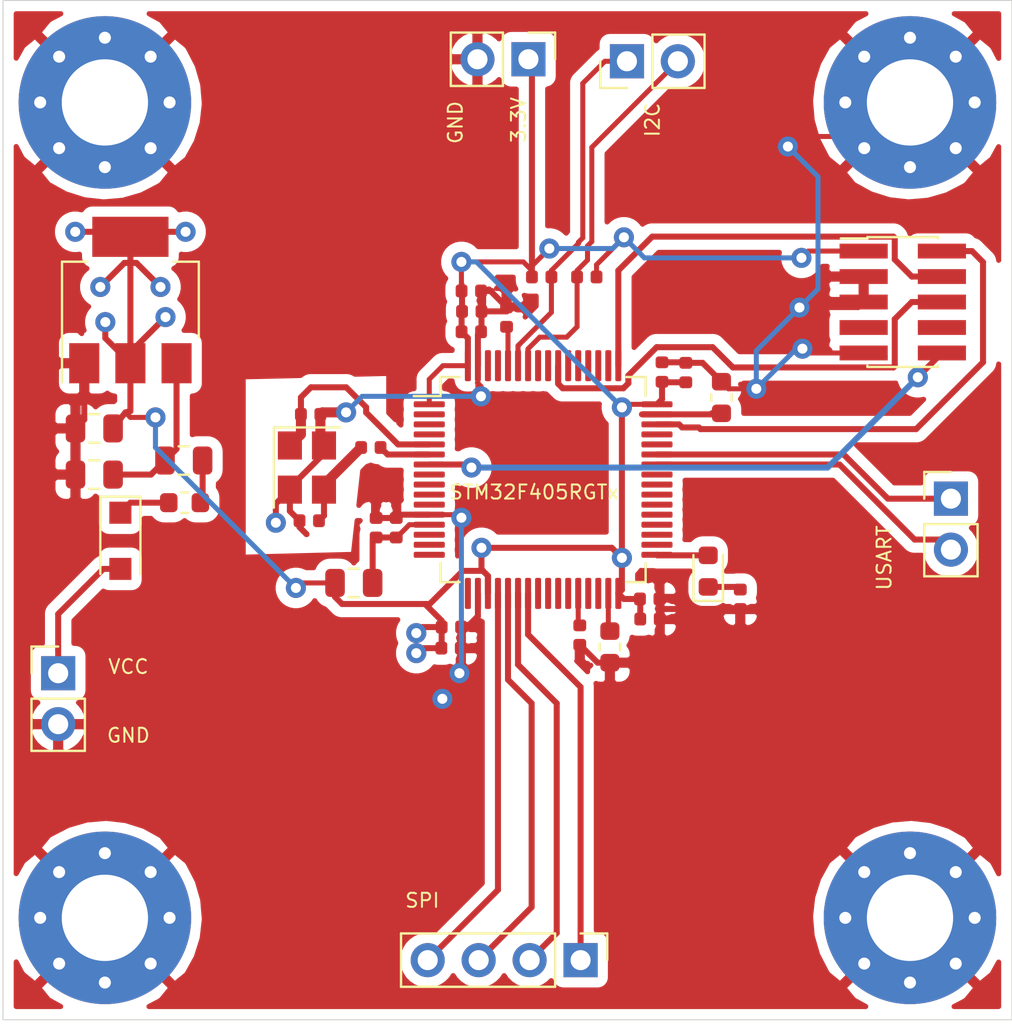
<source format=kicad_pcb>
(kicad_pcb (version 20171130) (host pcbnew "(5.1.5)-3")

  (general
    (thickness 1.6)
    (drawings 12)
    (tracks 324)
    (zones 0)
    (modules 41)
    (nets 67)
  )

  (page A4)
  (layers
    (0 F.Cu signal)
    (1 In1.Cu power)
    (2 In2.Cu power)
    (31 B.Cu signal)
    (32 B.Adhes user)
    (33 F.Adhes user)
    (34 B.Paste user)
    (35 F.Paste user)
    (36 B.SilkS user)
    (37 F.SilkS user)
    (38 B.Mask user)
    (39 F.Mask user)
    (40 Dwgs.User user)
    (41 Cmts.User user)
    (42 Eco1.User user)
    (43 Eco2.User user)
    (44 Edge.Cuts user)
    (45 Margin user)
    (46 B.CrtYd user)
    (47 F.CrtYd user)
    (48 B.Fab user hide)
    (49 F.Fab user hide)
  )

  (setup
    (last_trace_width 0.25)
    (user_trace_width 0.3)
    (user_trace_width 0.4)
    (user_trace_width 0.5)
    (user_trace_width 1)
    (trace_clearance 0.2)
    (zone_clearance 0.508)
    (zone_45_only no)
    (trace_min 0.2)
    (via_size 0.8)
    (via_drill 0.4)
    (via_min_size 0.4)
    (via_min_drill 0.3)
    (user_via 1 0.5)
    (uvia_size 0.3)
    (uvia_drill 0.1)
    (uvias_allowed no)
    (uvia_min_size 0.2)
    (uvia_min_drill 0.1)
    (edge_width 0.05)
    (segment_width 0.2)
    (pcb_text_width 0.3)
    (pcb_text_size 1.5 1.5)
    (mod_edge_width 0.12)
    (mod_text_size 1 1)
    (mod_text_width 0.15)
    (pad_size 1.524 1.524)
    (pad_drill 0.762)
    (pad_to_mask_clearance 0.051)
    (solder_mask_min_width 0.25)
    (aux_axis_origin 0 0)
    (visible_elements FFFFFF7F)
    (pcbplotparams
      (layerselection 0x010fc_ffffffff)
      (usegerberextensions false)
      (usegerberattributes false)
      (usegerberadvancedattributes false)
      (creategerberjobfile false)
      (excludeedgelayer true)
      (linewidth 0.100000)
      (plotframeref false)
      (viasonmask false)
      (mode 1)
      (useauxorigin false)
      (hpglpennumber 1)
      (hpglpenspeed 20)
      (hpglpendiameter 15.000000)
      (psnegative false)
      (psa4output false)
      (plotreference true)
      (plotvalue true)
      (plotinvisibletext false)
      (padsonsilk false)
      (subtractmaskfromsilk false)
      (outputformat 1)
      (mirror false)
      (drillshape 1)
      (scaleselection 1)
      (outputdirectory ""))
  )

  (net 0 "")
  (net 1 "Net-(C1-Pad1)")
  (net 2 GND)
  (net 3 +3V3)
  (net 4 +3.3VA)
  (net 5 "Net-(C5-Pad1)")
  (net 6 "Net-(C6-Pad1)")
  (net 7 IN)
  (net 8 "Net-(C8-Pad1)")
  (net 9 "Net-(D1-Pad1)")
  (net 10 VCC)
  (net 11 "Net-(D2-Pad1)")
  (net 12 "Net-(D2-Pad2)")
  (net 13 "Net-(F1-Pad2)")
  (net 14 SWDIO)
  (net 15 SWDCLK)
  (net 16 SWO)
  (net 17 "Net-(J1-Pad7)")
  (net 18 "Net-(J1-Pad8)")
  (net 19 NRST)
  (net 20 USART_TX)
  (net 21 USART_RX)
  (net 22 SPI_MOSI)
  (net 23 SPI_MISO)
  (net 24 SPI_SCK)
  (net 25 SPI_CS)
  (net 26 I2C_SDA)
  (net 27 I2C_SCL)
  (net 28 BOOT0)
  (net 29 BOOT1)
  (net 30 OUT)
  (net 31 "Net-(U1-Pad2)")
  (net 32 "Net-(U1-Pad3)")
  (net 33 "Net-(U1-Pad4)")
  (net 34 "Net-(U1-Pad8)")
  (net 35 "Net-(U1-Pad9)")
  (net 36 "Net-(U1-Pad10)")
  (net 37 "Net-(U1-Pad11)")
  (net 38 "Net-(U1-Pad14)")
  (net 39 "Net-(U1-Pad15)")
  (net 40 "Net-(U1-Pad16)")
  (net 41 "Net-(U1-Pad17)")
  (net 42 "Net-(U1-Pad24)")
  (net 43 "Net-(U1-Pad25)")
  (net 44 "Net-(U1-Pad26)")
  (net 45 "Net-(U1-Pad27)")
  (net 46 "Net-(U1-Pad29)")
  (net 47 "Net-(U1-Pad30)")
  (net 48 "Net-(U1-Pad34)")
  (net 49 "Net-(U1-Pad35)")
  (net 50 "Net-(U1-Pad36)")
  (net 51 "Net-(U1-Pad37)")
  (net 52 "Net-(U1-Pad38)")
  (net 53 "Net-(U1-Pad39)")
  (net 54 "Net-(U1-Pad40)")
  (net 55 "Net-(U1-Pad41)")
  (net 56 "Net-(U1-Pad44)")
  (net 57 "Net-(U1-Pad45)")
  (net 58 "Net-(U1-Pad50)")
  (net 59 "Net-(U1-Pad51)")
  (net 60 "Net-(U1-Pad52)")
  (net 61 "Net-(U1-Pad53)")
  (net 62 "Net-(U1-Pad54)")
  (net 63 "Net-(U1-Pad56)")
  (net 64 "Net-(U1-Pad57)")
  (net 65 "Net-(U1-Pad61)")
  (net 66 "Net-(U1-Pad62)")

  (net_class Default "This is the default net class."
    (clearance 0.2)
    (trace_width 0.25)
    (via_dia 0.8)
    (via_drill 0.4)
    (uvia_dia 0.3)
    (uvia_drill 0.1)
    (add_net +3.3VA)
    (add_net +3V3)
    (add_net BOOT0)
    (add_net BOOT1)
    (add_net GND)
    (add_net I2C_SCL)
    (add_net I2C_SDA)
    (add_net IN)
    (add_net NRST)
    (add_net "Net-(C1-Pad1)")
    (add_net "Net-(C5-Pad1)")
    (add_net "Net-(C6-Pad1)")
    (add_net "Net-(C8-Pad1)")
    (add_net "Net-(D1-Pad1)")
    (add_net "Net-(D2-Pad1)")
    (add_net "Net-(D2-Pad2)")
    (add_net "Net-(F1-Pad2)")
    (add_net "Net-(J1-Pad7)")
    (add_net "Net-(J1-Pad8)")
    (add_net "Net-(U1-Pad10)")
    (add_net "Net-(U1-Pad11)")
    (add_net "Net-(U1-Pad14)")
    (add_net "Net-(U1-Pad15)")
    (add_net "Net-(U1-Pad16)")
    (add_net "Net-(U1-Pad17)")
    (add_net "Net-(U1-Pad2)")
    (add_net "Net-(U1-Pad24)")
    (add_net "Net-(U1-Pad25)")
    (add_net "Net-(U1-Pad26)")
    (add_net "Net-(U1-Pad27)")
    (add_net "Net-(U1-Pad29)")
    (add_net "Net-(U1-Pad3)")
    (add_net "Net-(U1-Pad30)")
    (add_net "Net-(U1-Pad34)")
    (add_net "Net-(U1-Pad35)")
    (add_net "Net-(U1-Pad36)")
    (add_net "Net-(U1-Pad37)")
    (add_net "Net-(U1-Pad38)")
    (add_net "Net-(U1-Pad39)")
    (add_net "Net-(U1-Pad4)")
    (add_net "Net-(U1-Pad40)")
    (add_net "Net-(U1-Pad41)")
    (add_net "Net-(U1-Pad44)")
    (add_net "Net-(U1-Pad45)")
    (add_net "Net-(U1-Pad50)")
    (add_net "Net-(U1-Pad51)")
    (add_net "Net-(U1-Pad52)")
    (add_net "Net-(U1-Pad53)")
    (add_net "Net-(U1-Pad54)")
    (add_net "Net-(U1-Pad56)")
    (add_net "Net-(U1-Pad57)")
    (add_net "Net-(U1-Pad61)")
    (add_net "Net-(U1-Pad62)")
    (add_net "Net-(U1-Pad8)")
    (add_net "Net-(U1-Pad9)")
    (add_net OUT)
    (add_net SPI_CS)
    (add_net SPI_MISO)
    (add_net SPI_MOSI)
    (add_net SPI_SCK)
    (add_net SWDCLK)
    (add_net SWDIO)
    (add_net SWO)
    (add_net USART_RX)
    (add_net USART_TX)
    (add_net VCC)
  )

  (module Package_QFP:LQFP-64_10x10mm_P0.5mm (layer F.Cu) (tedit 5D9F72AF) (tstamp 5EA41E35)
    (at 68.072 53.848)
    (descr "LQFP, 64 Pin (https://www.analog.com/media/en/technical-documentation/data-sheets/ad7606_7606-6_7606-4.pdf), generated with kicad-footprint-generator ipc_gullwing_generator.py")
    (tags "LQFP QFP")
    (path /5EA08345)
    (attr smd)
    (fp_text reference U1 (at 0 -7.4) (layer F.Fab)
      (effects (font (size 1 1) (thickness 0.15)))
    )
    (fp_text value STM32F405RGTx (at 0 7.4) (layer F.Fab)
      (effects (font (size 1 1) (thickness 0.15)))
    )
    (fp_line (start 4.16 5.11) (end 5.11 5.11) (layer F.SilkS) (width 0.12))
    (fp_line (start 5.11 5.11) (end 5.11 4.16) (layer F.SilkS) (width 0.12))
    (fp_line (start -4.16 5.11) (end -5.11 5.11) (layer F.SilkS) (width 0.12))
    (fp_line (start -5.11 5.11) (end -5.11 4.16) (layer F.SilkS) (width 0.12))
    (fp_line (start 4.16 -5.11) (end 5.11 -5.11) (layer F.SilkS) (width 0.12))
    (fp_line (start 5.11 -5.11) (end 5.11 -4.16) (layer F.SilkS) (width 0.12))
    (fp_line (start -4.16 -5.11) (end -5.11 -5.11) (layer F.SilkS) (width 0.12))
    (fp_line (start -5.11 -5.11) (end -5.11 -4.16) (layer F.SilkS) (width 0.12))
    (fp_line (start -5.11 -4.16) (end -6.45 -4.16) (layer F.SilkS) (width 0.12))
    (fp_line (start -4 -5) (end 5 -5) (layer F.Fab) (width 0.1))
    (fp_line (start 5 -5) (end 5 5) (layer F.Fab) (width 0.1))
    (fp_line (start 5 5) (end -5 5) (layer F.Fab) (width 0.1))
    (fp_line (start -5 5) (end -5 -4) (layer F.Fab) (width 0.1))
    (fp_line (start -5 -4) (end -4 -5) (layer F.Fab) (width 0.1))
    (fp_line (start 0 -6.7) (end -4.15 -6.7) (layer F.CrtYd) (width 0.05))
    (fp_line (start -4.15 -6.7) (end -4.15 -5.25) (layer F.CrtYd) (width 0.05))
    (fp_line (start -4.15 -5.25) (end -5.25 -5.25) (layer F.CrtYd) (width 0.05))
    (fp_line (start -5.25 -5.25) (end -5.25 -4.15) (layer F.CrtYd) (width 0.05))
    (fp_line (start -5.25 -4.15) (end -6.7 -4.15) (layer F.CrtYd) (width 0.05))
    (fp_line (start -6.7 -4.15) (end -6.7 0) (layer F.CrtYd) (width 0.05))
    (fp_line (start 0 -6.7) (end 4.15 -6.7) (layer F.CrtYd) (width 0.05))
    (fp_line (start 4.15 -6.7) (end 4.15 -5.25) (layer F.CrtYd) (width 0.05))
    (fp_line (start 4.15 -5.25) (end 5.25 -5.25) (layer F.CrtYd) (width 0.05))
    (fp_line (start 5.25 -5.25) (end 5.25 -4.15) (layer F.CrtYd) (width 0.05))
    (fp_line (start 5.25 -4.15) (end 6.7 -4.15) (layer F.CrtYd) (width 0.05))
    (fp_line (start 6.7 -4.15) (end 6.7 0) (layer F.CrtYd) (width 0.05))
    (fp_line (start 0 6.7) (end -4.15 6.7) (layer F.CrtYd) (width 0.05))
    (fp_line (start -4.15 6.7) (end -4.15 5.25) (layer F.CrtYd) (width 0.05))
    (fp_line (start -4.15 5.25) (end -5.25 5.25) (layer F.CrtYd) (width 0.05))
    (fp_line (start -5.25 5.25) (end -5.25 4.15) (layer F.CrtYd) (width 0.05))
    (fp_line (start -5.25 4.15) (end -6.7 4.15) (layer F.CrtYd) (width 0.05))
    (fp_line (start -6.7 4.15) (end -6.7 0) (layer F.CrtYd) (width 0.05))
    (fp_line (start 0 6.7) (end 4.15 6.7) (layer F.CrtYd) (width 0.05))
    (fp_line (start 4.15 6.7) (end 4.15 5.25) (layer F.CrtYd) (width 0.05))
    (fp_line (start 4.15 5.25) (end 5.25 5.25) (layer F.CrtYd) (width 0.05))
    (fp_line (start 5.25 5.25) (end 5.25 4.15) (layer F.CrtYd) (width 0.05))
    (fp_line (start 5.25 4.15) (end 6.7 4.15) (layer F.CrtYd) (width 0.05))
    (fp_line (start 6.7 4.15) (end 6.7 0) (layer F.CrtYd) (width 0.05))
    (fp_text user %R (at 0 0) (layer F.Fab)
      (effects (font (size 1 1) (thickness 0.15)))
    )
    (pad 1 smd roundrect (at -5.675 -3.75) (size 1.55 0.3) (layers F.Cu F.Paste F.Mask) (roundrect_rratio 0.25)
      (net 3 +3V3))
    (pad 2 smd roundrect (at -5.675 -3.25) (size 1.55 0.3) (layers F.Cu F.Paste F.Mask) (roundrect_rratio 0.25)
      (net 31 "Net-(U1-Pad2)"))
    (pad 3 smd roundrect (at -5.675 -2.75) (size 1.55 0.3) (layers F.Cu F.Paste F.Mask) (roundrect_rratio 0.25)
      (net 32 "Net-(U1-Pad3)"))
    (pad 4 smd roundrect (at -5.675 -2.25) (size 1.55 0.3) (layers F.Cu F.Paste F.Mask) (roundrect_rratio 0.25)
      (net 33 "Net-(U1-Pad4)"))
    (pad 5 smd roundrect (at -5.675 -1.75) (size 1.55 0.3) (layers F.Cu F.Paste F.Mask) (roundrect_rratio 0.25)
      (net 7 IN))
    (pad 6 smd roundrect (at -5.675 -1.25) (size 1.55 0.3) (layers F.Cu F.Paste F.Mask) (roundrect_rratio 0.25)
      (net 30 OUT))
    (pad 7 smd roundrect (at -5.675 -0.75) (size 1.55 0.3) (layers F.Cu F.Paste F.Mask) (roundrect_rratio 0.25)
      (net 19 NRST))
    (pad 8 smd roundrect (at -5.675 -0.25) (size 1.55 0.3) (layers F.Cu F.Paste F.Mask) (roundrect_rratio 0.25)
      (net 34 "Net-(U1-Pad8)"))
    (pad 9 smd roundrect (at -5.675 0.25) (size 1.55 0.3) (layers F.Cu F.Paste F.Mask) (roundrect_rratio 0.25)
      (net 35 "Net-(U1-Pad9)"))
    (pad 10 smd roundrect (at -5.675 0.75) (size 1.55 0.3) (layers F.Cu F.Paste F.Mask) (roundrect_rratio 0.25)
      (net 36 "Net-(U1-Pad10)"))
    (pad 11 smd roundrect (at -5.675 1.25) (size 1.55 0.3) (layers F.Cu F.Paste F.Mask) (roundrect_rratio 0.25)
      (net 37 "Net-(U1-Pad11)"))
    (pad 12 smd roundrect (at -5.675 1.75) (size 1.55 0.3) (layers F.Cu F.Paste F.Mask) (roundrect_rratio 0.25)
      (net 2 GND))
    (pad 13 smd roundrect (at -5.675 2.25) (size 1.55 0.3) (layers F.Cu F.Paste F.Mask) (roundrect_rratio 0.25)
      (net 4 +3.3VA))
    (pad 14 smd roundrect (at -5.675 2.75) (size 1.55 0.3) (layers F.Cu F.Paste F.Mask) (roundrect_rratio 0.25)
      (net 38 "Net-(U1-Pad14)"))
    (pad 15 smd roundrect (at -5.675 3.25) (size 1.55 0.3) (layers F.Cu F.Paste F.Mask) (roundrect_rratio 0.25)
      (net 39 "Net-(U1-Pad15)"))
    (pad 16 smd roundrect (at -5.675 3.75) (size 1.55 0.3) (layers F.Cu F.Paste F.Mask) (roundrect_rratio 0.25)
      (net 40 "Net-(U1-Pad16)"))
    (pad 17 smd roundrect (at -3.75 5.675) (size 0.3 1.55) (layers F.Cu F.Paste F.Mask) (roundrect_rratio 0.25)
      (net 41 "Net-(U1-Pad17)"))
    (pad 18 smd roundrect (at -3.25 5.675) (size 0.3 1.55) (layers F.Cu F.Paste F.Mask) (roundrect_rratio 0.25)
      (net 2 GND))
    (pad 19 smd roundrect (at -2.75 5.675) (size 0.3 1.55) (layers F.Cu F.Paste F.Mask) (roundrect_rratio 0.25)
      (net 3 +3V3))
    (pad 20 smd roundrect (at -2.25 5.675) (size 0.3 1.55) (layers F.Cu F.Paste F.Mask) (roundrect_rratio 0.25)
      (net 25 SPI_CS))
    (pad 21 smd roundrect (at -1.75 5.675) (size 0.3 1.55) (layers F.Cu F.Paste F.Mask) (roundrect_rratio 0.25)
      (net 24 SPI_SCK))
    (pad 22 smd roundrect (at -1.25 5.675) (size 0.3 1.55) (layers F.Cu F.Paste F.Mask) (roundrect_rratio 0.25)
      (net 23 SPI_MISO))
    (pad 23 smd roundrect (at -0.75 5.675) (size 0.3 1.55) (layers F.Cu F.Paste F.Mask) (roundrect_rratio 0.25)
      (net 22 SPI_MOSI))
    (pad 24 smd roundrect (at -0.25 5.675) (size 0.3 1.55) (layers F.Cu F.Paste F.Mask) (roundrect_rratio 0.25)
      (net 42 "Net-(U1-Pad24)"))
    (pad 25 smd roundrect (at 0.25 5.675) (size 0.3 1.55) (layers F.Cu F.Paste F.Mask) (roundrect_rratio 0.25)
      (net 43 "Net-(U1-Pad25)"))
    (pad 26 smd roundrect (at 0.75 5.675) (size 0.3 1.55) (layers F.Cu F.Paste F.Mask) (roundrect_rratio 0.25)
      (net 44 "Net-(U1-Pad26)"))
    (pad 27 smd roundrect (at 1.25 5.675) (size 0.3 1.55) (layers F.Cu F.Paste F.Mask) (roundrect_rratio 0.25)
      (net 45 "Net-(U1-Pad27)"))
    (pad 28 smd roundrect (at 1.75 5.675) (size 0.3 1.55) (layers F.Cu F.Paste F.Mask) (roundrect_rratio 0.25)
      (net 29 BOOT1))
    (pad 29 smd roundrect (at 2.25 5.675) (size 0.3 1.55) (layers F.Cu F.Paste F.Mask) (roundrect_rratio 0.25)
      (net 46 "Net-(U1-Pad29)"))
    (pad 30 smd roundrect (at 2.75 5.675) (size 0.3 1.55) (layers F.Cu F.Paste F.Mask) (roundrect_rratio 0.25)
      (net 47 "Net-(U1-Pad30)"))
    (pad 31 smd roundrect (at 3.25 5.675) (size 0.3 1.55) (layers F.Cu F.Paste F.Mask) (roundrect_rratio 0.25)
      (net 5 "Net-(C5-Pad1)"))
    (pad 32 smd roundrect (at 3.75 5.675) (size 0.3 1.55) (layers F.Cu F.Paste F.Mask) (roundrect_rratio 0.25)
      (net 3 +3V3))
    (pad 33 smd roundrect (at 5.675 3.75) (size 1.55 0.3) (layers F.Cu F.Paste F.Mask) (roundrect_rratio 0.25)
      (net 12 "Net-(D2-Pad2)"))
    (pad 34 smd roundrect (at 5.675 3.25) (size 1.55 0.3) (layers F.Cu F.Paste F.Mask) (roundrect_rratio 0.25)
      (net 48 "Net-(U1-Pad34)"))
    (pad 35 smd roundrect (at 5.675 2.75) (size 1.55 0.3) (layers F.Cu F.Paste F.Mask) (roundrect_rratio 0.25)
      (net 49 "Net-(U1-Pad35)"))
    (pad 36 smd roundrect (at 5.675 2.25) (size 1.55 0.3) (layers F.Cu F.Paste F.Mask) (roundrect_rratio 0.25)
      (net 50 "Net-(U1-Pad36)"))
    (pad 37 smd roundrect (at 5.675 1.75) (size 1.55 0.3) (layers F.Cu F.Paste F.Mask) (roundrect_rratio 0.25)
      (net 51 "Net-(U1-Pad37)"))
    (pad 38 smd roundrect (at 5.675 1.25) (size 1.55 0.3) (layers F.Cu F.Paste F.Mask) (roundrect_rratio 0.25)
      (net 52 "Net-(U1-Pad38)"))
    (pad 39 smd roundrect (at 5.675 0.75) (size 1.55 0.3) (layers F.Cu F.Paste F.Mask) (roundrect_rratio 0.25)
      (net 53 "Net-(U1-Pad39)"))
    (pad 40 smd roundrect (at 5.675 0.25) (size 1.55 0.3) (layers F.Cu F.Paste F.Mask) (roundrect_rratio 0.25)
      (net 54 "Net-(U1-Pad40)"))
    (pad 41 smd roundrect (at 5.675 -0.25) (size 1.55 0.3) (layers F.Cu F.Paste F.Mask) (roundrect_rratio 0.25)
      (net 55 "Net-(U1-Pad41)"))
    (pad 42 smd roundrect (at 5.675 -0.75) (size 1.55 0.3) (layers F.Cu F.Paste F.Mask) (roundrect_rratio 0.25)
      (net 20 USART_TX))
    (pad 43 smd roundrect (at 5.675 -1.25) (size 1.55 0.3) (layers F.Cu F.Paste F.Mask) (roundrect_rratio 0.25)
      (net 21 USART_RX))
    (pad 44 smd roundrect (at 5.675 -1.75) (size 1.55 0.3) (layers F.Cu F.Paste F.Mask) (roundrect_rratio 0.25)
      (net 56 "Net-(U1-Pad44)"))
    (pad 45 smd roundrect (at 5.675 -2.25) (size 1.55 0.3) (layers F.Cu F.Paste F.Mask) (roundrect_rratio 0.25)
      (net 57 "Net-(U1-Pad45)"))
    (pad 46 smd roundrect (at 5.675 -2.75) (size 1.55 0.3) (layers F.Cu F.Paste F.Mask) (roundrect_rratio 0.25)
      (net 14 SWDIO))
    (pad 47 smd roundrect (at 5.675 -3.25) (size 1.55 0.3) (layers F.Cu F.Paste F.Mask) (roundrect_rratio 0.25)
      (net 6 "Net-(C6-Pad1)"))
    (pad 48 smd roundrect (at 5.675 -3.75) (size 1.55 0.3) (layers F.Cu F.Paste F.Mask) (roundrect_rratio 0.25)
      (net 3 +3V3))
    (pad 49 smd roundrect (at 3.75 -5.675) (size 0.3 1.55) (layers F.Cu F.Paste F.Mask) (roundrect_rratio 0.25)
      (net 15 SWDCLK))
    (pad 50 smd roundrect (at 3.25 -5.675) (size 0.3 1.55) (layers F.Cu F.Paste F.Mask) (roundrect_rratio 0.25)
      (net 58 "Net-(U1-Pad50)"))
    (pad 51 smd roundrect (at 2.75 -5.675) (size 0.3 1.55) (layers F.Cu F.Paste F.Mask) (roundrect_rratio 0.25)
      (net 59 "Net-(U1-Pad51)"))
    (pad 52 smd roundrect (at 2.25 -5.675) (size 0.3 1.55) (layers F.Cu F.Paste F.Mask) (roundrect_rratio 0.25)
      (net 60 "Net-(U1-Pad52)"))
    (pad 53 smd roundrect (at 1.75 -5.675) (size 0.3 1.55) (layers F.Cu F.Paste F.Mask) (roundrect_rratio 0.25)
      (net 61 "Net-(U1-Pad53)"))
    (pad 54 smd roundrect (at 1.25 -5.675) (size 0.3 1.55) (layers F.Cu F.Paste F.Mask) (roundrect_rratio 0.25)
      (net 62 "Net-(U1-Pad54)"))
    (pad 55 smd roundrect (at 0.75 -5.675) (size 0.3 1.55) (layers F.Cu F.Paste F.Mask) (roundrect_rratio 0.25)
      (net 16 SWO))
    (pad 56 smd roundrect (at 0.25 -5.675) (size 0.3 1.55) (layers F.Cu F.Paste F.Mask) (roundrect_rratio 0.25)
      (net 63 "Net-(U1-Pad56)"))
    (pad 57 smd roundrect (at -0.25 -5.675) (size 0.3 1.55) (layers F.Cu F.Paste F.Mask) (roundrect_rratio 0.25)
      (net 64 "Net-(U1-Pad57)"))
    (pad 58 smd roundrect (at -0.75 -5.675) (size 0.3 1.55) (layers F.Cu F.Paste F.Mask) (roundrect_rratio 0.25)
      (net 27 I2C_SCL))
    (pad 59 smd roundrect (at -1.25 -5.675) (size 0.3 1.55) (layers F.Cu F.Paste F.Mask) (roundrect_rratio 0.25)
      (net 26 I2C_SDA))
    (pad 60 smd roundrect (at -1.75 -5.675) (size 0.3 1.55) (layers F.Cu F.Paste F.Mask) (roundrect_rratio 0.25)
      (net 28 BOOT0))
    (pad 61 smd roundrect (at -2.25 -5.675) (size 0.3 1.55) (layers F.Cu F.Paste F.Mask) (roundrect_rratio 0.25)
      (net 65 "Net-(U1-Pad61)"))
    (pad 62 smd roundrect (at -2.75 -5.675) (size 0.3 1.55) (layers F.Cu F.Paste F.Mask) (roundrect_rratio 0.25)
      (net 66 "Net-(U1-Pad62)"))
    (pad 63 smd roundrect (at -3.25 -5.675) (size 0.3 1.55) (layers F.Cu F.Paste F.Mask) (roundrect_rratio 0.25)
      (net 2 GND))
    (pad 64 smd roundrect (at -3.75 -5.675) (size 0.3 1.55) (layers F.Cu F.Paste F.Mask) (roundrect_rratio 0.25)
      (net 3 +3V3))
    (model ${KISYS3DMOD}/Package_QFP.3dshapes/LQFP-64_10x10mm_P0.5mm.wrl
      (at (xyz 0 0 0))
      (scale (xyz 1 1 1))
      (rotate (xyz 0 0 0))
    )
  )

  (module Capacitor_SMD:C_0805_2012Metric (layer F.Cu) (tedit 5B36C52B) (tstamp 5EA41B2E)
    (at 45.7 53.6 180)
    (descr "Capacitor SMD 0805 (2012 Metric), square (rectangular) end terminal, IPC_7351 nominal, (Body size source: https://docs.google.com/spreadsheets/d/1BsfQQcO9C6DZCsRaXUlFlo91Tg2WpOkGARC1WS5S8t0/edit?usp=sharing), generated with kicad-footprint-generator")
    (tags capacitor)
    (path /5EA0265E)
    (attr smd)
    (fp_text reference C1 (at 0 -1.65) (layer F.Fab)
      (effects (font (size 1 1) (thickness 0.15)))
    )
    (fp_text value 10uF (at 0 1.65) (layer F.Fab)
      (effects (font (size 1 1) (thickness 0.15)))
    )
    (fp_line (start -1 0.6) (end -1 -0.6) (layer F.Fab) (width 0.1))
    (fp_line (start -1 -0.6) (end 1 -0.6) (layer F.Fab) (width 0.1))
    (fp_line (start 1 -0.6) (end 1 0.6) (layer F.Fab) (width 0.1))
    (fp_line (start 1 0.6) (end -1 0.6) (layer F.Fab) (width 0.1))
    (fp_line (start -0.258578 -0.71) (end 0.258578 -0.71) (layer F.SilkS) (width 0.12))
    (fp_line (start -0.258578 0.71) (end 0.258578 0.71) (layer F.SilkS) (width 0.12))
    (fp_line (start -1.68 0.95) (end -1.68 -0.95) (layer F.CrtYd) (width 0.05))
    (fp_line (start -1.68 -0.95) (end 1.68 -0.95) (layer F.CrtYd) (width 0.05))
    (fp_line (start 1.68 -0.95) (end 1.68 0.95) (layer F.CrtYd) (width 0.05))
    (fp_line (start 1.68 0.95) (end -1.68 0.95) (layer F.CrtYd) (width 0.05))
    (fp_text user %R (at 0 0) (layer F.Fab)
      (effects (font (size 0.5 0.5) (thickness 0.08)))
    )
    (pad 1 smd roundrect (at -0.9375 0 180) (size 0.975 1.4) (layers F.Cu F.Paste F.Mask) (roundrect_rratio 0.25)
      (net 1 "Net-(C1-Pad1)"))
    (pad 2 smd roundrect (at 0.9375 0 180) (size 0.975 1.4) (layers F.Cu F.Paste F.Mask) (roundrect_rratio 0.25)
      (net 2 GND))
    (model ${KISYS3DMOD}/Capacitor_SMD.3dshapes/C_0805_2012Metric.wrl
      (at (xyz 0 0 0))
      (scale (xyz 1 1 1))
      (rotate (xyz 0 0 0))
    )
  )

  (module Capacitor_SMD:C_0805_2012Metric (layer F.Cu) (tedit 5B36C52B) (tstamp 5EA41B3F)
    (at 45.7 51.3 180)
    (descr "Capacitor SMD 0805 (2012 Metric), square (rectangular) end terminal, IPC_7351 nominal, (Body size source: https://docs.google.com/spreadsheets/d/1BsfQQcO9C6DZCsRaXUlFlo91Tg2WpOkGARC1WS5S8t0/edit?usp=sharing), generated with kicad-footprint-generator")
    (tags capacitor)
    (path /5EA02C87)
    (attr smd)
    (fp_text reference C2 (at 0 -1.65) (layer F.Fab)
      (effects (font (size 1 1) (thickness 0.15)))
    )
    (fp_text value 10uF (at 0 1.65) (layer F.Fab)
      (effects (font (size 1 1) (thickness 0.15)))
    )
    (fp_text user %R (at 0 0) (layer F.Fab)
      (effects (font (size 0.5 0.5) (thickness 0.08)))
    )
    (fp_line (start 1.68 0.95) (end -1.68 0.95) (layer F.CrtYd) (width 0.05))
    (fp_line (start 1.68 -0.95) (end 1.68 0.95) (layer F.CrtYd) (width 0.05))
    (fp_line (start -1.68 -0.95) (end 1.68 -0.95) (layer F.CrtYd) (width 0.05))
    (fp_line (start -1.68 0.95) (end -1.68 -0.95) (layer F.CrtYd) (width 0.05))
    (fp_line (start -0.258578 0.71) (end 0.258578 0.71) (layer F.SilkS) (width 0.12))
    (fp_line (start -0.258578 -0.71) (end 0.258578 -0.71) (layer F.SilkS) (width 0.12))
    (fp_line (start 1 0.6) (end -1 0.6) (layer F.Fab) (width 0.1))
    (fp_line (start 1 -0.6) (end 1 0.6) (layer F.Fab) (width 0.1))
    (fp_line (start -1 -0.6) (end 1 -0.6) (layer F.Fab) (width 0.1))
    (fp_line (start -1 0.6) (end -1 -0.6) (layer F.Fab) (width 0.1))
    (pad 2 smd roundrect (at 0.9375 0 180) (size 0.975 1.4) (layers F.Cu F.Paste F.Mask) (roundrect_rratio 0.25)
      (net 2 GND))
    (pad 1 smd roundrect (at -0.9375 0 180) (size 0.975 1.4) (layers F.Cu F.Paste F.Mask) (roundrect_rratio 0.25)
      (net 3 +3V3))
    (model ${KISYS3DMOD}/Capacitor_SMD.3dshapes/C_0805_2012Metric.wrl
      (at (xyz 0 0 0))
      (scale (xyz 1 1 1))
      (rotate (xyz 0 0 0))
    )
  )

  (module Capacitor_SMD:C_0402_1005Metric (layer F.Cu) (tedit 5B301BBE) (tstamp 5EA41B4E)
    (at 60.75 56.25 90)
    (descr "Capacitor SMD 0402 (1005 Metric), square (rectangular) end terminal, IPC_7351 nominal, (Body size source: http://www.tortai-tech.com/upload/download/2011102023233369053.pdf), generated with kicad-footprint-generator")
    (tags capacitor)
    (path /5EA11BB5)
    (attr smd)
    (fp_text reference C3 (at 0 -1.17 90) (layer F.Fab)
      (effects (font (size 1 1) (thickness 0.15)))
    )
    (fp_text value 100nF (at 0 1.17 90) (layer F.Fab)
      (effects (font (size 1 1) (thickness 0.15)))
    )
    (fp_text user %R (at 0 0 90) (layer F.Fab)
      (effects (font (size 0.25 0.25) (thickness 0.04)))
    )
    (fp_line (start 0.93 0.47) (end -0.93 0.47) (layer F.CrtYd) (width 0.05))
    (fp_line (start 0.93 -0.47) (end 0.93 0.47) (layer F.CrtYd) (width 0.05))
    (fp_line (start -0.93 -0.47) (end 0.93 -0.47) (layer F.CrtYd) (width 0.05))
    (fp_line (start -0.93 0.47) (end -0.93 -0.47) (layer F.CrtYd) (width 0.05))
    (fp_line (start 0.5 0.25) (end -0.5 0.25) (layer F.Fab) (width 0.1))
    (fp_line (start 0.5 -0.25) (end 0.5 0.25) (layer F.Fab) (width 0.1))
    (fp_line (start -0.5 -0.25) (end 0.5 -0.25) (layer F.Fab) (width 0.1))
    (fp_line (start -0.5 0.25) (end -0.5 -0.25) (layer F.Fab) (width 0.1))
    (pad 2 smd roundrect (at 0.485 0 90) (size 0.59 0.64) (layers F.Cu F.Paste F.Mask) (roundrect_rratio 0.25)
      (net 2 GND))
    (pad 1 smd roundrect (at -0.485 0 90) (size 0.59 0.64) (layers F.Cu F.Paste F.Mask) (roundrect_rratio 0.25)
      (net 4 +3.3VA))
    (model ${KISYS3DMOD}/Capacitor_SMD.3dshapes/C_0402_1005Metric.wrl
      (at (xyz 0 0 0))
      (scale (xyz 1 1 1))
      (rotate (xyz 0 0 0))
    )
  )

  (module Capacitor_SMD:C_0402_1005Metric (layer F.Cu) (tedit 5B301BBE) (tstamp 5EA41B5D)
    (at 59.75 56.25 90)
    (descr "Capacitor SMD 0402 (1005 Metric), square (rectangular) end terminal, IPC_7351 nominal, (Body size source: http://www.tortai-tech.com/upload/download/2011102023233369053.pdf), generated with kicad-footprint-generator")
    (tags capacitor)
    (path /5EA121F6)
    (attr smd)
    (fp_text reference C4 (at 0 -1.17 90) (layer F.Fab)
      (effects (font (size 1 1) (thickness 0.15)))
    )
    (fp_text value 10nF (at 0 1.17 90) (layer F.Fab)
      (effects (font (size 1 1) (thickness 0.15)))
    )
    (fp_line (start -0.5 0.25) (end -0.5 -0.25) (layer F.Fab) (width 0.1))
    (fp_line (start -0.5 -0.25) (end 0.5 -0.25) (layer F.Fab) (width 0.1))
    (fp_line (start 0.5 -0.25) (end 0.5 0.25) (layer F.Fab) (width 0.1))
    (fp_line (start 0.5 0.25) (end -0.5 0.25) (layer F.Fab) (width 0.1))
    (fp_line (start -0.93 0.47) (end -0.93 -0.47) (layer F.CrtYd) (width 0.05))
    (fp_line (start -0.93 -0.47) (end 0.93 -0.47) (layer F.CrtYd) (width 0.05))
    (fp_line (start 0.93 -0.47) (end 0.93 0.47) (layer F.CrtYd) (width 0.05))
    (fp_line (start 0.93 0.47) (end -0.93 0.47) (layer F.CrtYd) (width 0.05))
    (fp_text user %R (at 0 0 90) (layer F.Fab)
      (effects (font (size 0.25 0.25) (thickness 0.04)))
    )
    (pad 1 smd roundrect (at -0.485 0 90) (size 0.59 0.64) (layers F.Cu F.Paste F.Mask) (roundrect_rratio 0.25)
      (net 4 +3.3VA))
    (pad 2 smd roundrect (at 0.485 0 90) (size 0.59 0.64) (layers F.Cu F.Paste F.Mask) (roundrect_rratio 0.25)
      (net 2 GND))
    (model ${KISYS3DMOD}/Capacitor_SMD.3dshapes/C_0402_1005Metric.wrl
      (at (xyz 0 0 0))
      (scale (xyz 1 1 1))
      (rotate (xyz 0 0 0))
    )
  )

  (module Capacitor_SMD:C_0603_1608Metric (layer F.Cu) (tedit 5B301BBE) (tstamp 5EA41B6E)
    (at 71.4 62.1875 270)
    (descr "Capacitor SMD 0603 (1608 Metric), square (rectangular) end terminal, IPC_7351 nominal, (Body size source: http://www.tortai-tech.com/upload/download/2011102023233369053.pdf), generated with kicad-footprint-generator")
    (tags capacitor)
    (path /5EA68D9B)
    (attr smd)
    (fp_text reference C5 (at 0 -1.43 90) (layer F.Fab)
      (effects (font (size 1 1) (thickness 0.15)))
    )
    (fp_text value 22u (at 0 1.43 90) (layer F.Fab)
      (effects (font (size 1 1) (thickness 0.15)))
    )
    (fp_text user %R (at 0 0 90) (layer F.Fab)
      (effects (font (size 0.4 0.4) (thickness 0.06)))
    )
    (fp_line (start 1.48 0.73) (end -1.48 0.73) (layer F.CrtYd) (width 0.05))
    (fp_line (start 1.48 -0.73) (end 1.48 0.73) (layer F.CrtYd) (width 0.05))
    (fp_line (start -1.48 -0.73) (end 1.48 -0.73) (layer F.CrtYd) (width 0.05))
    (fp_line (start -1.48 0.73) (end -1.48 -0.73) (layer F.CrtYd) (width 0.05))
    (fp_line (start -0.162779 0.51) (end 0.162779 0.51) (layer F.SilkS) (width 0.12))
    (fp_line (start -0.162779 -0.51) (end 0.162779 -0.51) (layer F.SilkS) (width 0.12))
    (fp_line (start 0.8 0.4) (end -0.8 0.4) (layer F.Fab) (width 0.1))
    (fp_line (start 0.8 -0.4) (end 0.8 0.4) (layer F.Fab) (width 0.1))
    (fp_line (start -0.8 -0.4) (end 0.8 -0.4) (layer F.Fab) (width 0.1))
    (fp_line (start -0.8 0.4) (end -0.8 -0.4) (layer F.Fab) (width 0.1))
    (pad 2 smd roundrect (at 0.7875 0 270) (size 0.875 0.95) (layers F.Cu F.Paste F.Mask) (roundrect_rratio 0.25)
      (net 2 GND))
    (pad 1 smd roundrect (at -0.7875 0 270) (size 0.875 0.95) (layers F.Cu F.Paste F.Mask) (roundrect_rratio 0.25)
      (net 5 "Net-(C5-Pad1)"))
    (model ${KISYS3DMOD}/Capacitor_SMD.3dshapes/C_0603_1608Metric.wrl
      (at (xyz 0 0 0))
      (scale (xyz 1 1 1))
      (rotate (xyz 0 0 0))
    )
  )

  (module Capacitor_SMD:C_0603_1608Metric (layer F.Cu) (tedit 5B301BBE) (tstamp 5EA41B7F)
    (at 76.962 49.7585 90)
    (descr "Capacitor SMD 0603 (1608 Metric), square (rectangular) end terminal, IPC_7351 nominal, (Body size source: http://www.tortai-tech.com/upload/download/2011102023233369053.pdf), generated with kicad-footprint-generator")
    (tags capacitor)
    (path /5EA6941D)
    (attr smd)
    (fp_text reference C6 (at 0 -1.43 90) (layer F.Fab)
      (effects (font (size 1 1) (thickness 0.15)))
    )
    (fp_text value 22u (at 0 1.43 90) (layer F.Fab)
      (effects (font (size 1 1) (thickness 0.15)))
    )
    (fp_line (start -0.8 0.4) (end -0.8 -0.4) (layer F.Fab) (width 0.1))
    (fp_line (start -0.8 -0.4) (end 0.8 -0.4) (layer F.Fab) (width 0.1))
    (fp_line (start 0.8 -0.4) (end 0.8 0.4) (layer F.Fab) (width 0.1))
    (fp_line (start 0.8 0.4) (end -0.8 0.4) (layer F.Fab) (width 0.1))
    (fp_line (start -0.162779 -0.51) (end 0.162779 -0.51) (layer F.SilkS) (width 0.12))
    (fp_line (start -0.162779 0.51) (end 0.162779 0.51) (layer F.SilkS) (width 0.12))
    (fp_line (start -1.48 0.73) (end -1.48 -0.73) (layer F.CrtYd) (width 0.05))
    (fp_line (start -1.48 -0.73) (end 1.48 -0.73) (layer F.CrtYd) (width 0.05))
    (fp_line (start 1.48 -0.73) (end 1.48 0.73) (layer F.CrtYd) (width 0.05))
    (fp_line (start 1.48 0.73) (end -1.48 0.73) (layer F.CrtYd) (width 0.05))
    (fp_text user %R (at 0 0 90) (layer F.Fab)
      (effects (font (size 0.4 0.4) (thickness 0.06)))
    )
    (pad 1 smd roundrect (at -0.7875 0 90) (size 0.875 0.95) (layers F.Cu F.Paste F.Mask) (roundrect_rratio 0.25)
      (net 6 "Net-(C6-Pad1)"))
    (pad 2 smd roundrect (at 0.7875 0 90) (size 0.875 0.95) (layers F.Cu F.Paste F.Mask) (roundrect_rratio 0.25)
      (net 2 GND))
    (model ${KISYS3DMOD}/Capacitor_SMD.3dshapes/C_0603_1608Metric.wrl
      (at (xyz 0 0 0))
      (scale (xyz 1 1 1))
      (rotate (xyz 0 0 0))
    )
  )

  (module Capacitor_SMD:C_0402_1005Metric (layer F.Cu) (tedit 5B301BBE) (tstamp 5EA41B8E)
    (at 56.485 50.6)
    (descr "Capacitor SMD 0402 (1005 Metric), square (rectangular) end terminal, IPC_7351 nominal, (Body size source: http://www.tortai-tech.com/upload/download/2011102023233369053.pdf), generated with kicad-footprint-generator")
    (tags capacitor)
    (path /5EA7EE62)
    (attr smd)
    (fp_text reference C7 (at 0 -1.17) (layer F.Fab)
      (effects (font (size 1 1) (thickness 0.15)))
    )
    (fp_text value 12pF (at 0 1.17) (layer F.Fab)
      (effects (font (size 1 1) (thickness 0.15)))
    )
    (fp_text user %R (at 0 0) (layer F.Fab)
      (effects (font (size 0.25 0.25) (thickness 0.04)))
    )
    (fp_line (start 0.93 0.47) (end -0.93 0.47) (layer F.CrtYd) (width 0.05))
    (fp_line (start 0.93 -0.47) (end 0.93 0.47) (layer F.CrtYd) (width 0.05))
    (fp_line (start -0.93 -0.47) (end 0.93 -0.47) (layer F.CrtYd) (width 0.05))
    (fp_line (start -0.93 0.47) (end -0.93 -0.47) (layer F.CrtYd) (width 0.05))
    (fp_line (start 0.5 0.25) (end -0.5 0.25) (layer F.Fab) (width 0.1))
    (fp_line (start 0.5 -0.25) (end 0.5 0.25) (layer F.Fab) (width 0.1))
    (fp_line (start -0.5 -0.25) (end 0.5 -0.25) (layer F.Fab) (width 0.1))
    (fp_line (start -0.5 0.25) (end -0.5 -0.25) (layer F.Fab) (width 0.1))
    (pad 2 smd roundrect (at 0.485 0) (size 0.59 0.64) (layers F.Cu F.Paste F.Mask) (roundrect_rratio 0.25)
      (net 2 GND))
    (pad 1 smd roundrect (at -0.485 0) (size 0.59 0.64) (layers F.Cu F.Paste F.Mask) (roundrect_rratio 0.25)
      (net 7 IN))
    (model ${KISYS3DMOD}/Capacitor_SMD.3dshapes/C_0402_1005Metric.wrl
      (at (xyz 0 0 0))
      (scale (xyz 1 1 1))
      (rotate (xyz 0 0 0))
    )
  )

  (module Capacitor_SMD:C_0402_1005Metric (layer F.Cu) (tedit 5B301BBE) (tstamp 5EA41B9D)
    (at 56.415 55.9 180)
    (descr "Capacitor SMD 0402 (1005 Metric), square (rectangular) end terminal, IPC_7351 nominal, (Body size source: http://www.tortai-tech.com/upload/download/2011102023233369053.pdf), generated with kicad-footprint-generator")
    (tags capacitor)
    (path /5EA7F6F4)
    (attr smd)
    (fp_text reference C8 (at 0 -1.778) (layer F.Fab)
      (effects (font (size 1 1) (thickness 0.15)))
    )
    (fp_text value 12pF (at 0 1.17) (layer F.Fab)
      (effects (font (size 1 1) (thickness 0.15)))
    )
    (fp_line (start -0.5 0.25) (end -0.5 -0.25) (layer F.Fab) (width 0.1))
    (fp_line (start -0.5 -0.25) (end 0.5 -0.25) (layer F.Fab) (width 0.1))
    (fp_line (start 0.5 -0.25) (end 0.5 0.25) (layer F.Fab) (width 0.1))
    (fp_line (start 0.5 0.25) (end -0.5 0.25) (layer F.Fab) (width 0.1))
    (fp_line (start -0.93 0.47) (end -0.93 -0.47) (layer F.CrtYd) (width 0.05))
    (fp_line (start -0.93 -0.47) (end 0.93 -0.47) (layer F.CrtYd) (width 0.05))
    (fp_line (start 0.93 -0.47) (end 0.93 0.47) (layer F.CrtYd) (width 0.05))
    (fp_line (start 0.93 0.47) (end -0.93 0.47) (layer F.CrtYd) (width 0.05))
    (fp_text user %R (at 0 0) (layer F.Fab)
      (effects (font (size 0.25 0.25) (thickness 0.04)))
    )
    (pad 1 smd roundrect (at -0.485 0 180) (size 0.59 0.64) (layers F.Cu F.Paste F.Mask) (roundrect_rratio 0.25)
      (net 8 "Net-(C8-Pad1)"))
    (pad 2 smd roundrect (at 0.485 0 180) (size 0.59 0.64) (layers F.Cu F.Paste F.Mask) (roundrect_rratio 0.25)
      (net 2 GND))
    (model ${KISYS3DMOD}/Capacitor_SMD.3dshapes/C_0402_1005Metric.wrl
      (at (xyz 0 0 0))
      (scale (xyz 1 1 1))
      (rotate (xyz 0 0 0))
    )
  )

  (module Capacitor_SMD:C_0402_1005Metric (layer F.Cu) (tedit 5B301BBE) (tstamp 5EA41BAC)
    (at 64.493 44.45)
    (descr "Capacitor SMD 0402 (1005 Metric), square (rectangular) end terminal, IPC_7351 nominal, (Body size source: http://www.tortai-tech.com/upload/download/2011102023233369053.pdf), generated with kicad-footprint-generator")
    (tags capacitor)
    (path /5EA25C13)
    (attr smd)
    (fp_text reference C9 (at 0 -1.17) (layer F.Fab)
      (effects (font (size 1 1) (thickness 0.15)))
    )
    (fp_text value 10nF (at 0 1.17) (layer F.Fab)
      (effects (font (size 1 1) (thickness 0.15)))
    )
    (fp_line (start -0.5 0.25) (end -0.5 -0.25) (layer F.Fab) (width 0.1))
    (fp_line (start -0.5 -0.25) (end 0.5 -0.25) (layer F.Fab) (width 0.1))
    (fp_line (start 0.5 -0.25) (end 0.5 0.25) (layer F.Fab) (width 0.1))
    (fp_line (start 0.5 0.25) (end -0.5 0.25) (layer F.Fab) (width 0.1))
    (fp_line (start -0.93 0.47) (end -0.93 -0.47) (layer F.CrtYd) (width 0.05))
    (fp_line (start -0.93 -0.47) (end 0.93 -0.47) (layer F.CrtYd) (width 0.05))
    (fp_line (start 0.93 -0.47) (end 0.93 0.47) (layer F.CrtYd) (width 0.05))
    (fp_line (start 0.93 0.47) (end -0.93 0.47) (layer F.CrtYd) (width 0.05))
    (fp_text user %R (at 0 0) (layer F.Fab)
      (effects (font (size 0.25 0.25) (thickness 0.04)))
    )
    (pad 1 smd roundrect (at -0.485 0) (size 0.59 0.64) (layers F.Cu F.Paste F.Mask) (roundrect_rratio 0.25)
      (net 3 +3V3))
    (pad 2 smd roundrect (at 0.485 0) (size 0.59 0.64) (layers F.Cu F.Paste F.Mask) (roundrect_rratio 0.25)
      (net 2 GND))
    (model ${KISYS3DMOD}/Capacitor_SMD.3dshapes/C_0402_1005Metric.wrl
      (at (xyz 0 0 0))
      (scale (xyz 1 1 1))
      (rotate (xyz 0 0 0))
    )
  )

  (module Capacitor_SMD:C_0402_1005Metric (layer F.Cu) (tedit 5B301BBE) (tstamp 5EA41BBB)
    (at 63.5 61.2)
    (descr "Capacitor SMD 0402 (1005 Metric), square (rectangular) end terminal, IPC_7351 nominal, (Body size source: http://www.tortai-tech.com/upload/download/2011102023233369053.pdf), generated with kicad-footprint-generator")
    (tags capacitor)
    (path /5EA20A25)
    (attr smd)
    (fp_text reference C10 (at 0 -1.17) (layer F.Fab)
      (effects (font (size 1 1) (thickness 0.15)))
    )
    (fp_text value 100nF (at 0 1.17) (layer F.Fab)
      (effects (font (size 1 1) (thickness 0.15)))
    )
    (fp_line (start -0.5 0.25) (end -0.5 -0.25) (layer F.Fab) (width 0.1))
    (fp_line (start -0.5 -0.25) (end 0.5 -0.25) (layer F.Fab) (width 0.1))
    (fp_line (start 0.5 -0.25) (end 0.5 0.25) (layer F.Fab) (width 0.1))
    (fp_line (start 0.5 0.25) (end -0.5 0.25) (layer F.Fab) (width 0.1))
    (fp_line (start -0.93 0.47) (end -0.93 -0.47) (layer F.CrtYd) (width 0.05))
    (fp_line (start -0.93 -0.47) (end 0.93 -0.47) (layer F.CrtYd) (width 0.05))
    (fp_line (start 0.93 -0.47) (end 0.93 0.47) (layer F.CrtYd) (width 0.05))
    (fp_line (start 0.93 0.47) (end -0.93 0.47) (layer F.CrtYd) (width 0.05))
    (fp_text user %R (at 0 0) (layer F.Fab)
      (effects (font (size 0.25 0.25) (thickness 0.04)))
    )
    (pad 1 smd roundrect (at -0.485 0) (size 0.59 0.64) (layers F.Cu F.Paste F.Mask) (roundrect_rratio 0.25)
      (net 3 +3V3))
    (pad 2 smd roundrect (at 0.485 0) (size 0.59 0.64) (layers F.Cu F.Paste F.Mask) (roundrect_rratio 0.25)
      (net 2 GND))
    (model ${KISYS3DMOD}/Capacitor_SMD.3dshapes/C_0402_1005Metric.wrl
      (at (xyz 0 0 0))
      (scale (xyz 1 1 1))
      (rotate (xyz 0 0 0))
    )
  )

  (module Capacitor_SMD:C_0402_1005Metric (layer F.Cu) (tedit 5B301BBE) (tstamp 5EA41BCA)
    (at 63.485 62.25)
    (descr "Capacitor SMD 0402 (1005 Metric), square (rectangular) end terminal, IPC_7351 nominal, (Body size source: http://www.tortai-tech.com/upload/download/2011102023233369053.pdf), generated with kicad-footprint-generator")
    (tags capacitor)
    (path /5EA2102A)
    (attr smd)
    (fp_text reference C11 (at 0 -1.17) (layer F.Fab)
      (effects (font (size 1 1) (thickness 0.15)))
    )
    (fp_text value 100nF (at 0 1.17) (layer F.Fab)
      (effects (font (size 1 1) (thickness 0.15)))
    )
    (fp_line (start -0.5 0.25) (end -0.5 -0.25) (layer F.Fab) (width 0.1))
    (fp_line (start -0.5 -0.25) (end 0.5 -0.25) (layer F.Fab) (width 0.1))
    (fp_line (start 0.5 -0.25) (end 0.5 0.25) (layer F.Fab) (width 0.1))
    (fp_line (start 0.5 0.25) (end -0.5 0.25) (layer F.Fab) (width 0.1))
    (fp_line (start -0.93 0.47) (end -0.93 -0.47) (layer F.CrtYd) (width 0.05))
    (fp_line (start -0.93 -0.47) (end 0.93 -0.47) (layer F.CrtYd) (width 0.05))
    (fp_line (start 0.93 -0.47) (end 0.93 0.47) (layer F.CrtYd) (width 0.05))
    (fp_line (start 0.93 0.47) (end -0.93 0.47) (layer F.CrtYd) (width 0.05))
    (fp_text user %R (at 0 0) (layer F.Fab)
      (effects (font (size 0.25 0.25) (thickness 0.04)))
    )
    (pad 1 smd roundrect (at -0.485 0) (size 0.59 0.64) (layers F.Cu F.Paste F.Mask) (roundrect_rratio 0.25)
      (net 3 +3V3))
    (pad 2 smd roundrect (at 0.485 0) (size 0.59 0.64) (layers F.Cu F.Paste F.Mask) (roundrect_rratio 0.25)
      (net 2 GND))
    (model ${KISYS3DMOD}/Capacitor_SMD.3dshapes/C_0402_1005Metric.wrl
      (at (xyz 0 0 0))
      (scale (xyz 1 1 1))
      (rotate (xyz 0 0 0))
    )
  )

  (module Capacitor_SMD:C_0402_1005Metric (layer F.Cu) (tedit 5B301BBE) (tstamp 5EA41BD9)
    (at 73.385 59.8)
    (descr "Capacitor SMD 0402 (1005 Metric), square (rectangular) end terminal, IPC_7351 nominal, (Body size source: http://www.tortai-tech.com/upload/download/2011102023233369053.pdf), generated with kicad-footprint-generator")
    (tags capacitor)
    (path /5EA22857)
    (attr smd)
    (fp_text reference C12 (at 0 -1.17) (layer F.Fab)
      (effects (font (size 1 1) (thickness 0.15)))
    )
    (fp_text value 100nF (at 0 1.17) (layer F.Fab)
      (effects (font (size 1 1) (thickness 0.15)))
    )
    (fp_text user %R (at 0 0) (layer F.Fab)
      (effects (font (size 0.25 0.25) (thickness 0.04)))
    )
    (fp_line (start 0.93 0.47) (end -0.93 0.47) (layer F.CrtYd) (width 0.05))
    (fp_line (start 0.93 -0.47) (end 0.93 0.47) (layer F.CrtYd) (width 0.05))
    (fp_line (start -0.93 -0.47) (end 0.93 -0.47) (layer F.CrtYd) (width 0.05))
    (fp_line (start -0.93 0.47) (end -0.93 -0.47) (layer F.CrtYd) (width 0.05))
    (fp_line (start 0.5 0.25) (end -0.5 0.25) (layer F.Fab) (width 0.1))
    (fp_line (start 0.5 -0.25) (end 0.5 0.25) (layer F.Fab) (width 0.1))
    (fp_line (start -0.5 -0.25) (end 0.5 -0.25) (layer F.Fab) (width 0.1))
    (fp_line (start -0.5 0.25) (end -0.5 -0.25) (layer F.Fab) (width 0.1))
    (pad 2 smd roundrect (at 0.485 0) (size 0.59 0.64) (layers F.Cu F.Paste F.Mask) (roundrect_rratio 0.25)
      (net 2 GND))
    (pad 1 smd roundrect (at -0.485 0) (size 0.59 0.64) (layers F.Cu F.Paste F.Mask) (roundrect_rratio 0.25)
      (net 3 +3V3))
    (model ${KISYS3DMOD}/Capacitor_SMD.3dshapes/C_0402_1005Metric.wrl
      (at (xyz 0 0 0))
      (scale (xyz 1 1 1))
      (rotate (xyz 0 0 0))
    )
  )

  (module Capacitor_SMD:C_0402_1005Metric (layer F.Cu) (tedit 5B301BBE) (tstamp 5EA41BE8)
    (at 73.4 60.8)
    (descr "Capacitor SMD 0402 (1005 Metric), square (rectangular) end terminal, IPC_7351 nominal, (Body size source: http://www.tortai-tech.com/upload/download/2011102023233369053.pdf), generated with kicad-footprint-generator")
    (tags capacitor)
    (path /5EA2285D)
    (attr smd)
    (fp_text reference C13 (at 0 -1.17) (layer F.Fab)
      (effects (font (size 1 1) (thickness 0.15)))
    )
    (fp_text value 100nF (at 0 1.17) (layer F.Fab)
      (effects (font (size 1 1) (thickness 0.15)))
    )
    (fp_line (start -0.5 0.25) (end -0.5 -0.25) (layer F.Fab) (width 0.1))
    (fp_line (start -0.5 -0.25) (end 0.5 -0.25) (layer F.Fab) (width 0.1))
    (fp_line (start 0.5 -0.25) (end 0.5 0.25) (layer F.Fab) (width 0.1))
    (fp_line (start 0.5 0.25) (end -0.5 0.25) (layer F.Fab) (width 0.1))
    (fp_line (start -0.93 0.47) (end -0.93 -0.47) (layer F.CrtYd) (width 0.05))
    (fp_line (start -0.93 -0.47) (end 0.93 -0.47) (layer F.CrtYd) (width 0.05))
    (fp_line (start 0.93 -0.47) (end 0.93 0.47) (layer F.CrtYd) (width 0.05))
    (fp_line (start 0.93 0.47) (end -0.93 0.47) (layer F.CrtYd) (width 0.05))
    (fp_text user %R (at 0 0) (layer F.Fab)
      (effects (font (size 0.25 0.25) (thickness 0.04)))
    )
    (pad 1 smd roundrect (at -0.485 0) (size 0.59 0.64) (layers F.Cu F.Paste F.Mask) (roundrect_rratio 0.25)
      (net 3 +3V3))
    (pad 2 smd roundrect (at 0.485 0) (size 0.59 0.64) (layers F.Cu F.Paste F.Mask) (roundrect_rratio 0.25)
      (net 2 GND))
    (model ${KISYS3DMOD}/Capacitor_SMD.3dshapes/C_0402_1005Metric.wrl
      (at (xyz 0 0 0))
      (scale (xyz 1 1 1))
      (rotate (xyz 0 0 0))
    )
  )

  (module Capacitor_SMD:C_0402_1005Metric (layer F.Cu) (tedit 5B301BBE) (tstamp 5EA41BF7)
    (at 74 48.491 90)
    (descr "Capacitor SMD 0402 (1005 Metric), square (rectangular) end terminal, IPC_7351 nominal, (Body size source: http://www.tortai-tech.com/upload/download/2011102023233369053.pdf), generated with kicad-footprint-generator")
    (tags capacitor)
    (path /5EA23A4A)
    (attr smd)
    (fp_text reference C14 (at 0 -1.17 90) (layer F.Fab)
      (effects (font (size 1 1) (thickness 0.15)))
    )
    (fp_text value 100nF (at 0 1.17 90) (layer F.Fab)
      (effects (font (size 1 1) (thickness 0.15)))
    )
    (fp_text user %R (at 0 0 90) (layer F.Fab)
      (effects (font (size 0.25 0.25) (thickness 0.04)))
    )
    (fp_line (start 0.93 0.47) (end -0.93 0.47) (layer F.CrtYd) (width 0.05))
    (fp_line (start 0.93 -0.47) (end 0.93 0.47) (layer F.CrtYd) (width 0.05))
    (fp_line (start -0.93 -0.47) (end 0.93 -0.47) (layer F.CrtYd) (width 0.05))
    (fp_line (start -0.93 0.47) (end -0.93 -0.47) (layer F.CrtYd) (width 0.05))
    (fp_line (start 0.5 0.25) (end -0.5 0.25) (layer F.Fab) (width 0.1))
    (fp_line (start 0.5 -0.25) (end 0.5 0.25) (layer F.Fab) (width 0.1))
    (fp_line (start -0.5 -0.25) (end 0.5 -0.25) (layer F.Fab) (width 0.1))
    (fp_line (start -0.5 0.25) (end -0.5 -0.25) (layer F.Fab) (width 0.1))
    (pad 2 smd roundrect (at 0.485 0 90) (size 0.59 0.64) (layers F.Cu F.Paste F.Mask) (roundrect_rratio 0.25)
      (net 2 GND))
    (pad 1 smd roundrect (at -0.485 0 90) (size 0.59 0.64) (layers F.Cu F.Paste F.Mask) (roundrect_rratio 0.25)
      (net 3 +3V3))
    (model ${KISYS3DMOD}/Capacitor_SMD.3dshapes/C_0402_1005Metric.wrl
      (at (xyz 0 0 0))
      (scale (xyz 1 1 1))
      (rotate (xyz 0 0 0))
    )
  )

  (module Capacitor_SMD:C_0402_1005Metric (layer F.Cu) (tedit 5B301BBE) (tstamp 5EA41C06)
    (at 75.184 48.515 90)
    (descr "Capacitor SMD 0402 (1005 Metric), square (rectangular) end terminal, IPC_7351 nominal, (Body size source: http://www.tortai-tech.com/upload/download/2011102023233369053.pdf), generated with kicad-footprint-generator")
    (tags capacitor)
    (path /5EA23A50)
    (attr smd)
    (fp_text reference C15 (at 0 -1.17 90) (layer F.Fab)
      (effects (font (size 1 1) (thickness 0.15)))
    )
    (fp_text value 100nF (at 0 1.17 90) (layer F.Fab)
      (effects (font (size 1 1) (thickness 0.15)))
    )
    (fp_text user %R (at 0 0 90) (layer F.Fab)
      (effects (font (size 0.25 0.25) (thickness 0.04)))
    )
    (fp_line (start 0.93 0.47) (end -0.93 0.47) (layer F.CrtYd) (width 0.05))
    (fp_line (start 0.93 -0.47) (end 0.93 0.47) (layer F.CrtYd) (width 0.05))
    (fp_line (start -0.93 -0.47) (end 0.93 -0.47) (layer F.CrtYd) (width 0.05))
    (fp_line (start -0.93 0.47) (end -0.93 -0.47) (layer F.CrtYd) (width 0.05))
    (fp_line (start 0.5 0.25) (end -0.5 0.25) (layer F.Fab) (width 0.1))
    (fp_line (start 0.5 -0.25) (end 0.5 0.25) (layer F.Fab) (width 0.1))
    (fp_line (start -0.5 -0.25) (end 0.5 -0.25) (layer F.Fab) (width 0.1))
    (fp_line (start -0.5 0.25) (end -0.5 -0.25) (layer F.Fab) (width 0.1))
    (pad 2 smd roundrect (at 0.485 0 90) (size 0.59 0.64) (layers F.Cu F.Paste F.Mask) (roundrect_rratio 0.25)
      (net 2 GND))
    (pad 1 smd roundrect (at -0.485 0 90) (size 0.59 0.64) (layers F.Cu F.Paste F.Mask) (roundrect_rratio 0.25)
      (net 3 +3V3))
    (model ${KISYS3DMOD}/Capacitor_SMD.3dshapes/C_0402_1005Metric.wrl
      (at (xyz 0 0 0))
      (scale (xyz 1 1 1))
      (rotate (xyz 0 0 0))
    )
  )

  (module Capacitor_SMD:C_0402_1005Metric (layer F.Cu) (tedit 5B301BBE) (tstamp 5EA41C15)
    (at 64.493 46.482)
    (descr "Capacitor SMD 0402 (1005 Metric), square (rectangular) end terminal, IPC_7351 nominal, (Body size source: http://www.tortai-tech.com/upload/download/2011102023233369053.pdf), generated with kicad-footprint-generator")
    (tags capacitor)
    (path /5EA253C2)
    (attr smd)
    (fp_text reference C16 (at 0 -1.17) (layer F.Fab)
      (effects (font (size 1 1) (thickness 0.15)))
    )
    (fp_text value 100nF (at 0 1.17) (layer F.Fab)
      (effects (font (size 1 1) (thickness 0.15)))
    )
    (fp_line (start -0.5 0.25) (end -0.5 -0.25) (layer F.Fab) (width 0.1))
    (fp_line (start -0.5 -0.25) (end 0.5 -0.25) (layer F.Fab) (width 0.1))
    (fp_line (start 0.5 -0.25) (end 0.5 0.25) (layer F.Fab) (width 0.1))
    (fp_line (start 0.5 0.25) (end -0.5 0.25) (layer F.Fab) (width 0.1))
    (fp_line (start -0.93 0.47) (end -0.93 -0.47) (layer F.CrtYd) (width 0.05))
    (fp_line (start -0.93 -0.47) (end 0.93 -0.47) (layer F.CrtYd) (width 0.05))
    (fp_line (start 0.93 -0.47) (end 0.93 0.47) (layer F.CrtYd) (width 0.05))
    (fp_line (start 0.93 0.47) (end -0.93 0.47) (layer F.CrtYd) (width 0.05))
    (fp_text user %R (at 0 0) (layer F.Fab)
      (effects (font (size 0.25 0.25) (thickness 0.04)))
    )
    (pad 1 smd roundrect (at -0.485 0) (size 0.59 0.64) (layers F.Cu F.Paste F.Mask) (roundrect_rratio 0.25)
      (net 3 +3V3))
    (pad 2 smd roundrect (at 0.485 0) (size 0.59 0.64) (layers F.Cu F.Paste F.Mask) (roundrect_rratio 0.25)
      (net 2 GND))
    (model ${KISYS3DMOD}/Capacitor_SMD.3dshapes/C_0402_1005Metric.wrl
      (at (xyz 0 0 0))
      (scale (xyz 1 1 1))
      (rotate (xyz 0 0 0))
    )
  )

  (module Capacitor_SMD:C_0402_1005Metric (layer F.Cu) (tedit 5B301BBE) (tstamp 5EA41C24)
    (at 64.516 45.466)
    (descr "Capacitor SMD 0402 (1005 Metric), square (rectangular) end terminal, IPC_7351 nominal, (Body size source: http://www.tortai-tech.com/upload/download/2011102023233369053.pdf), generated with kicad-footprint-generator")
    (tags capacitor)
    (path /5EA253C8)
    (attr smd)
    (fp_text reference C17 (at 0 -1.17) (layer F.Fab)
      (effects (font (size 1 1) (thickness 0.15)))
    )
    (fp_text value 100nF (at 0 1.17) (layer F.Fab)
      (effects (font (size 1 1) (thickness 0.15)))
    )
    (fp_text user %R (at 0 0) (layer F.Fab)
      (effects (font (size 0.25 0.25) (thickness 0.04)))
    )
    (fp_line (start 0.93 0.47) (end -0.93 0.47) (layer F.CrtYd) (width 0.05))
    (fp_line (start 0.93 -0.47) (end 0.93 0.47) (layer F.CrtYd) (width 0.05))
    (fp_line (start -0.93 -0.47) (end 0.93 -0.47) (layer F.CrtYd) (width 0.05))
    (fp_line (start -0.93 0.47) (end -0.93 -0.47) (layer F.CrtYd) (width 0.05))
    (fp_line (start 0.5 0.25) (end -0.5 0.25) (layer F.Fab) (width 0.1))
    (fp_line (start 0.5 -0.25) (end 0.5 0.25) (layer F.Fab) (width 0.1))
    (fp_line (start -0.5 -0.25) (end 0.5 -0.25) (layer F.Fab) (width 0.1))
    (fp_line (start -0.5 0.25) (end -0.5 -0.25) (layer F.Fab) (width 0.1))
    (pad 2 smd roundrect (at 0.485 0) (size 0.59 0.64) (layers F.Cu F.Paste F.Mask) (roundrect_rratio 0.25)
      (net 2 GND))
    (pad 1 smd roundrect (at -0.485 0) (size 0.59 0.64) (layers F.Cu F.Paste F.Mask) (roundrect_rratio 0.25)
      (net 3 +3V3))
    (model ${KISYS3DMOD}/Capacitor_SMD.3dshapes/C_0402_1005Metric.wrl
      (at (xyz 0 0 0))
      (scale (xyz 1 1 1))
      (rotate (xyz 0 0 0))
    )
  )

  (module Diode_SMD:D_SOD-123F (layer F.Cu) (tedit 587F7769) (tstamp 5EA41C3D)
    (at 47 56.9 270)
    (descr D_SOD-123F)
    (tags D_SOD-123F)
    (path /5EA011A4)
    (attr smd)
    (fp_text reference D1 (at -0.127 -1.905 90) (layer F.Fab)
      (effects (font (size 1 1) (thickness 0.15)))
    )
    (fp_text value B5819N (at 0 2.1 90) (layer F.Fab)
      (effects (font (size 1 1) (thickness 0.15)))
    )
    (fp_text user %R (at -0.127 -1.905 90) (layer F.Fab)
      (effects (font (size 1 1) (thickness 0.15)))
    )
    (fp_line (start -2.2 -1) (end -2.2 1) (layer F.SilkS) (width 0.12))
    (fp_line (start 0.25 0) (end 0.75 0) (layer F.Fab) (width 0.1))
    (fp_line (start 0.25 0.4) (end -0.35 0) (layer F.Fab) (width 0.1))
    (fp_line (start 0.25 -0.4) (end 0.25 0.4) (layer F.Fab) (width 0.1))
    (fp_line (start -0.35 0) (end 0.25 -0.4) (layer F.Fab) (width 0.1))
    (fp_line (start -0.35 0) (end -0.35 0.55) (layer F.Fab) (width 0.1))
    (fp_line (start -0.35 0) (end -0.35 -0.55) (layer F.Fab) (width 0.1))
    (fp_line (start -0.75 0) (end -0.35 0) (layer F.Fab) (width 0.1))
    (fp_line (start -1.4 0.9) (end -1.4 -0.9) (layer F.Fab) (width 0.1))
    (fp_line (start 1.4 0.9) (end -1.4 0.9) (layer F.Fab) (width 0.1))
    (fp_line (start 1.4 -0.9) (end 1.4 0.9) (layer F.Fab) (width 0.1))
    (fp_line (start -1.4 -0.9) (end 1.4 -0.9) (layer F.Fab) (width 0.1))
    (fp_line (start -2.2 -1.15) (end 2.2 -1.15) (layer F.CrtYd) (width 0.05))
    (fp_line (start 2.2 -1.15) (end 2.2 1.15) (layer F.CrtYd) (width 0.05))
    (fp_line (start 2.2 1.15) (end -2.2 1.15) (layer F.CrtYd) (width 0.05))
    (fp_line (start -2.2 -1.15) (end -2.2 1.15) (layer F.CrtYd) (width 0.05))
    (fp_line (start -2.2 1) (end 1.65 1) (layer F.SilkS) (width 0.12))
    (fp_line (start -2.2 -1) (end 1.65 -1) (layer F.SilkS) (width 0.12))
    (pad 1 smd rect (at -1.4 0 270) (size 1.1 1.1) (layers F.Cu F.Paste F.Mask)
      (net 9 "Net-(D1-Pad1)"))
    (pad 2 smd rect (at 1.4 0 270) (size 1.1 1.1) (layers F.Cu F.Paste F.Mask)
      (net 10 VCC))
    (model ${KISYS3DMOD}/Diode_SMD.3dshapes/D_SOD-123F.wrl
      (at (xyz 0 0 0))
      (scale (xyz 1 1 1))
      (rotate (xyz 0 0 0))
    )
  )

  (module LED_SMD:LED_0603_1608Metric (layer F.Cu) (tedit 5B301BBE) (tstamp 5EA41C50)
    (at 76.3 58.4125 90)
    (descr "LED SMD 0603 (1608 Metric), square (rectangular) end terminal, IPC_7351 nominal, (Body size source: http://www.tortai-tech.com/upload/download/2011102023233369053.pdf), generated with kicad-footprint-generator")
    (tags diode)
    (path /5EB1B6D7)
    (attr smd)
    (fp_text reference D2 (at 0 -1.43 90) (layer F.Fab)
      (effects (font (size 1 1) (thickness 0.15)))
    )
    (fp_text value LED_Small (at 0 1.43 90) (layer F.Fab)
      (effects (font (size 1 1) (thickness 0.15)))
    )
    (fp_line (start 0.8 -0.4) (end -0.5 -0.4) (layer F.Fab) (width 0.1))
    (fp_line (start -0.5 -0.4) (end -0.8 -0.1) (layer F.Fab) (width 0.1))
    (fp_line (start -0.8 -0.1) (end -0.8 0.4) (layer F.Fab) (width 0.1))
    (fp_line (start -0.8 0.4) (end 0.8 0.4) (layer F.Fab) (width 0.1))
    (fp_line (start 0.8 0.4) (end 0.8 -0.4) (layer F.Fab) (width 0.1))
    (fp_line (start 0.8 -0.735) (end -1.485 -0.735) (layer F.SilkS) (width 0.12))
    (fp_line (start -1.485 -0.735) (end -1.485 0.735) (layer F.SilkS) (width 0.12))
    (fp_line (start -1.485 0.735) (end 0.8 0.735) (layer F.SilkS) (width 0.12))
    (fp_line (start -1.48 0.73) (end -1.48 -0.73) (layer F.CrtYd) (width 0.05))
    (fp_line (start -1.48 -0.73) (end 1.48 -0.73) (layer F.CrtYd) (width 0.05))
    (fp_line (start 1.48 -0.73) (end 1.48 0.73) (layer F.CrtYd) (width 0.05))
    (fp_line (start 1.48 0.73) (end -1.48 0.73) (layer F.CrtYd) (width 0.05))
    (fp_text user %R (at 0 0 90) (layer F.Fab)
      (effects (font (size 0.4 0.4) (thickness 0.06)))
    )
    (pad 1 smd roundrect (at -0.7875 0 90) (size 0.875 0.95) (layers F.Cu F.Paste F.Mask) (roundrect_rratio 0.25)
      (net 11 "Net-(D2-Pad1)"))
    (pad 2 smd roundrect (at 0.7875 0 90) (size 0.875 0.95) (layers F.Cu F.Paste F.Mask) (roundrect_rratio 0.25)
      (net 12 "Net-(D2-Pad2)"))
    (model ${KISYS3DMOD}/LED_SMD.3dshapes/LED_0603_1608Metric.wrl
      (at (xyz 0 0 0))
      (scale (xyz 1 1 1))
      (rotate (xyz 0 0 0))
    )
  )

  (module Fuse:Fuse_0603_1608Metric (layer F.Cu) (tedit 5B301BBE) (tstamp 5EA41C61)
    (at 50.2 55)
    (descr "Fuse SMD 0603 (1608 Metric), square (rectangular) end terminal, IPC_7351 nominal, (Body size source: http://www.tortai-tech.com/upload/download/2011102023233369053.pdf), generated with kicad-footprint-generator")
    (tags resistor)
    (path /5EA009D2)
    (attr smd)
    (fp_text reference F1 (at 0 -1.43) (layer F.Fab)
      (effects (font (size 1 1) (thickness 0.15)))
    )
    (fp_text value 500mA (at 0 1.43) (layer F.Fab)
      (effects (font (size 1 1) (thickness 0.15)))
    )
    (fp_line (start -0.8 0.4) (end -0.8 -0.4) (layer F.Fab) (width 0.1))
    (fp_line (start -0.8 -0.4) (end 0.8 -0.4) (layer F.Fab) (width 0.1))
    (fp_line (start 0.8 -0.4) (end 0.8 0.4) (layer F.Fab) (width 0.1))
    (fp_line (start 0.8 0.4) (end -0.8 0.4) (layer F.Fab) (width 0.1))
    (fp_line (start -0.162779 -0.51) (end 0.162779 -0.51) (layer F.SilkS) (width 0.12))
    (fp_line (start -0.162779 0.51) (end 0.162779 0.51) (layer F.SilkS) (width 0.12))
    (fp_line (start -1.48 0.73) (end -1.48 -0.73) (layer F.CrtYd) (width 0.05))
    (fp_line (start -1.48 -0.73) (end 1.48 -0.73) (layer F.CrtYd) (width 0.05))
    (fp_line (start 1.48 -0.73) (end 1.48 0.73) (layer F.CrtYd) (width 0.05))
    (fp_line (start 1.48 0.73) (end -1.48 0.73) (layer F.CrtYd) (width 0.05))
    (fp_text user %R (at 0 0) (layer F.Fab)
      (effects (font (size 0.4 0.4) (thickness 0.06)))
    )
    (pad 1 smd roundrect (at -0.7875 0) (size 0.875 0.95) (layers F.Cu F.Paste F.Mask) (roundrect_rratio 0.25)
      (net 9 "Net-(D1-Pad1)"))
    (pad 2 smd roundrect (at 0.7875 0) (size 0.875 0.95) (layers F.Cu F.Paste F.Mask) (roundrect_rratio 0.25)
      (net 13 "Net-(F1-Pad2)"))
    (model ${KISYS3DMOD}/Fuse.3dshapes/Fuse_0603_1608Metric.wrl
      (at (xyz 0 0 0))
      (scale (xyz 1 1 1))
      (rotate (xyz 0 0 0))
    )
  )

  (module Inductor_SMD:L_0805_2012Metric (layer F.Cu) (tedit 5B36C52B) (tstamp 5EA441B8)
    (at 50.1625 52.9)
    (descr "Inductor SMD 0805 (2012 Metric), square (rectangular) end terminal, IPC_7351 nominal, (Body size source: https://docs.google.com/spreadsheets/d/1BsfQQcO9C6DZCsRaXUlFlo91Tg2WpOkGARC1WS5S8t0/edit?usp=sharing), generated with kicad-footprint-generator")
    (tags inductor)
    (path /5E9FFE07)
    (attr smd)
    (fp_text reference FB1 (at 0 -1.65) (layer F.Fab)
      (effects (font (size 1 1) (thickness 0.15)))
    )
    (fp_text value 100@100MHz (at 0 1.65) (layer F.Fab)
      (effects (font (size 1 1) (thickness 0.15)))
    )
    (fp_line (start -1 0.6) (end -1 -0.6) (layer F.Fab) (width 0.1))
    (fp_line (start -1 -0.6) (end 1 -0.6) (layer F.Fab) (width 0.1))
    (fp_line (start 1 -0.6) (end 1 0.6) (layer F.Fab) (width 0.1))
    (fp_line (start 1 0.6) (end -1 0.6) (layer F.Fab) (width 0.1))
    (fp_line (start -0.258578 -0.71) (end 0.258578 -0.71) (layer F.SilkS) (width 0.12))
    (fp_line (start -0.258578 0.71) (end 0.258578 0.71) (layer F.SilkS) (width 0.12))
    (fp_line (start -1.68 0.95) (end -1.68 -0.95) (layer F.CrtYd) (width 0.05))
    (fp_line (start -1.68 -0.95) (end 1.68 -0.95) (layer F.CrtYd) (width 0.05))
    (fp_line (start 1.68 -0.95) (end 1.68 0.95) (layer F.CrtYd) (width 0.05))
    (fp_line (start 1.68 0.95) (end -1.68 0.95) (layer F.CrtYd) (width 0.05))
    (fp_text user %R (at 0 0) (layer F.Fab)
      (effects (font (size 0.5 0.5) (thickness 0.08)))
    )
    (pad 1 smd roundrect (at -0.9375 0) (size 0.975 1.4) (layers F.Cu F.Paste F.Mask) (roundrect_rratio 0.25)
      (net 1 "Net-(C1-Pad1)"))
    (pad 2 smd roundrect (at 0.9375 0) (size 0.975 1.4) (layers F.Cu F.Paste F.Mask) (roundrect_rratio 0.25)
      (net 13 "Net-(F1-Pad2)"))
    (model ${KISYS3DMOD}/Inductor_SMD.3dshapes/L_0805_2012Metric.wrl
      (at (xyz 0 0 0))
      (scale (xyz 1 1 1))
      (rotate (xyz 0 0 0))
    )
  )

  (module Inductor_SMD:L_0805_2012Metric (layer F.Cu) (tedit 5B36C52B) (tstamp 5EA41C83)
    (at 58.6375 59 180)
    (descr "Inductor SMD 0805 (2012 Metric), square (rectangular) end terminal, IPC_7351 nominal, (Body size source: https://docs.google.com/spreadsheets/d/1BsfQQcO9C6DZCsRaXUlFlo91Tg2WpOkGARC1WS5S8t0/edit?usp=sharing), generated with kicad-footprint-generator")
    (tags inductor)
    (path /5EA10414)
    (attr smd)
    (fp_text reference FB2 (at 0 -1.65) (layer F.Fab)
      (effects (font (size 1 1) (thickness 0.15)))
    )
    (fp_text value 100@100MHz (at 0 1.65) (layer F.Fab)
      (effects (font (size 1 1) (thickness 0.15)))
    )
    (fp_text user %R (at 0 0) (layer F.Fab)
      (effects (font (size 0.5 0.5) (thickness 0.08)))
    )
    (fp_line (start 1.68 0.95) (end -1.68 0.95) (layer F.CrtYd) (width 0.05))
    (fp_line (start 1.68 -0.95) (end 1.68 0.95) (layer F.CrtYd) (width 0.05))
    (fp_line (start -1.68 -0.95) (end 1.68 -0.95) (layer F.CrtYd) (width 0.05))
    (fp_line (start -1.68 0.95) (end -1.68 -0.95) (layer F.CrtYd) (width 0.05))
    (fp_line (start -0.258578 0.71) (end 0.258578 0.71) (layer F.SilkS) (width 0.12))
    (fp_line (start -0.258578 -0.71) (end 0.258578 -0.71) (layer F.SilkS) (width 0.12))
    (fp_line (start 1 0.6) (end -1 0.6) (layer F.Fab) (width 0.1))
    (fp_line (start 1 -0.6) (end 1 0.6) (layer F.Fab) (width 0.1))
    (fp_line (start -1 -0.6) (end 1 -0.6) (layer F.Fab) (width 0.1))
    (fp_line (start -1 0.6) (end -1 -0.6) (layer F.Fab) (width 0.1))
    (pad 2 smd roundrect (at 0.9375 0 180) (size 0.975 1.4) (layers F.Cu F.Paste F.Mask) (roundrect_rratio 0.25)
      (net 3 +3V3))
    (pad 1 smd roundrect (at -0.9375 0 180) (size 0.975 1.4) (layers F.Cu F.Paste F.Mask) (roundrect_rratio 0.25)
      (net 4 +3.3VA))
    (model ${KISYS3DMOD}/Inductor_SMD.3dshapes/L_0805_2012Metric.wrl
      (at (xyz 0 0 0))
      (scale (xyz 1 1 1))
      (rotate (xyz 0 0 0))
    )
  )

  (module MountingHole:MountingHole_4.3mm_M4_Pad_Via (layer F.Cu) (tedit 56DDBFD7) (tstamp 5EA41C93)
    (at 46.228 35.052)
    (descr "Mounting Hole 4.3mm, M4")
    (tags "mounting hole 4.3mm m4")
    (path /5EDE84FE)
    (attr virtual)
    (fp_text reference H1 (at 0 -5.3) (layer F.Fab)
      (effects (font (size 1 1) (thickness 0.15)))
    )
    (fp_text value MountingHole_Pad (at 0 5.3) (layer F.Fab)
      (effects (font (size 1 1) (thickness 0.15)))
    )
    (fp_text user %R (at 0.3 0) (layer F.Fab)
      (effects (font (size 1 1) (thickness 0.15)))
    )
    (fp_circle (center 0 0) (end 4.3 0) (layer Cmts.User) (width 0.15))
    (fp_circle (center 0 0) (end 4.55 0) (layer F.CrtYd) (width 0.05))
    (pad 1 thru_hole circle (at 0 0) (size 8.6 8.6) (drill 4.3) (layers *.Cu *.Mask)
      (net 2 GND))
    (pad 1 thru_hole circle (at 3.225 0) (size 0.9 0.9) (drill 0.6) (layers *.Cu *.Mask)
      (net 2 GND))
    (pad 1 thru_hole circle (at 2.280419 2.280419) (size 0.9 0.9) (drill 0.6) (layers *.Cu *.Mask)
      (net 2 GND))
    (pad 1 thru_hole circle (at 0 3.225) (size 0.9 0.9) (drill 0.6) (layers *.Cu *.Mask)
      (net 2 GND))
    (pad 1 thru_hole circle (at -2.280419 2.280419) (size 0.9 0.9) (drill 0.6) (layers *.Cu *.Mask)
      (net 2 GND))
    (pad 1 thru_hole circle (at -3.225 0) (size 0.9 0.9) (drill 0.6) (layers *.Cu *.Mask)
      (net 2 GND))
    (pad 1 thru_hole circle (at -2.280419 -2.280419) (size 0.9 0.9) (drill 0.6) (layers *.Cu *.Mask)
      (net 2 GND))
    (pad 1 thru_hole circle (at 0 -3.225) (size 0.9 0.9) (drill 0.6) (layers *.Cu *.Mask)
      (net 2 GND))
    (pad 1 thru_hole circle (at 2.280419 -2.280419) (size 0.9 0.9) (drill 0.6) (layers *.Cu *.Mask)
      (net 2 GND))
  )

  (module MountingHole:MountingHole_4.3mm_M4_Pad_Via (layer F.Cu) (tedit 56DDBFD7) (tstamp 5EA41CA3)
    (at 86.36 35.052)
    (descr "Mounting Hole 4.3mm, M4")
    (tags "mounting hole 4.3mm m4")
    (path /5EDE807F)
    (attr virtual)
    (fp_text reference H2 (at 0 -5.3) (layer F.Fab)
      (effects (font (size 1 1) (thickness 0.15)))
    )
    (fp_text value MountingHole_Pad (at 0 5.3) (layer F.Fab)
      (effects (font (size 1 1) (thickness 0.15)))
    )
    (fp_circle (center 0 0) (end 4.55 0) (layer F.CrtYd) (width 0.05))
    (fp_circle (center 0 0) (end 4.3 0) (layer Cmts.User) (width 0.15))
    (fp_text user %R (at 0.3 0) (layer F.Fab)
      (effects (font (size 1 1) (thickness 0.15)))
    )
    (pad 1 thru_hole circle (at 2.280419 -2.280419) (size 0.9 0.9) (drill 0.6) (layers *.Cu *.Mask)
      (net 2 GND))
    (pad 1 thru_hole circle (at 0 -3.225) (size 0.9 0.9) (drill 0.6) (layers *.Cu *.Mask)
      (net 2 GND))
    (pad 1 thru_hole circle (at -2.280419 -2.280419) (size 0.9 0.9) (drill 0.6) (layers *.Cu *.Mask)
      (net 2 GND))
    (pad 1 thru_hole circle (at -3.225 0) (size 0.9 0.9) (drill 0.6) (layers *.Cu *.Mask)
      (net 2 GND))
    (pad 1 thru_hole circle (at -2.280419 2.280419) (size 0.9 0.9) (drill 0.6) (layers *.Cu *.Mask)
      (net 2 GND))
    (pad 1 thru_hole circle (at 0 3.225) (size 0.9 0.9) (drill 0.6) (layers *.Cu *.Mask)
      (net 2 GND))
    (pad 1 thru_hole circle (at 2.280419 2.280419) (size 0.9 0.9) (drill 0.6) (layers *.Cu *.Mask)
      (net 2 GND))
    (pad 1 thru_hole circle (at 3.225 0) (size 0.9 0.9) (drill 0.6) (layers *.Cu *.Mask)
      (net 2 GND))
    (pad 1 thru_hole circle (at 0 0) (size 8.6 8.6) (drill 4.3) (layers *.Cu *.Mask)
      (net 2 GND))
  )

  (module MountingHole:MountingHole_4.3mm_M4_Pad_Via (layer F.Cu) (tedit 56DDBFD7) (tstamp 5EA41CB3)
    (at 86.36 75.692)
    (descr "Mounting Hole 4.3mm, M4")
    (tags "mounting hole 4.3mm m4")
    (path /5EDEF4F5)
    (attr virtual)
    (fp_text reference H3 (at 0 -5.3) (layer F.Fab)
      (effects (font (size 1 1) (thickness 0.15)))
    )
    (fp_text value MountingHole_Pad (at 0 5.3) (layer F.Fab)
      (effects (font (size 1 1) (thickness 0.15)))
    )
    (fp_circle (center 0 0) (end 4.55 0) (layer F.CrtYd) (width 0.05))
    (fp_circle (center 0 0) (end 4.3 0) (layer Cmts.User) (width 0.15))
    (fp_text user %R (at 0.3 0) (layer F.Fab)
      (effects (font (size 1 1) (thickness 0.15)))
    )
    (pad 1 thru_hole circle (at 2.280419 -2.280419) (size 0.9 0.9) (drill 0.6) (layers *.Cu *.Mask)
      (net 2 GND))
    (pad 1 thru_hole circle (at 0 -3.225) (size 0.9 0.9) (drill 0.6) (layers *.Cu *.Mask)
      (net 2 GND))
    (pad 1 thru_hole circle (at -2.280419 -2.280419) (size 0.9 0.9) (drill 0.6) (layers *.Cu *.Mask)
      (net 2 GND))
    (pad 1 thru_hole circle (at -3.225 0) (size 0.9 0.9) (drill 0.6) (layers *.Cu *.Mask)
      (net 2 GND))
    (pad 1 thru_hole circle (at -2.280419 2.280419) (size 0.9 0.9) (drill 0.6) (layers *.Cu *.Mask)
      (net 2 GND))
    (pad 1 thru_hole circle (at 0 3.225) (size 0.9 0.9) (drill 0.6) (layers *.Cu *.Mask)
      (net 2 GND))
    (pad 1 thru_hole circle (at 2.280419 2.280419) (size 0.9 0.9) (drill 0.6) (layers *.Cu *.Mask)
      (net 2 GND))
    (pad 1 thru_hole circle (at 3.225 0) (size 0.9 0.9) (drill 0.6) (layers *.Cu *.Mask)
      (net 2 GND))
    (pad 1 thru_hole circle (at 0 0) (size 8.6 8.6) (drill 4.3) (layers *.Cu *.Mask)
      (net 2 GND))
  )

  (module MountingHole:MountingHole_4.3mm_M4_Pad_Via (layer F.Cu) (tedit 56DDBFD7) (tstamp 5EA41CC3)
    (at 46.228 75.692)
    (descr "Mounting Hole 4.3mm, M4")
    (tags "mounting hole 4.3mm m4")
    (path /5EDEF83B)
    (attr virtual)
    (fp_text reference H4 (at 0 -5.3) (layer F.Fab)
      (effects (font (size 1 1) (thickness 0.15)))
    )
    (fp_text value MountingHole_Pad (at 0 5.3) (layer F.Fab)
      (effects (font (size 1 1) (thickness 0.15)))
    )
    (fp_text user %R (at 0.3 0) (layer F.Fab)
      (effects (font (size 1 1) (thickness 0.15)))
    )
    (fp_circle (center 0 0) (end 4.3 0) (layer Cmts.User) (width 0.15))
    (fp_circle (center 0 0) (end 4.55 0) (layer F.CrtYd) (width 0.05))
    (pad 1 thru_hole circle (at 0 0) (size 8.6 8.6) (drill 4.3) (layers *.Cu *.Mask)
      (net 2 GND))
    (pad 1 thru_hole circle (at 3.225 0) (size 0.9 0.9) (drill 0.6) (layers *.Cu *.Mask)
      (net 2 GND))
    (pad 1 thru_hole circle (at 2.280419 2.280419) (size 0.9 0.9) (drill 0.6) (layers *.Cu *.Mask)
      (net 2 GND))
    (pad 1 thru_hole circle (at 0 3.225) (size 0.9 0.9) (drill 0.6) (layers *.Cu *.Mask)
      (net 2 GND))
    (pad 1 thru_hole circle (at -2.280419 2.280419) (size 0.9 0.9) (drill 0.6) (layers *.Cu *.Mask)
      (net 2 GND))
    (pad 1 thru_hole circle (at -3.225 0) (size 0.9 0.9) (drill 0.6) (layers *.Cu *.Mask)
      (net 2 GND))
    (pad 1 thru_hole circle (at -2.280419 -2.280419) (size 0.9 0.9) (drill 0.6) (layers *.Cu *.Mask)
      (net 2 GND))
    (pad 1 thru_hole circle (at 0 -3.225) (size 0.9 0.9) (drill 0.6) (layers *.Cu *.Mask)
      (net 2 GND))
    (pad 1 thru_hole circle (at 2.280419 -2.280419) (size 0.9 0.9) (drill 0.6) (layers *.Cu *.Mask)
      (net 2 GND))
  )

  (module Connector_PinHeader_1.27mm:PinHeader_2x05_P1.27mm_Vertical_SMD (layer F.Cu) (tedit 59FED6E3) (tstamp 5EA41D00)
    (at 86 45)
    (descr "surface-mounted straight pin header, 2x05, 1.27mm pitch, double rows")
    (tags "Surface mounted pin header SMD 2x05 1.27mm double row")
    (path /5EB2CCA8)
    (attr smd)
    (fp_text reference J1 (at 0 -4.235) (layer F.Fab)
      (effects (font (size 1 1) (thickness 0.15)))
    )
    (fp_text value SWS (at 0 4.235) (layer F.Fab)
      (effects (font (size 1 1) (thickness 0.15)))
    )
    (fp_line (start 1.705 3.175) (end -1.705 3.175) (layer F.Fab) (width 0.1))
    (fp_line (start -1.27 -3.175) (end 1.705 -3.175) (layer F.Fab) (width 0.1))
    (fp_line (start -1.705 3.175) (end -1.705 -2.74) (layer F.Fab) (width 0.1))
    (fp_line (start -1.705 -2.74) (end -1.27 -3.175) (layer F.Fab) (width 0.1))
    (fp_line (start 1.705 -3.175) (end 1.705 3.175) (layer F.Fab) (width 0.1))
    (fp_line (start -1.705 -2.74) (end -2.75 -2.74) (layer F.Fab) (width 0.1))
    (fp_line (start -2.75 -2.74) (end -2.75 -2.34) (layer F.Fab) (width 0.1))
    (fp_line (start -2.75 -2.34) (end -1.705 -2.34) (layer F.Fab) (width 0.1))
    (fp_line (start 1.705 -2.74) (end 2.75 -2.74) (layer F.Fab) (width 0.1))
    (fp_line (start 2.75 -2.74) (end 2.75 -2.34) (layer F.Fab) (width 0.1))
    (fp_line (start 2.75 -2.34) (end 1.705 -2.34) (layer F.Fab) (width 0.1))
    (fp_line (start -1.705 -1.47) (end -2.75 -1.47) (layer F.Fab) (width 0.1))
    (fp_line (start -2.75 -1.47) (end -2.75 -1.07) (layer F.Fab) (width 0.1))
    (fp_line (start -2.75 -1.07) (end -1.705 -1.07) (layer F.Fab) (width 0.1))
    (fp_line (start 1.705 -1.47) (end 2.75 -1.47) (layer F.Fab) (width 0.1))
    (fp_line (start 2.75 -1.47) (end 2.75 -1.07) (layer F.Fab) (width 0.1))
    (fp_line (start 2.75 -1.07) (end 1.705 -1.07) (layer F.Fab) (width 0.1))
    (fp_line (start -1.705 -0.2) (end -2.75 -0.2) (layer F.Fab) (width 0.1))
    (fp_line (start -2.75 -0.2) (end -2.75 0.2) (layer F.Fab) (width 0.1))
    (fp_line (start -2.75 0.2) (end -1.705 0.2) (layer F.Fab) (width 0.1))
    (fp_line (start 1.705 -0.2) (end 2.75 -0.2) (layer F.Fab) (width 0.1))
    (fp_line (start 2.75 -0.2) (end 2.75 0.2) (layer F.Fab) (width 0.1))
    (fp_line (start 2.75 0.2) (end 1.705 0.2) (layer F.Fab) (width 0.1))
    (fp_line (start -1.705 1.07) (end -2.75 1.07) (layer F.Fab) (width 0.1))
    (fp_line (start -2.75 1.07) (end -2.75 1.47) (layer F.Fab) (width 0.1))
    (fp_line (start -2.75 1.47) (end -1.705 1.47) (layer F.Fab) (width 0.1))
    (fp_line (start 1.705 1.07) (end 2.75 1.07) (layer F.Fab) (width 0.1))
    (fp_line (start 2.75 1.07) (end 2.75 1.47) (layer F.Fab) (width 0.1))
    (fp_line (start 2.75 1.47) (end 1.705 1.47) (layer F.Fab) (width 0.1))
    (fp_line (start -1.705 2.34) (end -2.75 2.34) (layer F.Fab) (width 0.1))
    (fp_line (start -2.75 2.34) (end -2.75 2.74) (layer F.Fab) (width 0.1))
    (fp_line (start -2.75 2.74) (end -1.705 2.74) (layer F.Fab) (width 0.1))
    (fp_line (start 1.705 2.34) (end 2.75 2.34) (layer F.Fab) (width 0.1))
    (fp_line (start 2.75 2.34) (end 2.75 2.74) (layer F.Fab) (width 0.1))
    (fp_line (start 2.75 2.74) (end 1.705 2.74) (layer F.Fab) (width 0.1))
    (fp_line (start -1.765 -3.235) (end 1.765 -3.235) (layer F.SilkS) (width 0.12))
    (fp_line (start -1.765 3.235) (end 1.765 3.235) (layer F.SilkS) (width 0.12))
    (fp_line (start -3.09 -3.17) (end -1.765 -3.17) (layer F.SilkS) (width 0.12))
    (fp_line (start -1.765 -3.235) (end -1.765 -3.17) (layer F.SilkS) (width 0.12))
    (fp_line (start 1.765 -3.235) (end 1.765 -3.17) (layer F.SilkS) (width 0.12))
    (fp_line (start -1.765 3.17) (end -1.765 3.235) (layer F.SilkS) (width 0.12))
    (fp_line (start 1.765 3.17) (end 1.765 3.235) (layer F.SilkS) (width 0.12))
    (fp_line (start -4.3 -3.7) (end -4.3 3.7) (layer F.CrtYd) (width 0.05))
    (fp_line (start -4.3 3.7) (end 4.3 3.7) (layer F.CrtYd) (width 0.05))
    (fp_line (start 4.3 3.7) (end 4.3 -3.7) (layer F.CrtYd) (width 0.05))
    (fp_line (start 4.3 -3.7) (end -4.3 -3.7) (layer F.CrtYd) (width 0.05))
    (fp_text user %R (at 0 0 90) (layer F.Fab)
      (effects (font (size 1 1) (thickness 0.15)))
    )
    (pad 1 smd rect (at -1.95 -2.54) (size 2.4 0.74) (layers F.Cu F.Paste F.Mask)
      (net 3 +3V3))
    (pad 2 smd rect (at 1.95 -2.54) (size 2.4 0.74) (layers F.Cu F.Paste F.Mask)
      (net 14 SWDIO))
    (pad 3 smd rect (at -1.95 -1.27) (size 2.4 0.74) (layers F.Cu F.Paste F.Mask)
      (net 2 GND))
    (pad 4 smd rect (at 1.95 -1.27) (size 2.4 0.74) (layers F.Cu F.Paste F.Mask)
      (net 15 SWDCLK))
    (pad 5 smd rect (at -1.95 0) (size 2.4 0.74) (layers F.Cu F.Paste F.Mask)
      (net 2 GND))
    (pad 6 smd rect (at 1.95 0) (size 2.4 0.74) (layers F.Cu F.Paste F.Mask)
      (net 16 SWO))
    (pad 7 smd rect (at -1.95 1.27) (size 2.4 0.74) (layers F.Cu F.Paste F.Mask)
      (net 17 "Net-(J1-Pad7)"))
    (pad 8 smd rect (at 1.95 1.27) (size 2.4 0.74) (layers F.Cu F.Paste F.Mask)
      (net 18 "Net-(J1-Pad8)"))
    (pad 9 smd rect (at -1.95 2.54) (size 2.4 0.74) (layers F.Cu F.Paste F.Mask)
      (net 2 GND))
    (pad 10 smd rect (at 1.95 2.54) (size 2.4 0.74) (layers F.Cu F.Paste F.Mask)
      (net 19 NRST))
    (model ${KISYS3DMOD}/Connector_PinHeader_1.27mm.3dshapes/PinHeader_2x05_P1.27mm_Vertical_SMD.wrl
      (at (xyz 0 0 0))
      (scale (xyz 1 1 1))
      (rotate (xyz 0 0 0))
    )
  )

  (module Connector_PinHeader_2.54mm:PinHeader_1x02_P2.54mm_Vertical (layer F.Cu) (tedit 59FED5CC) (tstamp 5EA41D16)
    (at 43.9 63.5)
    (descr "Through hole straight pin header, 1x02, 2.54mm pitch, single row")
    (tags "Through hole pin header THT 1x02 2.54mm single row")
    (path /5ECA7487)
    (fp_text reference J2 (at 0 -2.33) (layer F.Fab)
      (effects (font (size 1 1) (thickness 0.15)))
    )
    (fp_text value Conn_01x02 (at 0 4.87) (layer F.Fab)
      (effects (font (size 1 1) (thickness 0.15)))
    )
    (fp_text user %R (at 0 1.27 90) (layer F.Fab)
      (effects (font (size 1 1) (thickness 0.15)))
    )
    (fp_line (start 1.8 -1.8) (end -1.8 -1.8) (layer F.CrtYd) (width 0.05))
    (fp_line (start 1.8 4.35) (end 1.8 -1.8) (layer F.CrtYd) (width 0.05))
    (fp_line (start -1.8 4.35) (end 1.8 4.35) (layer F.CrtYd) (width 0.05))
    (fp_line (start -1.8 -1.8) (end -1.8 4.35) (layer F.CrtYd) (width 0.05))
    (fp_line (start -1.33 -1.33) (end 0 -1.33) (layer F.SilkS) (width 0.12))
    (fp_line (start -1.33 0) (end -1.33 -1.33) (layer F.SilkS) (width 0.12))
    (fp_line (start -1.33 1.27) (end 1.33 1.27) (layer F.SilkS) (width 0.12))
    (fp_line (start 1.33 1.27) (end 1.33 3.87) (layer F.SilkS) (width 0.12))
    (fp_line (start -1.33 1.27) (end -1.33 3.87) (layer F.SilkS) (width 0.12))
    (fp_line (start -1.33 3.87) (end 1.33 3.87) (layer F.SilkS) (width 0.12))
    (fp_line (start -1.27 -0.635) (end -0.635 -1.27) (layer F.Fab) (width 0.1))
    (fp_line (start -1.27 3.81) (end -1.27 -0.635) (layer F.Fab) (width 0.1))
    (fp_line (start 1.27 3.81) (end -1.27 3.81) (layer F.Fab) (width 0.1))
    (fp_line (start 1.27 -1.27) (end 1.27 3.81) (layer F.Fab) (width 0.1))
    (fp_line (start -0.635 -1.27) (end 1.27 -1.27) (layer F.Fab) (width 0.1))
    (pad 2 thru_hole oval (at 0 2.54) (size 1.7 1.7) (drill 1) (layers *.Cu *.Mask)
      (net 2 GND))
    (pad 1 thru_hole rect (at 0 0) (size 1.7 1.7) (drill 1) (layers *.Cu *.Mask)
      (net 10 VCC))
    (model ${KISYS3DMOD}/Connector_PinHeader_2.54mm.3dshapes/PinHeader_1x02_P2.54mm_Vertical.wrl
      (at (xyz 0 0 0))
      (scale (xyz 1 1 1))
      (rotate (xyz 0 0 0))
    )
  )

  (module Connector_PinHeader_2.54mm:PinHeader_1x02_P2.54mm_Vertical (layer F.Cu) (tedit 59FED5CC) (tstamp 5EA41D2C)
    (at 88.4 54.8)
    (descr "Through hole straight pin header, 1x02, 2.54mm pitch, single row")
    (tags "Through hole pin header THT 1x02 2.54mm single row")
    (path /5EC255AD)
    (fp_text reference J3 (at 0 -2.33) (layer F.Fab)
      (effects (font (size 1 1) (thickness 0.15)))
    )
    (fp_text value Conn_01x02 (at 0 4.87) (layer F.Fab)
      (effects (font (size 1 1) (thickness 0.15)))
    )
    (fp_text user %R (at 0 1.27 90) (layer F.Fab)
      (effects (font (size 1 1) (thickness 0.15)))
    )
    (fp_line (start 1.8 -1.8) (end -1.8 -1.8) (layer F.CrtYd) (width 0.05))
    (fp_line (start 1.8 4.35) (end 1.8 -1.8) (layer F.CrtYd) (width 0.05))
    (fp_line (start -1.8 4.35) (end 1.8 4.35) (layer F.CrtYd) (width 0.05))
    (fp_line (start -1.8 -1.8) (end -1.8 4.35) (layer F.CrtYd) (width 0.05))
    (fp_line (start -1.33 -1.33) (end 0 -1.33) (layer F.SilkS) (width 0.12))
    (fp_line (start -1.33 0) (end -1.33 -1.33) (layer F.SilkS) (width 0.12))
    (fp_line (start -1.33 1.27) (end 1.33 1.27) (layer F.SilkS) (width 0.12))
    (fp_line (start 1.33 1.27) (end 1.33 3.87) (layer F.SilkS) (width 0.12))
    (fp_line (start -1.33 1.27) (end -1.33 3.87) (layer F.SilkS) (width 0.12))
    (fp_line (start -1.33 3.87) (end 1.33 3.87) (layer F.SilkS) (width 0.12))
    (fp_line (start -1.27 -0.635) (end -0.635 -1.27) (layer F.Fab) (width 0.1))
    (fp_line (start -1.27 3.81) (end -1.27 -0.635) (layer F.Fab) (width 0.1))
    (fp_line (start 1.27 3.81) (end -1.27 3.81) (layer F.Fab) (width 0.1))
    (fp_line (start 1.27 -1.27) (end 1.27 3.81) (layer F.Fab) (width 0.1))
    (fp_line (start -0.635 -1.27) (end 1.27 -1.27) (layer F.Fab) (width 0.1))
    (pad 2 thru_hole oval (at 0 2.54) (size 1.7 1.7) (drill 1) (layers *.Cu *.Mask)
      (net 20 USART_TX))
    (pad 1 thru_hole rect (at 0 0) (size 1.7 1.7) (drill 1) (layers *.Cu *.Mask)
      (net 21 USART_RX))
    (model ${KISYS3DMOD}/Connector_PinHeader_2.54mm.3dshapes/PinHeader_1x02_P2.54mm_Vertical.wrl
      (at (xyz 0 0 0))
      (scale (xyz 1 1 1))
      (rotate (xyz 0 0 0))
    )
  )

  (module Connector_PinHeader_2.54mm:PinHeader_1x02_P2.54mm_Vertical (layer F.Cu) (tedit 59FED5CC) (tstamp 5EA41D42)
    (at 67.34 32.9 270)
    (descr "Through hole straight pin header, 1x02, 2.54mm pitch, single row")
    (tags "Through hole pin header THT 1x02 2.54mm single row")
    (path /5ECA8169)
    (fp_text reference J4 (at 0 -2.33 90) (layer F.Fab)
      (effects (font (size 1 1) (thickness 0.15)))
    )
    (fp_text value Conn_01x02 (at 0 4.87 90) (layer F.Fab)
      (effects (font (size 1 1) (thickness 0.15)))
    )
    (fp_line (start -0.635 -1.27) (end 1.27 -1.27) (layer F.Fab) (width 0.1))
    (fp_line (start 1.27 -1.27) (end 1.27 3.81) (layer F.Fab) (width 0.1))
    (fp_line (start 1.27 3.81) (end -1.27 3.81) (layer F.Fab) (width 0.1))
    (fp_line (start -1.27 3.81) (end -1.27 -0.635) (layer F.Fab) (width 0.1))
    (fp_line (start -1.27 -0.635) (end -0.635 -1.27) (layer F.Fab) (width 0.1))
    (fp_line (start -1.33 3.87) (end 1.33 3.87) (layer F.SilkS) (width 0.12))
    (fp_line (start -1.33 1.27) (end -1.33 3.87) (layer F.SilkS) (width 0.12))
    (fp_line (start 1.33 1.27) (end 1.33 3.87) (layer F.SilkS) (width 0.12))
    (fp_line (start -1.33 1.27) (end 1.33 1.27) (layer F.SilkS) (width 0.12))
    (fp_line (start -1.33 0) (end -1.33 -1.33) (layer F.SilkS) (width 0.12))
    (fp_line (start -1.33 -1.33) (end 0 -1.33) (layer F.SilkS) (width 0.12))
    (fp_line (start -1.8 -1.8) (end -1.8 4.35) (layer F.CrtYd) (width 0.05))
    (fp_line (start -1.8 4.35) (end 1.8 4.35) (layer F.CrtYd) (width 0.05))
    (fp_line (start 1.8 4.35) (end 1.8 -1.8) (layer F.CrtYd) (width 0.05))
    (fp_line (start 1.8 -1.8) (end -1.8 -1.8) (layer F.CrtYd) (width 0.05))
    (fp_text user %R (at 0 1.27) (layer F.Fab)
      (effects (font (size 1 1) (thickness 0.15)))
    )
    (pad 1 thru_hole rect (at 0 0 270) (size 1.7 1.7) (drill 1) (layers *.Cu *.Mask)
      (net 3 +3V3))
    (pad 2 thru_hole oval (at 0 2.54 270) (size 1.7 1.7) (drill 1) (layers *.Cu *.Mask)
      (net 2 GND))
    (model ${KISYS3DMOD}/Connector_PinHeader_2.54mm.3dshapes/PinHeader_1x02_P2.54mm_Vertical.wrl
      (at (xyz 0 0 0))
      (scale (xyz 1 1 1))
      (rotate (xyz 0 0 0))
    )
  )

  (module Connector_PinHeader_2.54mm:PinHeader_1x04_P2.54mm_Vertical (layer F.Cu) (tedit 59FED5CC) (tstamp 5EA41D5A)
    (at 69.94 77.8 270)
    (descr "Through hole straight pin header, 1x04, 2.54mm pitch, single row")
    (tags "Through hole pin header THT 1x04 2.54mm single row")
    (path /5EC74186)
    (fp_text reference J5 (at 0 -2.33 90) (layer F.Fab)
      (effects (font (size 1 1) (thickness 0.15)))
    )
    (fp_text value Conn_01x04 (at 0 9.95 90) (layer F.Fab)
      (effects (font (size 1 1) (thickness 0.15)))
    )
    (fp_line (start -0.635 -1.27) (end 1.27 -1.27) (layer F.Fab) (width 0.1))
    (fp_line (start 1.27 -1.27) (end 1.27 8.89) (layer F.Fab) (width 0.1))
    (fp_line (start 1.27 8.89) (end -1.27 8.89) (layer F.Fab) (width 0.1))
    (fp_line (start -1.27 8.89) (end -1.27 -0.635) (layer F.Fab) (width 0.1))
    (fp_line (start -1.27 -0.635) (end -0.635 -1.27) (layer F.Fab) (width 0.1))
    (fp_line (start -1.33 8.95) (end 1.33 8.95) (layer F.SilkS) (width 0.12))
    (fp_line (start -1.33 1.27) (end -1.33 8.95) (layer F.SilkS) (width 0.12))
    (fp_line (start 1.33 1.27) (end 1.33 8.95) (layer F.SilkS) (width 0.12))
    (fp_line (start -1.33 1.27) (end 1.33 1.27) (layer F.SilkS) (width 0.12))
    (fp_line (start -1.33 0) (end -1.33 -1.33) (layer F.SilkS) (width 0.12))
    (fp_line (start -1.33 -1.33) (end 0 -1.33) (layer F.SilkS) (width 0.12))
    (fp_line (start -1.8 -1.8) (end -1.8 9.4) (layer F.CrtYd) (width 0.05))
    (fp_line (start -1.8 9.4) (end 1.8 9.4) (layer F.CrtYd) (width 0.05))
    (fp_line (start 1.8 9.4) (end 1.8 -1.8) (layer F.CrtYd) (width 0.05))
    (fp_line (start 1.8 -1.8) (end -1.8 -1.8) (layer F.CrtYd) (width 0.05))
    (fp_text user %R (at 0 3.81) (layer F.Fab)
      (effects (font (size 1 1) (thickness 0.15)))
    )
    (pad 1 thru_hole rect (at 0 0 270) (size 1.7 1.7) (drill 1) (layers *.Cu *.Mask)
      (net 22 SPI_MOSI))
    (pad 2 thru_hole oval (at 0 2.54 270) (size 1.7 1.7) (drill 1) (layers *.Cu *.Mask)
      (net 23 SPI_MISO))
    (pad 3 thru_hole oval (at 0 5.08 270) (size 1.7 1.7) (drill 1) (layers *.Cu *.Mask)
      (net 24 SPI_SCK))
    (pad 4 thru_hole oval (at 0 7.62 270) (size 1.7 1.7) (drill 1) (layers *.Cu *.Mask)
      (net 25 SPI_CS))
    (model ${KISYS3DMOD}/Connector_PinHeader_2.54mm.3dshapes/PinHeader_1x04_P2.54mm_Vertical.wrl
      (at (xyz 0 0 0))
      (scale (xyz 1 1 1))
      (rotate (xyz 0 0 0))
    )
  )

  (module Connector_PinHeader_2.54mm:PinHeader_1x02_P2.54mm_Vertical (layer F.Cu) (tedit 59FED5CC) (tstamp 5EA41D70)
    (at 72.25 33 90)
    (descr "Through hole straight pin header, 1x02, 2.54mm pitch, single row")
    (tags "Through hole pin header THT 1x02 2.54mm single row")
    (path /5EC25C81)
    (fp_text reference J6 (at 0 -2.33 90) (layer F.Fab)
      (effects (font (size 1 1) (thickness 0.15)))
    )
    (fp_text value Conn_01x02 (at 0 4.87 90) (layer F.Fab)
      (effects (font (size 1 1) (thickness 0.15)))
    )
    (fp_line (start -0.635 -1.27) (end 1.27 -1.27) (layer F.Fab) (width 0.1))
    (fp_line (start 1.27 -1.27) (end 1.27 3.81) (layer F.Fab) (width 0.1))
    (fp_line (start 1.27 3.81) (end -1.27 3.81) (layer F.Fab) (width 0.1))
    (fp_line (start -1.27 3.81) (end -1.27 -0.635) (layer F.Fab) (width 0.1))
    (fp_line (start -1.27 -0.635) (end -0.635 -1.27) (layer F.Fab) (width 0.1))
    (fp_line (start -1.33 3.87) (end 1.33 3.87) (layer F.SilkS) (width 0.12))
    (fp_line (start -1.33 1.27) (end -1.33 3.87) (layer F.SilkS) (width 0.12))
    (fp_line (start 1.33 1.27) (end 1.33 3.87) (layer F.SilkS) (width 0.12))
    (fp_line (start -1.33 1.27) (end 1.33 1.27) (layer F.SilkS) (width 0.12))
    (fp_line (start -1.33 0) (end -1.33 -1.33) (layer F.SilkS) (width 0.12))
    (fp_line (start -1.33 -1.33) (end 0 -1.33) (layer F.SilkS) (width 0.12))
    (fp_line (start -1.8 -1.8) (end -1.8 4.35) (layer F.CrtYd) (width 0.05))
    (fp_line (start -1.8 4.35) (end 1.8 4.35) (layer F.CrtYd) (width 0.05))
    (fp_line (start 1.8 4.35) (end 1.8 -1.8) (layer F.CrtYd) (width 0.05))
    (fp_line (start 1.8 -1.8) (end -1.8 -1.8) (layer F.CrtYd) (width 0.05))
    (fp_text user %R (at 0 1.27) (layer F.Fab)
      (effects (font (size 1 1) (thickness 0.15)))
    )
    (pad 1 thru_hole rect (at 0 0 90) (size 1.7 1.7) (drill 1) (layers *.Cu *.Mask)
      (net 26 I2C_SDA))
    (pad 2 thru_hole oval (at 0 2.54 90) (size 1.7 1.7) (drill 1) (layers *.Cu *.Mask)
      (net 27 I2C_SCL))
    (model ${KISYS3DMOD}/Connector_PinHeader_2.54mm.3dshapes/PinHeader_1x02_P2.54mm_Vertical.wrl
      (at (xyz 0 0 0))
      (scale (xyz 1 1 1))
      (rotate (xyz 0 0 0))
    )
  )

  (module Resistor_SMD:R_0402_1005Metric (layer F.Cu) (tedit 5B301BBD) (tstamp 5EA41D7F)
    (at 77.9 59.815 270)
    (descr "Resistor SMD 0402 (1005 Metric), square (rectangular) end terminal, IPC_7351 nominal, (Body size source: http://www.tortai-tech.com/upload/download/2011102023233369053.pdf), generated with kicad-footprint-generator")
    (tags resistor)
    (path /5EB1BCCD)
    (attr smd)
    (fp_text reference R1 (at 0 -1.17 90) (layer F.Fab)
      (effects (font (size 1 1) (thickness 0.15)))
    )
    (fp_text value 10K (at 0 1.17 90) (layer F.Fab)
      (effects (font (size 1 1) (thickness 0.15)))
    )
    (fp_line (start -0.5 0.25) (end -0.5 -0.25) (layer F.Fab) (width 0.1))
    (fp_line (start -0.5 -0.25) (end 0.5 -0.25) (layer F.Fab) (width 0.1))
    (fp_line (start 0.5 -0.25) (end 0.5 0.25) (layer F.Fab) (width 0.1))
    (fp_line (start 0.5 0.25) (end -0.5 0.25) (layer F.Fab) (width 0.1))
    (fp_line (start -0.93 0.47) (end -0.93 -0.47) (layer F.CrtYd) (width 0.05))
    (fp_line (start -0.93 -0.47) (end 0.93 -0.47) (layer F.CrtYd) (width 0.05))
    (fp_line (start 0.93 -0.47) (end 0.93 0.47) (layer F.CrtYd) (width 0.05))
    (fp_line (start 0.93 0.47) (end -0.93 0.47) (layer F.CrtYd) (width 0.05))
    (fp_text user %R (at 0 0 90) (layer F.Fab)
      (effects (font (size 0.25 0.25) (thickness 0.04)))
    )
    (pad 1 smd roundrect (at -0.485 0 270) (size 0.59 0.64) (layers F.Cu F.Paste F.Mask) (roundrect_rratio 0.25)
      (net 11 "Net-(D2-Pad1)"))
    (pad 2 smd roundrect (at 0.485 0 270) (size 0.59 0.64) (layers F.Cu F.Paste F.Mask) (roundrect_rratio 0.25)
      (net 2 GND))
    (model ${KISYS3DMOD}/Resistor_SMD.3dshapes/R_0402_1005Metric.wrl
      (at (xyz 0 0 0))
      (scale (xyz 1 1 1))
      (rotate (xyz 0 0 0))
    )
  )

  (module Resistor_SMD:R_0402_1005Metric (layer F.Cu) (tedit 5B301BBD) (tstamp 5EA41D8E)
    (at 66.25 45.75 270)
    (descr "Resistor SMD 0402 (1005 Metric), square (rectangular) end terminal, IPC_7351 nominal, (Body size source: http://www.tortai-tech.com/upload/download/2011102023233369053.pdf), generated with kicad-footprint-generator")
    (tags resistor)
    (path /5EADCEED)
    (attr smd)
    (fp_text reference R2 (at 0 -1.17 90) (layer F.Fab)
      (effects (font (size 1 1) (thickness 0.15)))
    )
    (fp_text value 10K (at 0 1.17 90) (layer F.Fab)
      (effects (font (size 1 1) (thickness 0.15)))
    )
    (fp_line (start -0.5 0.25) (end -0.5 -0.25) (layer F.Fab) (width 0.1))
    (fp_line (start -0.5 -0.25) (end 0.5 -0.25) (layer F.Fab) (width 0.1))
    (fp_line (start 0.5 -0.25) (end 0.5 0.25) (layer F.Fab) (width 0.1))
    (fp_line (start 0.5 0.25) (end -0.5 0.25) (layer F.Fab) (width 0.1))
    (fp_line (start -0.93 0.47) (end -0.93 -0.47) (layer F.CrtYd) (width 0.05))
    (fp_line (start -0.93 -0.47) (end 0.93 -0.47) (layer F.CrtYd) (width 0.05))
    (fp_line (start 0.93 -0.47) (end 0.93 0.47) (layer F.CrtYd) (width 0.05))
    (fp_line (start 0.93 0.47) (end -0.93 0.47) (layer F.CrtYd) (width 0.05))
    (fp_text user %R (at 0 0 90) (layer F.Fab)
      (effects (font (size 0.25 0.25) (thickness 0.04)))
    )
    (pad 1 smd roundrect (at -0.485 0 270) (size 0.59 0.64) (layers F.Cu F.Paste F.Mask) (roundrect_rratio 0.25)
      (net 2 GND))
    (pad 2 smd roundrect (at 0.485 0 270) (size 0.59 0.64) (layers F.Cu F.Paste F.Mask) (roundrect_rratio 0.25)
      (net 28 BOOT0))
    (model ${KISYS3DMOD}/Resistor_SMD.3dshapes/R_0402_1005Metric.wrl
      (at (xyz 0 0 0))
      (scale (xyz 1 1 1))
      (rotate (xyz 0 0 0))
    )
  )

  (module Resistor_SMD:R_0402_1005Metric (layer F.Cu) (tedit 5B301BBD) (tstamp 5EA44763)
    (at 68 43.75 180)
    (descr "Resistor SMD 0402 (1005 Metric), square (rectangular) end terminal, IPC_7351 nominal, (Body size source: http://www.tortai-tech.com/upload/download/2011102023233369053.pdf), generated with kicad-footprint-generator")
    (tags resistor)
    (path /5ED598C0)
    (attr smd)
    (fp_text reference R3 (at 0 -1.17) (layer F.Fab)
      (effects (font (size 1 1) (thickness 0.15)))
    )
    (fp_text value 2.2K (at 0 1.17) (layer F.Fab)
      (effects (font (size 1 1) (thickness 0.15)))
    )
    (fp_text user %R (at 0 0) (layer F.Fab)
      (effects (font (size 0.25 0.25) (thickness 0.04)))
    )
    (fp_line (start 0.93 0.47) (end -0.93 0.47) (layer F.CrtYd) (width 0.05))
    (fp_line (start 0.93 -0.47) (end 0.93 0.47) (layer F.CrtYd) (width 0.05))
    (fp_line (start -0.93 -0.47) (end 0.93 -0.47) (layer F.CrtYd) (width 0.05))
    (fp_line (start -0.93 0.47) (end -0.93 -0.47) (layer F.CrtYd) (width 0.05))
    (fp_line (start 0.5 0.25) (end -0.5 0.25) (layer F.Fab) (width 0.1))
    (fp_line (start 0.5 -0.25) (end 0.5 0.25) (layer F.Fab) (width 0.1))
    (fp_line (start -0.5 -0.25) (end 0.5 -0.25) (layer F.Fab) (width 0.1))
    (fp_line (start -0.5 0.25) (end -0.5 -0.25) (layer F.Fab) (width 0.1))
    (pad 2 smd roundrect (at 0.485 0 180) (size 0.59 0.64) (layers F.Cu F.Paste F.Mask) (roundrect_rratio 0.25)
      (net 3 +3V3))
    (pad 1 smd roundrect (at -0.485 0 180) (size 0.59 0.64) (layers F.Cu F.Paste F.Mask) (roundrect_rratio 0.25)
      (net 26 I2C_SDA))
    (model ${KISYS3DMOD}/Resistor_SMD.3dshapes/R_0402_1005Metric.wrl
      (at (xyz 0 0 0))
      (scale (xyz 1 1 1))
      (rotate (xyz 0 0 0))
    )
  )

  (module Resistor_SMD:R_0402_1005Metric (layer F.Cu) (tedit 5B301BBD) (tstamp 5EA41DAC)
    (at 69.9 61.6 270)
    (descr "Resistor SMD 0402 (1005 Metric), square (rectangular) end terminal, IPC_7351 nominal, (Body size source: http://www.tortai-tech.com/upload/download/2011102023233369053.pdf), generated with kicad-footprint-generator")
    (tags resistor)
    (path /5EADDC4A)
    (attr smd)
    (fp_text reference R4 (at 0 -1.17 90) (layer F.Fab)
      (effects (font (size 1 1) (thickness 0.15)))
    )
    (fp_text value 10K (at 0 1.17 90) (layer F.Fab)
      (effects (font (size 1 1) (thickness 0.15)))
    )
    (fp_text user %R (at 0 0 90) (layer F.Fab)
      (effects (font (size 0.25 0.25) (thickness 0.04)))
    )
    (fp_line (start 0.93 0.47) (end -0.93 0.47) (layer F.CrtYd) (width 0.05))
    (fp_line (start 0.93 -0.47) (end 0.93 0.47) (layer F.CrtYd) (width 0.05))
    (fp_line (start -0.93 -0.47) (end 0.93 -0.47) (layer F.CrtYd) (width 0.05))
    (fp_line (start -0.93 0.47) (end -0.93 -0.47) (layer F.CrtYd) (width 0.05))
    (fp_line (start 0.5 0.25) (end -0.5 0.25) (layer F.Fab) (width 0.1))
    (fp_line (start 0.5 -0.25) (end 0.5 0.25) (layer F.Fab) (width 0.1))
    (fp_line (start -0.5 -0.25) (end 0.5 -0.25) (layer F.Fab) (width 0.1))
    (fp_line (start -0.5 0.25) (end -0.5 -0.25) (layer F.Fab) (width 0.1))
    (pad 2 smd roundrect (at 0.485 0 270) (size 0.59 0.64) (layers F.Cu F.Paste F.Mask) (roundrect_rratio 0.25)
      (net 2 GND))
    (pad 1 smd roundrect (at -0.485 0 270) (size 0.59 0.64) (layers F.Cu F.Paste F.Mask) (roundrect_rratio 0.25)
      (net 29 BOOT1))
    (model ${KISYS3DMOD}/Resistor_SMD.3dshapes/R_0402_1005Metric.wrl
      (at (xyz 0 0 0))
      (scale (xyz 1 1 1))
      (rotate (xyz 0 0 0))
    )
  )

  (module Resistor_SMD:R_0402_1005Metric (layer F.Cu) (tedit 5B301BBD) (tstamp 5EA41DBB)
    (at 70.25 43.75 180)
    (descr "Resistor SMD 0402 (1005 Metric), square (rectangular) end terminal, IPC_7351 nominal, (Body size source: http://www.tortai-tech.com/upload/download/2011102023233369053.pdf), generated with kicad-footprint-generator")
    (tags resistor)
    (path /5ED5F34D)
    (attr smd)
    (fp_text reference R5 (at 0 -1.17) (layer F.Fab)
      (effects (font (size 1 1) (thickness 0.15)))
    )
    (fp_text value 2.2K (at 0 1.17) (layer F.Fab)
      (effects (font (size 1 1) (thickness 0.15)))
    )
    (fp_line (start -0.5 0.25) (end -0.5 -0.25) (layer F.Fab) (width 0.1))
    (fp_line (start -0.5 -0.25) (end 0.5 -0.25) (layer F.Fab) (width 0.1))
    (fp_line (start 0.5 -0.25) (end 0.5 0.25) (layer F.Fab) (width 0.1))
    (fp_line (start 0.5 0.25) (end -0.5 0.25) (layer F.Fab) (width 0.1))
    (fp_line (start -0.93 0.47) (end -0.93 -0.47) (layer F.CrtYd) (width 0.05))
    (fp_line (start -0.93 -0.47) (end 0.93 -0.47) (layer F.CrtYd) (width 0.05))
    (fp_line (start 0.93 -0.47) (end 0.93 0.47) (layer F.CrtYd) (width 0.05))
    (fp_line (start 0.93 0.47) (end -0.93 0.47) (layer F.CrtYd) (width 0.05))
    (fp_text user %R (at 0 0) (layer F.Fab)
      (effects (font (size 0.25 0.25) (thickness 0.04)))
    )
    (pad 1 smd roundrect (at -0.485 0 180) (size 0.59 0.64) (layers F.Cu F.Paste F.Mask) (roundrect_rratio 0.25)
      (net 3 +3V3))
    (pad 2 smd roundrect (at 0.485 0 180) (size 0.59 0.64) (layers F.Cu F.Paste F.Mask) (roundrect_rratio 0.25)
      (net 27 I2C_SCL))
    (model ${KISYS3DMOD}/Resistor_SMD.3dshapes/R_0402_1005Metric.wrl
      (at (xyz 0 0 0))
      (scale (xyz 1 1 1))
      (rotate (xyz 0 0 0))
    )
  )

  (module Resistor_SMD:R_0402_1005Metric (layer F.Cu) (tedit 5B301BBD) (tstamp 5EA41DCA)
    (at 59.485 52.25 180)
    (descr "Resistor SMD 0402 (1005 Metric), square (rectangular) end terminal, IPC_7351 nominal, (Body size source: http://www.tortai-tech.com/upload/download/2011102023233369053.pdf), generated with kicad-footprint-generator")
    (tags resistor)
    (path /5EA84D88)
    (attr smd)
    (fp_text reference R6 (at 0 -1.17) (layer F.Fab)
      (effects (font (size 1 1) (thickness 0.15)))
    )
    (fp_text value 220 (at 0 1.17) (layer F.Fab)
      (effects (font (size 1 1) (thickness 0.15)))
    )
    (fp_text user %R (at 0 0) (layer F.Fab)
      (effects (font (size 0.25 0.25) (thickness 0.04)))
    )
    (fp_line (start 0.93 0.47) (end -0.93 0.47) (layer F.CrtYd) (width 0.05))
    (fp_line (start 0.93 -0.47) (end 0.93 0.47) (layer F.CrtYd) (width 0.05))
    (fp_line (start -0.93 -0.47) (end 0.93 -0.47) (layer F.CrtYd) (width 0.05))
    (fp_line (start -0.93 0.47) (end -0.93 -0.47) (layer F.CrtYd) (width 0.05))
    (fp_line (start 0.5 0.25) (end -0.5 0.25) (layer F.Fab) (width 0.1))
    (fp_line (start 0.5 -0.25) (end 0.5 0.25) (layer F.Fab) (width 0.1))
    (fp_line (start -0.5 -0.25) (end 0.5 -0.25) (layer F.Fab) (width 0.1))
    (fp_line (start -0.5 0.25) (end -0.5 -0.25) (layer F.Fab) (width 0.1))
    (pad 2 smd roundrect (at 0.485 0 180) (size 0.59 0.64) (layers F.Cu F.Paste F.Mask) (roundrect_rratio 0.25)
      (net 8 "Net-(C8-Pad1)"))
    (pad 1 smd roundrect (at -0.485 0 180) (size 0.59 0.64) (layers F.Cu F.Paste F.Mask) (roundrect_rratio 0.25)
      (net 30 OUT))
    (model ${KISYS3DMOD}/Resistor_SMD.3dshapes/R_0402_1005Metric.wrl
      (at (xyz 0 0 0))
      (scale (xyz 1 1 1))
      (rotate (xyz 0 0 0))
    )
  )

  (module Package_TO_SOT_SMD:SOT-223-3_TabPin2 (layer F.Cu) (tedit 5A02FF57) (tstamp 5EA41E4B)
    (at 47.5 44.9 90)
    (descr "module CMS SOT223 4 pins")
    (tags "CMS SOT")
    (path /5E9FE645)
    (attr smd)
    (fp_text reference U2 (at 0 -4.5 90) (layer F.Fab)
      (effects (font (size 1 1) (thickness 0.15)))
    )
    (fp_text value AMS1117-3.3 (at 0 4.5 90) (layer F.Fab)
      (effects (font (size 1 1) (thickness 0.15)))
    )
    (fp_text user %R (at 0 0) (layer F.Fab)
      (effects (font (size 0.8 0.8) (thickness 0.12)))
    )
    (fp_line (start 1.91 3.41) (end 1.91 2.15) (layer F.SilkS) (width 0.12))
    (fp_line (start 1.91 -3.41) (end 1.91 -2.15) (layer F.SilkS) (width 0.12))
    (fp_line (start 4.4 -3.6) (end -4.4 -3.6) (layer F.CrtYd) (width 0.05))
    (fp_line (start 4.4 3.6) (end 4.4 -3.6) (layer F.CrtYd) (width 0.05))
    (fp_line (start -4.4 3.6) (end 4.4 3.6) (layer F.CrtYd) (width 0.05))
    (fp_line (start -4.4 -3.6) (end -4.4 3.6) (layer F.CrtYd) (width 0.05))
    (fp_line (start -1.85 -2.35) (end -0.85 -3.35) (layer F.Fab) (width 0.1))
    (fp_line (start -1.85 -2.35) (end -1.85 3.35) (layer F.Fab) (width 0.1))
    (fp_line (start -1.85 3.41) (end 1.91 3.41) (layer F.SilkS) (width 0.12))
    (fp_line (start -0.85 -3.35) (end 1.85 -3.35) (layer F.Fab) (width 0.1))
    (fp_line (start -4.1 -3.41) (end 1.91 -3.41) (layer F.SilkS) (width 0.12))
    (fp_line (start -1.85 3.35) (end 1.85 3.35) (layer F.Fab) (width 0.1))
    (fp_line (start 1.85 -3.35) (end 1.85 3.35) (layer F.Fab) (width 0.1))
    (pad 2 smd rect (at 3.15 0 90) (size 2 3.8) (layers F.Cu F.Paste F.Mask)
      (net 3 +3V3))
    (pad 2 smd rect (at -3.15 0 90) (size 2 1.5) (layers F.Cu F.Paste F.Mask)
      (net 3 +3V3))
    (pad 3 smd rect (at -3.15 2.3 90) (size 2 1.5) (layers F.Cu F.Paste F.Mask)
      (net 1 "Net-(C1-Pad1)"))
    (pad 1 smd rect (at -3.15 -2.3 90) (size 2 1.5) (layers F.Cu F.Paste F.Mask)
      (net 2 GND))
    (model ${KISYS3DMOD}/Package_TO_SOT_SMD.3dshapes/SOT-223.wrl
      (at (xyz 0 0 0))
      (scale (xyz 1 1 1))
      (rotate (xyz 0 0 0))
    )
  )

  (module Crystal:Crystal_SMD_3225-4Pin_3.2x2.5mm (layer F.Cu) (tedit 5A0FD1B2) (tstamp 5EA41E5F)
    (at 56.3 53.25 270)
    (descr "SMD Crystal SERIES SMD3225/4 http://www.txccrystal.com/images/pdf/7m-accuracy.pdf, 3.2x2.5mm^2 package")
    (tags "SMD SMT crystal")
    (path /5EA7DBF6)
    (attr smd)
    (fp_text reference Y1 (at 0 -2.45 90) (layer F.Fab)
      (effects (font (size 1 1) (thickness 0.15)))
    )
    (fp_text value 16MHz (at 0 2.45 90) (layer F.Fab)
      (effects (font (size 1 1) (thickness 0.15)))
    )
    (fp_text user %R (at 0 0 90) (layer F.Fab)
      (effects (font (size 0.7 0.7) (thickness 0.105)))
    )
    (fp_line (start -1.6 -1.25) (end -1.6 1.25) (layer F.Fab) (width 0.1))
    (fp_line (start -1.6 1.25) (end 1.6 1.25) (layer F.Fab) (width 0.1))
    (fp_line (start 1.6 1.25) (end 1.6 -1.25) (layer F.Fab) (width 0.1))
    (fp_line (start 1.6 -1.25) (end -1.6 -1.25) (layer F.Fab) (width 0.1))
    (fp_line (start -1.6 0.25) (end -0.6 1.25) (layer F.Fab) (width 0.1))
    (fp_line (start -2 -1.65) (end -2 1.65) (layer F.SilkS) (width 0.12))
    (fp_line (start -2 1.65) (end 2 1.65) (layer F.SilkS) (width 0.12))
    (fp_line (start -2.1 -1.7) (end -2.1 1.7) (layer F.CrtYd) (width 0.05))
    (fp_line (start -2.1 1.7) (end 2.1 1.7) (layer F.CrtYd) (width 0.05))
    (fp_line (start 2.1 1.7) (end 2.1 -1.7) (layer F.CrtYd) (width 0.05))
    (fp_line (start 2.1 -1.7) (end -2.1 -1.7) (layer F.CrtYd) (width 0.05))
    (pad 1 smd rect (at -1.1 0.85 270) (size 1.4 1.2) (layers F.Cu F.Paste F.Mask)
      (net 7 IN))
    (pad 2 smd rect (at 1.1 0.85 270) (size 1.4 1.2) (layers F.Cu F.Paste F.Mask)
      (net 2 GND))
    (pad 3 smd rect (at 1.1 -0.85 270) (size 1.4 1.2) (layers F.Cu F.Paste F.Mask)
      (net 8 "Net-(C8-Pad1)"))
    (pad 4 smd rect (at -1.1 -0.85 270) (size 1.4 1.2) (layers F.Cu F.Paste F.Mask)
      (net 2 GND))
    (model ${KISYS3DMOD}/Crystal.3dshapes/Crystal_SMD_3225-4Pin_3.2x2.5mm.wrl
      (at (xyz 0 0 0))
      (scale (xyz 1 1 1))
      (rotate (xyz 0 0 0))
    )
  )

  (gr_text GND (at 63.7 36.05 90) (layer F.SilkS)
    (effects (font (size 0.7 0.7) (thickness 0.1)))
  )
  (gr_text STM32F405RGTx (at 67.625 54.475) (layer F.SilkS)
    (effects (font (size 0.7 0.7) (thickness 0.1)))
  )
  (gr_text GND (at 47.4 66.6) (layer F.SilkS)
    (effects (font (size 0.7 0.7) (thickness 0.1)))
  )
  (gr_text VCC (at 47.4 63.175) (layer F.SilkS)
    (effects (font (size 0.7 0.7) (thickness 0.1)))
  )
  (gr_text SPI (at 62.05 74.825) (layer F.SilkS)
    (effects (font (size 0.7 0.7) (thickness 0.1)))
  )
  (gr_text "USART\n" (at 85.075 57.75 90) (layer F.SilkS)
    (effects (font (size 0.7 0.7) (thickness 0.1)))
  )
  (gr_text I2C (at 73.525 35.925 90) (layer F.SilkS)
    (effects (font (size 0.7 0.7) (thickness 0.1)))
  )
  (gr_text 3.3V (at 66.85 35.925 90) (layer F.SilkS)
    (effects (font (size 0.7 0.7) (thickness 0.1)))
  )
  (gr_line (start 41.148 80.772) (end 91.44 80.772) (layer Edge.Cuts) (width 0.05) (tstamp 5EA427AC))
  (gr_line (start 41.148 29.972) (end 41.148 80.772) (layer Edge.Cuts) (width 0.05))
  (gr_line (start 91.44 29.972) (end 91.44 80.772) (layer Edge.Cuts) (width 0.05))
  (gr_line (start 41.148 29.972) (end 91.44 29.972) (layer Edge.Cuts) (width 0.05))

  (via (at 81 47.325) (size 1) (drill 0.5) (layers F.Cu B.Cu) (net 2))
  (via (at 78.7 49.325) (size 1) (drill 0.5) (layers F.Cu B.Cu) (net 2))
  (via (at 48.75 50.75) (size 1) (drill 0.5) (layers F.Cu B.Cu) (net 3))
  (via (at 86.75 48.75) (size 1) (drill 0.5) (layers F.Cu B.Cu) (net 19))
  (segment (start 49.8 52.325) (end 49.225 52.9) (width 0.3) (layer F.Cu) (net 1))
  (segment (start 49.8 48.05) (end 49.8 52.325) (width 0.3) (layer F.Cu) (net 1))
  (segment (start 48.525 53.6) (end 49.225 52.9) (width 0.3) (layer F.Cu) (net 1))
  (segment (start 46.6375 53.6) (end 48.525 53.6) (width 0.3) (layer F.Cu) (net 1))
  (via (at 58.25 50.5) (size 1) (drill 0.5) (layers F.Cu B.Cu) (net 2))
  (via (at 54.75 56) (size 1) (drill 0.5) (layers F.Cu B.Cu) (net 2))
  (segment (start 55.45 55.42) (end 55.93 55.9) (width 0.3) (layer F.Cu) (net 2))
  (segment (start 55.45 54.35) (end 55.45 55.42) (width 0.3) (layer F.Cu) (net 2))
  (segment (start 57.07 50.5) (end 56.97 50.6) (width 0.5) (layer F.Cu) (net 2))
  (segment (start 58.25 50.5) (end 57.07 50.5) (width 0.5) (layer F.Cu) (net 2))
  (segment (start 56.97 51.97) (end 57.15 52.15) (width 0.5) (layer F.Cu) (net 2))
  (segment (start 56.97 50.6) (end 56.97 51.97) (width 0.5) (layer F.Cu) (net 2))
  (segment (start 55.45 54.25) (end 55.45 54.35) (width 0.3) (layer F.Cu) (net 2))
  (segment (start 57.15 52.55) (end 55.45 54.25) (width 0.3) (layer F.Cu) (net 2))
  (segment (start 57.15 52.15) (end 57.15 52.55) (width 0.3) (layer F.Cu) (net 2))
  (segment (start 54.75 55.05) (end 55.45 54.35) (width 0.3) (layer F.Cu) (net 2))
  (segment (start 54.75 56) (end 54.75 55.05) (width 0.3) (layer F.Cu) (net 2))
  (segment (start 55.93 56.22) (end 56.28001 56.57001) (width 0.3) (layer F.Cu) (net 2))
  (segment (start 55.93 55.9) (end 55.93 56.22) (width 0.3) (layer F.Cu) (net 2))
  (segment (start 73.87 60.785) (end 73.885 60.8) (width 0.3) (layer F.Cu) (net 2))
  (segment (start 73.87 59.8) (end 73.87 60.785) (width 0.3) (layer F.Cu) (net 2))
  (segment (start 64.822 46.638) (end 64.978 46.482) (width 0.3) (layer F.Cu) (net 2))
  (segment (start 64.822 48.173) (end 64.822 46.638) (width 0.3) (layer F.Cu) (net 2))
  (segment (start 66.264 45.466) (end 66.4 45.33) (width 0.3) (layer F.Cu) (net 2))
  (segment (start 65.001 45.466) (end 66.264 45.466) (width 0.3) (layer F.Cu) (net 2))
  (segment (start 65.37 44.37) (end 66.25 45.25) (width 0.3) (layer F.Cu) (net 2))
  (segment (start 64.978 44.45) (end 65.52 44.45) (width 0.3) (layer F.Cu) (net 2))
  (segment (start 44.7625 53.6) (end 44.7625 51.3) (width 0.3) (layer F.Cu) (net 2))
  (segment (start 45.2 50.8625) (end 44.7625 51.3) (width 0.3) (layer F.Cu) (net 2))
  (segment (start 45.2 48.05) (end 45.2 50.8625) (width 0.3) (layer F.Cu) (net 2))
  (segment (start 64.822 60.298) (end 64.822 59.523) (width 0.3) (layer F.Cu) (net 2))
  (segment (start 64.822 60.658) (end 64.822 60.298) (width 0.3) (layer F.Cu) (net 2))
  (segment (start 64.28 61.2) (end 64.822 60.658) (width 0.3) (layer F.Cu) (net 2))
  (segment (start 63.985 61.2) (end 64.28 61.2) (width 0.3) (layer F.Cu) (net 2))
  (segment (start 70.79 62.975) (end 69.9 62.085) (width 0.3) (layer F.Cu) (net 2))
  (segment (start 71.4 62.975) (end 70.79 62.975) (width 0.3) (layer F.Cu) (net 2))
  (segment (start 65.001 46.459) (end 64.978 46.482) (width 0.3) (layer F.Cu) (net 2))
  (segment (start 65.001 45.466) (end 65.001 46.459) (width 0.3) (layer F.Cu) (net 2))
  (segment (start 74.065 60.3) (end 73.885 60.48) (width 0.3) (layer F.Cu) (net 2))
  (segment (start 73.885 60.48) (end 73.885 60.8) (width 0.3) (layer F.Cu) (net 2))
  (segment (start 77.9 60.3) (end 74.065 60.3) (width 0.3) (layer F.Cu) (net 2))
  (via (at 64 43) (size 1) (drill 0.5) (layers F.Cu B.Cu) (net 3))
  (via (at 64 55.75) (size 1) (drill 0.5) (layers F.Cu B.Cu) (net 2))
  (via (at 61.75 61.5) (size 1) (drill 0.5) (layers F.Cu B.Cu) (net 3))
  (via (at 61.75 62.5) (size 1) (drill 0.5) (layers F.Cu B.Cu) (net 3))
  (segment (start 75.16 48.006) (end 75.184 48.03) (width 0.3) (layer F.Cu) (net 2))
  (segment (start 74 48.006) (end 75.16 48.006) (width 0.3) (layer F.Cu) (net 2))
  (segment (start 76.021 48.03) (end 75.184 48.03) (width 0.3) (layer F.Cu) (net 2))
  (segment (start 76.962 48.971) (end 76.021 48.03) (width 0.3) (layer F.Cu) (net 2))
  (segment (start 60.917 55.598) (end 60.75 55.765) (width 0.3) (layer F.Cu) (net 2))
  (segment (start 62.397 55.598) (end 60.917 55.598) (width 0.3) (layer F.Cu) (net 2))
  (segment (start 60.75 55.765) (end 59.75 55.765) (width 0.3) (layer F.Cu) (net 2))
  (segment (start 63.848 55.598) (end 62.397 55.598) (width 0.25) (layer F.Cu) (net 2))
  (segment (start 64 55.75) (end 63.848 55.598) (width 0.25) (layer F.Cu) (net 2))
  (via (at 80.85 45.275) (size 1) (drill 0.5) (layers F.Cu B.Cu) (net 2))
  (segment (start 78.7 47.425) (end 78.7 49.325) (width 0.25) (layer B.Cu) (net 2))
  (segment (start 80.85 45.275) (end 78.7 47.425) (width 0.25) (layer B.Cu) (net 2))
  (segment (start 79.05 48.975) (end 78.7 49.325) (width 0.25) (layer B.Cu) (net 2))
  (segment (start 83.775 45.275) (end 84.05 45) (width 0.25) (layer F.Cu) (net 2))
  (segment (start 80.85 45.275) (end 83.775 45.275) (width 0.25) (layer F.Cu) (net 2))
  (segment (start 84.935 47.54) (end 85.124991 47.729991) (width 0.25) (layer F.Cu) (net 2))
  (segment (start 84.05 47.54) (end 84.935 47.54) (width 0.25) (layer F.Cu) (net 2))
  (segment (start 81.215 47.54) (end 81 47.325) (width 0.25) (layer F.Cu) (net 2))
  (segment (start 84.05 47.54) (end 81.215 47.54) (width 0.25) (layer F.Cu) (net 2))
  (segment (start 80.7 47.325) (end 81 47.325) (width 0.25) (layer B.Cu) (net 2))
  (segment (start 78.7 49.325) (end 80.7 47.325) (width 0.25) (layer B.Cu) (net 2))
  (segment (start 77.316 49.325) (end 76.962 48.971) (width 0.25) (layer F.Cu) (net 2))
  (segment (start 78.7 49.325) (end 77.316 49.325) (width 0.25) (layer F.Cu) (net 2))
  (via (at 64.975 49.7) (size 1) (drill 0.5) (layers F.Cu B.Cu) (net 2))
  (segment (start 59.05 49.7) (end 58.25 50.5) (width 0.25) (layer B.Cu) (net 2))
  (segment (start 64.975 49.7) (end 59.05 49.7) (width 0.25) (layer B.Cu) (net 2))
  (segment (start 64.975 49.2) (end 64.79701 49.02201) (width 0.25) (layer F.Cu) (net 2))
  (segment (start 64.975 49.7) (end 64.975 49.2) (width 0.25) (layer F.Cu) (net 2))
  (segment (start 64.822 49.547) (end 64.822 48.173) (width 0.25) (layer F.Cu) (net 2))
  (segment (start 64.975 49.7) (end 64.822 49.547) (width 0.25) (layer F.Cu) (net 2))
  (via (at 80.275 37.25) (size 1) (drill 0.5) (layers F.Cu B.Cu) (net 2))
  (segment (start 80.774999 36.750001) (end 84.661999 36.750001) (width 0.25) (layer F.Cu) (net 2))
  (segment (start 84.661999 36.750001) (end 86.36 35.052) (width 0.25) (layer F.Cu) (net 2))
  (segment (start 80.275 37.25) (end 80.774999 36.750001) (width 0.25) (layer F.Cu) (net 2))
  (segment (start 81.349999 44.775001) (end 80.85 45.275) (width 0.25) (layer B.Cu) (net 2))
  (segment (start 81.775001 44.349999) (end 81.349999 44.775001) (width 0.25) (layer B.Cu) (net 2))
  (segment (start 81.775001 38.750001) (end 81.775001 44.349999) (width 0.25) (layer B.Cu) (net 2))
  (segment (start 80.275 37.25) (end 81.775001 38.750001) (width 0.25) (layer B.Cu) (net 2))
  (segment (start 63.97 61.215) (end 63.985 61.2) (width 0.25) (layer F.Cu) (net 2))
  (segment (start 63.97 62.25) (end 63.97 61.215) (width 0.25) (layer F.Cu) (net 2))
  (segment (start 64 63.39999) (end 63.89999 63.5) (width 0.25) (layer B.Cu) (net 2))
  (segment (start 64 55.75) (end 64 63.39999) (width 0.25) (layer B.Cu) (net 2))
  (segment (start 63.97 63.42999) (end 63.89999 63.5) (width 0.25) (layer F.Cu) (net 2))
  (via (at 63.89999 63.5) (size 1) (drill 0.5) (layers F.Cu B.Cu) (net 2))
  (via (at 63.05 64.775) (size 1) (drill 0.5) (layers F.Cu B.Cu) (net 2))
  (segment (start 63.05 64.34999) (end 63.05 64.775) (width 0.25) (layer F.Cu) (net 2))
  (segment (start 63.97 62.25) (end 63.97 63.42999) (width 0.25) (layer F.Cu) (net 2))
  (segment (start 63.89999 63.5) (end 63.05 64.34999) (width 0.25) (layer F.Cu) (net 2))
  (via (at 80.95 42.8) (size 1) (drill 0.5) (layers F.Cu B.Cu) (net 3))
  (via (at 55.75 59.25) (size 1) (drill 0.5) (layers F.Cu B.Cu) (net 3))
  (via (at 72 50.25) (size 1) (drill 0.5) (layers F.Cu B.Cu) (net 3))
  (via (at 72 57.75) (size 1) (drill 0.5) (layers F.Cu B.Cu) (net 3))
  (via (at 65 57.25) (size 1) (drill 0.5) (layers F.Cu B.Cu) (net 3))
  (via (at 46 44.25) (size 1) (drill 0.5) (layers F.Cu B.Cu) (net 3))
  (via (at 49 44.25) (size 1) (drill 0.5) (layers F.Cu B.Cu) (net 3))
  (via (at 46.25 46) (size 1) (drill 0.5) (layers F.Cu B.Cu) (net 3))
  (via (at 49.25 45.75) (size 1) (drill 0.5) (layers F.Cu B.Cu) (net 3))
  (via (at 44.75 41.5) (size 1) (drill 0.5) (layers F.Cu B.Cu) (net 3))
  (via (at 50.25 41.5) (size 1) (drill 0.5) (layers F.Cu B.Cu) (net 3))
  (via (at 64.5 53.25) (size 1) (drill 0.5) (layers F.Cu B.Cu) (net 19))
  (segment (start 72.915 59.815) (end 72.9 59.8) (width 0.3) (layer F.Cu) (net 3))
  (segment (start 72.915 60.8) (end 72.915 59.815) (width 0.3) (layer F.Cu) (net 3))
  (segment (start 72.099 59.8) (end 71.822 59.523) (width 0.3) (layer F.Cu) (net 3))
  (segment (start 72.9 59.8) (end 72.099 59.8) (width 0.3) (layer F.Cu) (net 3))
  (segment (start 74 49.845) (end 73.747 50.098) (width 0.3) (layer F.Cu) (net 3))
  (segment (start 74 48.976) (end 74 49.845) (width 0.3) (layer F.Cu) (net 3))
  (segment (start 74.024 49) (end 74 48.976) (width 0.3) (layer F.Cu) (net 3))
  (segment (start 75.184 49) (end 74.024 49) (width 0.3) (layer F.Cu) (net 3))
  (segment (start 64.322 46.796) (end 64.008 46.482) (width 0.3) (layer F.Cu) (net 3))
  (segment (start 64.322 48.173) (end 64.322 46.796) (width 0.3) (layer F.Cu) (net 3))
  (segment (start 64.008 45.489) (end 64.031 45.466) (width 0.3) (layer F.Cu) (net 3))
  (segment (start 64.008 46.482) (end 64.008 45.489) (width 0.3) (layer F.Cu) (net 3))
  (segment (start 64.031 44.473) (end 64.008 44.45) (width 0.3) (layer F.Cu) (net 3))
  (segment (start 64.031 45.466) (end 64.031 44.473) (width 0.3) (layer F.Cu) (net 3))
  (segment (start 64.008 44.45) (end 64.008 44.13) (width 0.3) (layer F.Cu) (net 3))
  (segment (start 47.5 48.05) (end 47.5 50.4375) (width 0.3) (layer F.Cu) (net 3))
  (segment (start 65.322 58.748) (end 65.322 59.523) (width 0.3) (layer F.Cu) (net 3))
  (segment (start 65.322 58.646942) (end 65.322 58.748) (width 0.3) (layer F.Cu) (net 3))
  (segment (start 65.073048 58.39799) (end 65.322 58.646942) (width 0.3) (layer F.Cu) (net 3))
  (segment (start 64.070952 58.39799) (end 65.073048 58.39799) (width 0.3) (layer F.Cu) (net 3))
  (segment (start 62.418932 60.05001) (end 64.070952 58.39799) (width 0.3) (layer F.Cu) (net 3))
  (segment (start 57.7 59.7) (end 58.05001 60.05001) (width 0.3) (layer F.Cu) (net 3))
  (segment (start 57.7 59) (end 57.7 59.7) (width 0.3) (layer F.Cu) (net 3))
  (segment (start 47.5 43.05) (end 47.5 48.05) (width 0.3) (layer F.Cu) (net 3))
  (segment (start 47.5 41.75) (end 47.5 43.05) (width 0.3) (layer F.Cu) (net 3))
  (segment (start 63.015 60.88) (end 62.19999 60.06499) (width 0.3) (layer F.Cu) (net 3))
  (segment (start 63.015 61.2) (end 63.015 60.88) (width 0.3) (layer F.Cu) (net 3))
  (segment (start 62.19999 60.06499) (end 62.19999 60.05001) (width 0.3) (layer F.Cu) (net 3))
  (segment (start 62.19999 60.05001) (end 62.418932 60.05001) (width 0.3) (layer F.Cu) (net 3))
  (segment (start 63.015 62.235) (end 63 62.25) (width 0.3) (layer F.Cu) (net 3))
  (segment (start 63.015 61.2) (end 63.015 62.235) (width 0.3) (layer F.Cu) (net 3))
  (segment (start 62.05 61.2) (end 61.75 61.5) (width 0.3) (layer F.Cu) (net 3))
  (segment (start 63.015 61.2) (end 62.05 61.2) (width 0.3) (layer F.Cu) (net 3))
  (segment (start 62 62.25) (end 61.75 62.5) (width 0.3) (layer F.Cu) (net 3))
  (segment (start 63 62.25) (end 62 62.25) (width 0.3) (layer F.Cu) (net 3))
  (segment (start 47.75 41.5) (end 47.5 41.75) (width 0.3) (layer F.Cu) (net 3))
  (segment (start 50.25 41.5) (end 47.75 41.5) (width 0.3) (layer F.Cu) (net 3))
  (segment (start 47.25 41.5) (end 47.5 41.75) (width 0.3) (layer F.Cu) (net 3))
  (segment (start 44.75 41.5) (end 47.25 41.5) (width 0.3) (layer F.Cu) (net 3))
  (segment (start 47.2 43.05) (end 46 44.25) (width 0.3) (layer F.Cu) (net 3))
  (segment (start 47.5 43.05) (end 47.2 43.05) (width 0.3) (layer F.Cu) (net 3))
  (segment (start 47.8 43.05) (end 49 44.25) (width 0.3) (layer F.Cu) (net 3))
  (segment (start 47.5 43.05) (end 47.8 43.05) (width 0.3) (layer F.Cu) (net 3))
  (segment (start 46.25 46.8) (end 47.5 48.05) (width 0.3) (layer F.Cu) (net 3))
  (segment (start 46.25 46) (end 46.25 46.8) (width 0.3) (layer F.Cu) (net 3))
  (segment (start 47.5 47.5) (end 47.5 48.05) (width 0.3) (layer F.Cu) (net 3))
  (segment (start 49.25 45.75) (end 47.5 47.5) (width 0.3) (layer F.Cu) (net 3))
  (segment (start 67.515 33.075) (end 67.34 32.9) (width 0.3) (layer F.Cu) (net 3))
  (segment (start 67.515 43.75) (end 67.515 33.075) (width 0.3) (layer F.Cu) (net 3))
  (segment (start 72 59.345) (end 71.822 59.523) (width 0.3) (layer F.Cu) (net 3))
  (segment (start 72 57.75) (end 72 59.345) (width 0.3) (layer F.Cu) (net 3))
  (segment (start 65 58.324942) (end 65 57.25) (width 0.3) (layer F.Cu) (net 3))
  (segment (start 65.073048 58.39799) (end 65 58.324942) (width 0.3) (layer F.Cu) (net 3))
  (segment (start 71.500001 57.250001) (end 72 57.75) (width 0.3) (layer F.Cu) (net 3))
  (segment (start 65 57.25) (end 71.500001 57.250001) (width 0.3) (layer F.Cu) (net 3))
  (segment (start 72 57.75) (end 72 50.25) (width 0.3) (layer F.Cu) (net 3))
  (segment (start 62.397 50.098) (end 62.397 48.853) (width 0.25) (layer F.Cu) (net 3))
  (segment (start 63.077 48.173) (end 64.322 48.173) (width 0.25) (layer F.Cu) (net 3))
  (segment (start 62.397 48.853) (end 63.077 48.173) (width 0.25) (layer F.Cu) (net 3))
  (segment (start 47.5 50.75) (end 47.25 50.5) (width 0.25) (layer F.Cu) (net 3))
  (segment (start 48.75 50.75) (end 47.5 50.75) (width 0.25) (layer F.Cu) (net 3))
  (segment (start 47.5 50.4375) (end 47.25 50.5) (width 0.3) (layer F.Cu) (net 3))
  (segment (start 47.25 50.5) (end 46.6375 51.3) (width 0.3) (layer F.Cu) (net 3))
  (segment (start 72.152 50.098) (end 72 50.25) (width 0.25) (layer F.Cu) (net 3))
  (segment (start 73.747 50.098) (end 72.152 50.098) (width 0.25) (layer F.Cu) (net 3))
  (segment (start 58.05001 60.05001) (end 62.19999 60.05001) (width 0.3) (layer F.Cu) (net 3))
  (segment (start 56 59) (end 55.75 59.25) (width 0.25) (layer F.Cu) (net 3))
  (segment (start 57.7 59) (end 56 59) (width 0.25) (layer F.Cu) (net 3))
  (segment (start 48.75 52.25) (end 55.75 59.25) (width 0.25) (layer B.Cu) (net 3))
  (segment (start 48.75 50.75) (end 48.75 52.25) (width 0.25) (layer B.Cu) (net 3))
  (segment (start 64.75 43) (end 72 50.25) (width 0.25) (layer B.Cu) (net 3))
  (segment (start 64 43) (end 64.75 43) (width 0.25) (layer B.Cu) (net 3))
  (segment (start 67.515 43.43) (end 67.515 43.75) (width 0.25) (layer F.Cu) (net 3))
  (segment (start 67.085 43) (end 67.515 43.43) (width 0.25) (layer F.Cu) (net 3))
  (segment (start 64 43) (end 67.085 43) (width 0.25) (layer F.Cu) (net 3))
  (segment (start 64 44.442) (end 64.008 44.45) (width 0.25) (layer F.Cu) (net 3))
  (segment (start 64 43) (end 64 44.442) (width 0.25) (layer F.Cu) (net 3))
  (segment (start 81.29 42.46) (end 80.95 42.8) (width 0.25) (layer F.Cu) (net 3))
  (segment (start 84.05 42.46) (end 81.29 42.46) (width 0.25) (layer F.Cu) (net 3))
  (via (at 72.1 41.775) (size 1) (drill 0.5) (layers F.Cu B.Cu) (net 3))
  (segment (start 70.735 43.14) (end 72.1 41.775) (width 0.25) (layer F.Cu) (net 3))
  (via (at 68.384134 42.334134) (size 1) (drill 0.5) (layers F.Cu B.Cu) (net 3))
  (segment (start 71.540866 42.334134) (end 72.1 41.775) (width 0.25) (layer B.Cu) (net 3))
  (segment (start 70.735 43.75) (end 70.735 43.14) (width 0.25) (layer F.Cu) (net 3))
  (segment (start 73.125 42.8) (end 72.1 41.775) (width 0.25) (layer B.Cu) (net 3))
  (segment (start 67.515 43.75) (end 67.515 43.203268) (width 0.25) (layer F.Cu) (net 3))
  (segment (start 80.95 42.8) (end 73.125 42.8) (width 0.25) (layer B.Cu) (net 3))
  (segment (start 67.515 43.203268) (end 68.384134 42.334134) (width 0.25) (layer F.Cu) (net 3))
  (segment (start 68.384134 42.334134) (end 71.540866 42.334134) (width 0.25) (layer B.Cu) (net 3))
  (segment (start 59.6 58.975) (end 59.575 59) (width 0.3) (layer F.Cu) (net 4))
  (segment (start 60.75 56.735) (end 59.75 56.735) (width 0.3) (layer F.Cu) (net 4))
  (segment (start 59.575 56.91) (end 59.75 56.735) (width 0.3) (layer F.Cu) (net 4))
  (segment (start 59.575 59) (end 59.575 56.91) (width 0.3) (layer F.Cu) (net 4))
  (segment (start 61.405232 56.098) (end 60.768232 56.735) (width 0.25) (layer F.Cu) (net 4))
  (segment (start 60.768232 56.735) (end 60.75 56.735) (width 0.25) (layer F.Cu) (net 4))
  (segment (start 62.397 56.098) (end 61.405232 56.098) (width 0.25) (layer F.Cu) (net 4))
  (segment (start 71.322 61.322) (end 71.322 59.523) (width 0.25) (layer F.Cu) (net 5))
  (segment (start 71.4 61.4) (end 71.322 61.322) (width 0.25) (layer F.Cu) (net 5))
  (segment (start 76.962 50.546) (end 76.487 50.546) (width 0.3) (layer F.Cu) (net 6))
  (segment (start 76.435 50.598) (end 73.00001 50.598) (width 0.3) (layer F.Cu) (net 6))
  (segment (start 76.487 50.546) (end 76.435 50.598) (width 0.3) (layer F.Cu) (net 6))
  (segment (start 56 51.6) (end 55.45 52.15) (width 0.5) (layer F.Cu) (net 7))
  (segment (start 56 50.6) (end 56 51.6) (width 0.5) (layer F.Cu) (net 7))
  (segment (start 60.841586 52.098) (end 59.25 50.506414) (width 0.3) (layer F.Cu) (net 7))
  (segment (start 62.397 52.098) (end 60.841586 52.098) (width 0.3) (layer F.Cu) (net 7))
  (segment (start 59.25 50.241998) (end 58.258002 49.25) (width 0.3) (layer F.Cu) (net 7))
  (segment (start 59.25 50.506414) (end 59.25 50.241998) (width 0.3) (layer F.Cu) (net 7))
  (segment (start 58.258002 49.25) (end 56.5 49.25) (width 0.3) (layer F.Cu) (net 7))
  (segment (start 56 49.75) (end 56 50.6) (width 0.3) (layer F.Cu) (net 7))
  (segment (start 56.5 49.25) (end 56 49.75) (width 0.3) (layer F.Cu) (net 7))
  (segment (start 57.15 54.1) (end 59 52.25) (width 0.5) (layer F.Cu) (net 8))
  (segment (start 57.15 54.35) (end 57.15 54.1) (width 0.5) (layer F.Cu) (net 8))
  (segment (start 57.15 55.65) (end 56.9 55.9) (width 0.3) (layer F.Cu) (net 8))
  (segment (start 57.15 54.35) (end 57.15 55.65) (width 0.3) (layer F.Cu) (net 8))
  (segment (start 47.5 55) (end 47 55.5) (width 0.3) (layer F.Cu) (net 9))
  (segment (start 49.4125 55) (end 47.5 55) (width 0.3) (layer F.Cu) (net 9))
  (segment (start 43.9 62.35) (end 43.9 63.5) (width 0.3) (layer F.Cu) (net 10))
  (segment (start 43.9 60.55) (end 43.9 62.35) (width 0.3) (layer F.Cu) (net 10))
  (segment (start 46.15 58.3) (end 43.9 60.55) (width 0.3) (layer F.Cu) (net 10))
  (segment (start 47 58.3) (end 46.15 58.3) (width 0.3) (layer F.Cu) (net 10))
  (segment (start 77.77 59.2) (end 77.9 59.33) (width 0.3) (layer F.Cu) (net 11))
  (segment (start 76.3 59.2) (end 77.77 59.2) (width 0.3) (layer F.Cu) (net 11))
  (segment (start 73.774 57.625) (end 73.747 57.598) (width 0.3) (layer F.Cu) (net 12))
  (segment (start 76.3 57.625) (end 73.774 57.625) (width 0.3) (layer F.Cu) (net 12))
  (segment (start 51.1 54.8875) (end 50.9875 55) (width 0.3) (layer F.Cu) (net 13))
  (segment (start 51.1 52.9) (end 51.1 54.8875) (width 0.3) (layer F.Cu) (net 13))
  (segment (start 89.45 42.46) (end 90 43.01) (width 0.3) (layer F.Cu) (net 14))
  (segment (start 87.95 42.46) (end 89.45 42.46) (width 0.3) (layer F.Cu) (net 14))
  (segment (start 90 43.01) (end 90 48) (width 0.3) (layer F.Cu) (net 14))
  (segment (start 86.66649 51.33351) (end 75.91649 51.33351) (width 0.3) (layer F.Cu) (net 14))
  (segment (start 90 48) (end 86.66649 51.33351) (width 0.3) (layer F.Cu) (net 14))
  (segment (start 74.848 51.098) (end 74.522 51.098) (width 0.3) (layer F.Cu) (net 14))
  (segment (start 74.522 51.098) (end 73.747 51.098) (width 0.3) (layer F.Cu) (net 14))
  (segment (start 75 51.25) (end 74.848 51.098) (width 0.3) (layer F.Cu) (net 14))
  (segment (start 75.83298 51.25) (end 75 51.25) (width 0.3) (layer F.Cu) (net 14))
  (segment (start 75.91649 51.33351) (end 75.83298 51.25) (width 0.3) (layer F.Cu) (net 14))
  (segment (start 85.530001 41.739999) (end 73.510001 41.739999) (width 0.3) (layer F.Cu) (net 15))
  (segment (start 85.600001 41.809999) (end 85.530001 41.739999) (width 0.3) (layer F.Cu) (net 15))
  (segment (start 87.95 43.73) (end 86.45 43.73) (width 0.3) (layer F.Cu) (net 15))
  (segment (start 85.600001 42.880001) (end 85.600001 41.809999) (width 0.3) (layer F.Cu) (net 15))
  (segment (start 86.45 43.73) (end 85.600001 42.880001) (width 0.3) (layer F.Cu) (net 15))
  (segment (start 71.822 43.428) (end 71.822 48.173) (width 0.3) (layer F.Cu) (net 15))
  (segment (start 73.510001 41.739999) (end 71.822 43.428) (width 0.3) (layer F.Cu) (net 15))
  (segment (start 68.822 49.072) (end 68.822 48.948) (width 0.3) (layer F.Cu) (net 16))
  (segment (start 69.04801 49.29801) (end 68.822 49.072) (width 0.3) (layer F.Cu) (net 16))
  (segment (start 72.073048 49.29801) (end 69.04801 49.29801) (width 0.3) (layer F.Cu) (net 16))
  (segment (start 68.822 48.948) (end 68.822 48.173) (width 0.3) (layer F.Cu) (net 16))
  (segment (start 72.32201 49.049048) (end 72.073048 49.29801) (width 0.3) (layer F.Cu) (net 16))
  (segment (start 72.32201 48.660404) (end 72.32201 49.049048) (width 0.3) (layer F.Cu) (net 16))
  (segment (start 73.732414 47.25) (end 72.32201 48.660404) (width 0.3) (layer F.Cu) (net 16))
  (segment (start 76.52035 47.25) (end 73.732414 47.25) (width 0.3) (layer F.Cu) (net 16))
  (segment (start 85.530001 48.260001) (end 77.530351 48.260001) (width 0.3) (layer F.Cu) (net 16))
  (segment (start 77.530351 48.260001) (end 76.52035 47.25) (width 0.3) (layer F.Cu) (net 16))
  (segment (start 85.600001 48.190001) (end 85.530001 48.260001) (width 0.3) (layer F.Cu) (net 16))
  (segment (start 85.600001 45.849999) (end 85.600001 48.190001) (width 0.3) (layer F.Cu) (net 16))
  (segment (start 86.45 45) (end 85.600001 45.849999) (width 0.3) (layer F.Cu) (net 16))
  (segment (start 87.95 45) (end 86.45 45) (width 0.3) (layer F.Cu) (net 16))
  (segment (start 82.25 53.25) (end 86.75 48.75) (width 0.3) (layer B.Cu) (net 19))
  (segment (start 64.5 53.25) (end 82.25 53.25) (width 0.3) (layer B.Cu) (net 19))
  (segment (start 86.75 48.74) (end 87.95 47.54) (width 0.3) (layer F.Cu) (net 19))
  (segment (start 86.75 48.75) (end 86.75 48.74) (width 0.3) (layer F.Cu) (net 19))
  (segment (start 64.348 53.098) (end 62.397 53.098) (width 0.3) (layer F.Cu) (net 19))
  (segment (start 64.5 53.25) (end 64.348 53.098) (width 0.3) (layer F.Cu) (net 19))
  (segment (start 87.89749 56.83749) (end 86.58749 56.83749) (width 0.3) (layer F.Cu) (net 20))
  (segment (start 88.4 57.34) (end 87.89749 56.83749) (width 0.3) (layer F.Cu) (net 20))
  (segment (start 82.848 53.098) (end 73.747 53.098) (width 0.3) (layer F.Cu) (net 20))
  (segment (start 86.58749 56.83749) (end 82.848 53.098) (width 0.3) (layer F.Cu) (net 20))
  (segment (start 85.25712 54.8) (end 83.05511 52.59799) (width 0.3) (layer F.Cu) (net 21))
  (segment (start 88.4 54.8) (end 85.25712 54.8) (width 0.3) (layer F.Cu) (net 21))
  (segment (start 83.05511 52.59799) (end 83.0551 52.598) (width 0.3) (layer F.Cu) (net 21))
  (segment (start 83.0551 52.598) (end 73.747 52.598) (width 0.3) (layer F.Cu) (net 21))
  (segment (start 67.322 59.523) (end 67.322 61.572) (width 0.3) (layer F.Cu) (net 22))
  (segment (start 69.94 64.19) (end 69.94 77.8) (width 0.3) (layer F.Cu) (net 22))
  (segment (start 67.322 61.572) (end 69.94 64.19) (width 0.3) (layer F.Cu) (net 22))
  (segment (start 66.822 59.523) (end 66.822 63.072) (width 0.3) (layer F.Cu) (net 23))
  (segment (start 66.822 63.072) (end 68.75 65) (width 0.3) (layer F.Cu) (net 23))
  (segment (start 68.75 76.45) (end 67.4 77.8) (width 0.3) (layer F.Cu) (net 23))
  (segment (start 68.75 65) (end 68.75 76.45) (width 0.3) (layer F.Cu) (net 23))
  (segment (start 66.322 59.523) (end 66.322 63.822) (width 0.3) (layer F.Cu) (net 24))
  (segment (start 66.322 63.822) (end 67.5 65) (width 0.3) (layer F.Cu) (net 24))
  (segment (start 67.5 75.16) (end 64.86 77.8) (width 0.3) (layer F.Cu) (net 24))
  (segment (start 67.5 65) (end 67.5 75.16) (width 0.3) (layer F.Cu) (net 24))
  (segment (start 65.822 74.298) (end 62.32 77.8) (width 0.3) (layer F.Cu) (net 25))
  (segment (start 65.822 59.523) (end 65.822 74.298) (width 0.3) (layer F.Cu) (net 25))
  (segment (start 68.485 43.75) (end 68.485 45.515) (width 0.25) (layer F.Cu) (net 26))
  (segment (start 66.822 47.398) (end 66.822 48.173) (width 0.25) (layer F.Cu) (net 26))
  (segment (start 66.822 47.177984) (end 66.822 47.398) (width 0.25) (layer F.Cu) (net 26))
  (segment (start 68.485 45.515) (end 66.875008 47.124992) (width 0.25) (layer F.Cu) (net 26))
  (segment (start 66.874992 47.124992) (end 66.822 47.177984) (width 0.25) (layer F.Cu) (net 26))
  (segment (start 66.875008 47.124992) (end 66.874992 47.124992) (width 0.25) (layer F.Cu) (net 26))
  (segment (start 72.25 33) (end 71.15 33) (width 0.25) (layer F.Cu) (net 26))
  (segment (start 70.049987 41.802191) (end 69.834978 42.0172) (width 0.25) (layer F.Cu) (net 26))
  (segment (start 69.834978 42.080022) (end 68.485 43.43) (width 0.25) (layer F.Cu) (net 26))
  (segment (start 70.049987 34.100013) (end 70.049987 41.802191) (width 0.25) (layer F.Cu) (net 26))
  (segment (start 68.485 43.43) (end 68.485 43.75) (width 0.25) (layer F.Cu) (net 26))
  (segment (start 69.834978 42.0172) (end 69.834978 42.080022) (width 0.25) (layer F.Cu) (net 26))
  (segment (start 71.15 33) (end 70.049987 34.100013) (width 0.25) (layer F.Cu) (net 26))
  (segment (start 67.322 47.398) (end 67.322 48.173) (width 0.25) (layer F.Cu) (net 27))
  (segment (start 67.322 47.332298) (end 67.322 48.173) (width 0.25) (layer F.Cu) (net 27))
  (segment (start 67.904298 46.75) (end 67.322 47.332298) (width 0.25) (layer F.Cu) (net 27))
  (segment (start 69.25 46.75) (end 67.904298 46.75) (width 0.25) (layer F.Cu) (net 27))
  (segment (start 69.765 43.75) (end 69.765 46.235) (width 0.25) (layer F.Cu) (net 27))
  (segment (start 69.765 46.235) (end 69.25 46.75) (width 0.25) (layer F.Cu) (net 27))
  (segment (start 70.499998 41.988591) (end 70.284989 42.2036) (width 0.25) (layer F.Cu) (net 27))
  (segment (start 70.284989 42.2036) (end 70.284989 42.910011) (width 0.25) (layer F.Cu) (net 27))
  (segment (start 70.284989 42.910011) (end 69.765 43.43) (width 0.25) (layer F.Cu) (net 27))
  (segment (start 70.499998 37.290002) (end 70.499998 41.988591) (width 0.25) (layer F.Cu) (net 27))
  (segment (start 74.79 33) (end 70.499998 37.290002) (width 0.25) (layer F.Cu) (net 27))
  (segment (start 69.765 43.43) (end 69.765 43.75) (width 0.25) (layer F.Cu) (net 27))
  (segment (start 66.322 46.307) (end 66.25 46.235) (width 0.25) (layer F.Cu) (net 28))
  (segment (start 66.322 48.173) (end 66.322 46.307) (width 0.25) (layer F.Cu) (net 28))
  (segment (start 69.822 61.037) (end 69.822 59.523) (width 0.25) (layer F.Cu) (net 29))
  (segment (start 69.9 61.115) (end 69.822 61.037) (width 0.25) (layer F.Cu) (net 29))
  (segment (start 60.318 52.598) (end 62.397 52.598) (width 0.3) (layer F.Cu) (net 30))
  (segment (start 59.97 52.25) (end 60.318 52.598) (width 0.3) (layer F.Cu) (net 30))

  (zone (net 2) (net_name GND) (layer F.Cu) (tstamp 5EA4F078) (hatch edge 0.508)
    (connect_pads (clearance 0.508))
    (min_thickness 0.254)
    (fill yes (arc_segments 32) (thermal_gap 0.508) (thermal_bridge_width 0.508))
    (polygon
      (pts
        (xy 91 30) (xy 91 81) (xy 41 81) (xy 41 30)
      )
    )
    (polygon
      (pts
        (xy 59 53) (xy 63.5 53) (xy 63.5 51.75) (xy 60.75 51.75) (xy 60.75 51)
        (xy 60.25 51) (xy 60.25 48.6875) (xy 53.25 48.851563) (xy 53.25 57.585938) (xy 58.5 57.453125)
      )
    )
    (filled_polygon
      (pts
        (xy 43.52956 30.891606) (xy 43.416946 30.966851) (xy 42.924787 31.569182) (xy 46.228 34.872395) (xy 49.531213 31.569182)
        (xy 49.039054 30.966851) (xy 48.432658 30.632) (xy 84.163622 30.632) (xy 83.66156 30.891606) (xy 83.548946 30.966851)
        (xy 83.056787 31.569182) (xy 86.36 34.872395) (xy 89.663213 31.569182) (xy 89.171054 30.966851) (xy 88.564658 30.632)
        (xy 90.78 30.632) (xy 90.78 32.855622) (xy 90.520394 32.35356) (xy 90.445149 32.240946) (xy 89.842818 31.748787)
        (xy 86.539605 35.052) (xy 89.842818 38.355213) (xy 90.445149 37.863054) (xy 90.78 37.256658) (xy 90.78 42.920677)
        (xy 90.773641 42.856113) (xy 90.771106 42.847754) (xy 90.756619 42.8) (xy 90.728754 42.70814) (xy 90.655862 42.571767)
        (xy 90.60049 42.504297) (xy 90.582345 42.482187) (xy 90.582342 42.482184) (xy 90.557764 42.452236) (xy 90.527816 42.427658)
        (xy 90.032346 41.932189) (xy 90.007764 41.902236) (xy 89.888233 41.804138) (xy 89.75186 41.731246) (xy 89.652241 41.701027)
        (xy 89.601185 41.638815) (xy 89.504494 41.559463) (xy 89.39418 41.500498) (xy 89.274482 41.464188) (xy 89.15 41.451928)
        (xy 86.75 41.451928) (xy 86.625518 41.464188) (xy 86.50582 41.500498) (xy 86.395506 41.559463) (xy 86.354526 41.593094)
        (xy 86.328755 41.50814) (xy 86.328755 41.508139) (xy 86.255863 41.371766) (xy 86.157765 41.252235) (xy 86.127811 41.227652)
        (xy 86.112348 41.212189) (xy 86.087765 41.182235) (xy 85.968234 41.084137) (xy 85.831861 41.011245) (xy 85.683888 40.966358)
        (xy 85.568562 40.954999) (xy 85.568554 40.954999) (xy 85.530001 40.951202) (xy 85.491448 40.954999) (xy 73.548557 40.954999)
        (xy 73.510001 40.951202) (xy 73.471445 40.954999) (xy 73.47144 40.954999) (xy 73.431027 40.958979) (xy 73.356114 40.966357)
        (xy 73.208141 41.011245) (xy 73.071768 41.084137) (xy 73.027634 41.120357) (xy 72.981612 41.05148) (xy 72.82352 40.893388)
        (xy 72.637624 40.769176) (xy 72.431067 40.683617) (xy 72.211788 40.64) (xy 71.988212 40.64) (xy 71.768933 40.683617)
        (xy 71.562376 40.769176) (xy 71.37648 40.893388) (xy 71.259998 41.00987) (xy 71.259998 38.534818) (xy 83.056787 38.534818)
        (xy 83.548946 39.137149) (xy 84.399933 39.607063) (xy 85.326243 39.901929) (xy 86.292281 40.010414) (xy 87.260921 39.928351)
        (xy 88.194938 39.658893) (xy 89.05844 39.212394) (xy 89.171054 39.137149) (xy 89.663213 38.534818) (xy 86.36 35.231605)
        (xy 83.056787 38.534818) (xy 71.259998 38.534818) (xy 71.259998 37.604803) (xy 73.88052 34.984281) (xy 81.401586 34.984281)
        (xy 81.483649 35.952921) (xy 81.753107 36.886938) (xy 82.199606 37.75044) (xy 82.274851 37.863054) (xy 82.877182 38.355213)
        (xy 86.180395 35.052) (xy 82.877182 31.748787) (xy 82.274851 32.240946) (xy 81.804937 33.091933) (xy 81.510071 34.018243)
        (xy 81.401586 34.984281) (xy 73.88052 34.984281) (xy 74.423592 34.44121) (xy 74.64374 34.485) (xy 74.93626 34.485)
        (xy 75.223158 34.427932) (xy 75.493411 34.31599) (xy 75.736632 34.153475) (xy 75.943475 33.946632) (xy 76.10599 33.703411)
        (xy 76.217932 33.433158) (xy 76.275 33.14626) (xy 76.275 32.85374) (xy 76.217932 32.566842) (xy 76.10599 32.296589)
        (xy 75.943475 32.053368) (xy 75.736632 31.846525) (xy 75.493411 31.68401) (xy 75.223158 31.572068) (xy 74.93626 31.515)
        (xy 74.64374 31.515) (xy 74.356842 31.572068) (xy 74.086589 31.68401) (xy 73.843368 31.846525) (xy 73.711513 31.97838)
        (xy 73.689502 31.90582) (xy 73.630537 31.795506) (xy 73.551185 31.698815) (xy 73.454494 31.619463) (xy 73.34418 31.560498)
        (xy 73.224482 31.524188) (xy 73.1 31.511928) (xy 71.4 31.511928) (xy 71.275518 31.524188) (xy 71.15582 31.560498)
        (xy 71.045506 31.619463) (xy 70.948815 31.698815) (xy 70.869463 31.795506) (xy 70.810498 31.90582) (xy 70.774188 32.025518)
        (xy 70.761928 32.15) (xy 70.761928 32.345674) (xy 70.725724 32.365026) (xy 70.609999 32.459999) (xy 70.586201 32.488997)
        (xy 69.538989 33.536209) (xy 69.509986 33.560012) (xy 69.454858 33.627187) (xy 69.415013 33.675737) (xy 69.369973 33.76)
        (xy 69.344441 33.807767) (xy 69.300984 33.951028) (xy 69.289987 34.062681) (xy 69.289987 34.062691) (xy 69.286311 34.100013)
        (xy 69.289987 34.137335) (xy 69.289988 41.483278) (xy 69.243421 41.540021) (xy 69.221664 41.566532) (xy 69.107654 41.452522)
        (xy 68.921758 41.32831) (xy 68.715201 41.242751) (xy 68.495922 41.199134) (xy 68.3 41.199134) (xy 68.3 34.377238)
        (xy 68.314482 34.375812) (xy 68.43418 34.339502) (xy 68.544494 34.280537) (xy 68.641185 34.201185) (xy 68.720537 34.104494)
        (xy 68.779502 33.99418) (xy 68.815812 33.874482) (xy 68.828072 33.75) (xy 68.828072 32.05) (xy 68.815812 31.925518)
        (xy 68.779502 31.80582) (xy 68.720537 31.695506) (xy 68.641185 31.598815) (xy 68.544494 31.519463) (xy 68.43418 31.460498)
        (xy 68.314482 31.424188) (xy 68.19 31.411928) (xy 66.49 31.411928) (xy 66.365518 31.424188) (xy 66.24582 31.460498)
        (xy 66.135506 31.519463) (xy 66.038815 31.598815) (xy 65.959463 31.695506) (xy 65.900498 31.80582) (xy 65.876034 31.886466)
        (xy 65.800269 31.802412) (xy 65.56692 31.628359) (xy 65.304099 31.503175) (xy 65.15689 31.458524) (xy 64.927 31.579845)
        (xy 64.927 32.773) (xy 64.947 32.773) (xy 64.947 33.027) (xy 64.927 33.027) (xy 64.927 34.220155)
        (xy 65.15689 34.341476) (xy 65.304099 34.296825) (xy 65.56692 34.171641) (xy 65.800269 33.997588) (xy 65.876034 33.913534)
        (xy 65.900498 33.99418) (xy 65.959463 34.104494) (xy 66.038815 34.201185) (xy 66.135506 34.280537) (xy 66.24582 34.339502)
        (xy 66.365518 34.375812) (xy 66.49 34.388072) (xy 66.730001 34.388072) (xy 66.73 42.24) (xy 64.845132 42.24)
        (xy 64.72352 42.118388) (xy 64.537624 41.994176) (xy 64.331067 41.908617) (xy 64.111788 41.865) (xy 63.888212 41.865)
        (xy 63.668933 41.908617) (xy 63.462376 41.994176) (xy 63.27648 42.118388) (xy 63.118388 42.27648) (xy 62.994176 42.462376)
        (xy 62.908617 42.668933) (xy 62.865 42.888212) (xy 62.865 43.111788) (xy 62.908617 43.331067) (xy 62.994176 43.537624)
        (xy 63.118388 43.72352) (xy 63.220216 43.825348) (xy 63.207321 43.84106) (xy 63.134726 43.976875) (xy 63.090023 44.124243)
        (xy 63.074928 44.2775) (xy 63.074928 44.6225) (xy 63.090023 44.775757) (xy 63.134726 44.923125) (xy 63.164867 44.979515)
        (xy 63.157726 44.992875) (xy 63.113023 45.140243) (xy 63.097928 45.2935) (xy 63.097928 45.6385) (xy 63.113023 45.791757)
        (xy 63.157726 45.939125) (xy 63.164867 45.952485) (xy 63.134726 46.008875) (xy 63.090023 46.156243) (xy 63.074928 46.3095)
        (xy 63.074928 46.6545) (xy 63.090023 46.807757) (xy 63.134726 46.955125) (xy 63.207321 47.09094) (xy 63.305017 47.209983)
        (xy 63.42406 47.307679) (xy 63.537001 47.368047) (xy 63.537001 47.413) (xy 63.114322 47.413) (xy 63.076999 47.409324)
        (xy 63.039676 47.413) (xy 63.039667 47.413) (xy 62.928014 47.423997) (xy 62.784753 47.467454) (xy 62.652724 47.538026)
        (xy 62.536999 47.632999) (xy 62.513201 47.661998) (xy 61.885998 48.289201) (xy 61.857 48.312999) (xy 61.833202 48.341997)
        (xy 61.833201 48.341998) (xy 61.762026 48.428724) (xy 61.691454 48.560754) (xy 61.665553 48.646141) (xy 61.649446 48.699243)
        (xy 61.647998 48.704015) (xy 61.633324 48.853) (xy 61.637001 48.890332) (xy 61.637001 49.315837) (xy 61.557887 49.323629)
        (xy 61.424119 49.364207) (xy 61.300838 49.430102) (xy 61.192782 49.518782) (xy 61.104102 49.626838) (xy 61.038207 49.750119)
        (xy 60.997629 49.883887) (xy 60.983928 50.023) (xy 60.983928 50.173) (xy 60.997629 50.312113) (xy 61.008515 50.348)
        (xy 60.997629 50.383887) (xy 60.983928 50.523) (xy 60.983928 50.673) (xy 60.997629 50.812113) (xy 61.008515 50.848)
        (xy 60.997629 50.883887) (xy 60.983928 51.023) (xy 60.983928 51.130185) (xy 60.877 51.023257) (xy 60.877 51)
        (xy 60.87456 50.975224) (xy 60.867333 50.951399) (xy 60.855597 50.929443) (xy 60.839803 50.910197) (xy 60.820557 50.894403)
        (xy 60.798601 50.882667) (xy 60.774776 50.87544) (xy 60.75 50.873) (xy 60.726743 50.873) (xy 60.377 50.523257)
        (xy 60.377 48.6875) (xy 60.37456 48.662724) (xy 60.367333 48.638899) (xy 60.355597 48.616943) (xy 60.339803 48.597697)
        (xy 60.320557 48.581903) (xy 60.298601 48.570167) (xy 60.274776 48.56294) (xy 60.247024 48.560535) (xy 58.699485 48.596806)
        (xy 58.696235 48.594138) (xy 58.559862 48.521246) (xy 58.411889 48.476359) (xy 58.296563 48.465) (xy 58.296555 48.465)
        (xy 58.258002 48.461203) (xy 58.219449 48.465) (xy 56.538556 48.465) (xy 56.5 48.461203) (xy 56.461444 48.465)
        (xy 56.461439 48.465) (xy 56.421026 48.46898) (xy 56.346113 48.476358) (xy 56.19814 48.521246) (xy 56.061767 48.594138)
        (xy 55.980878 48.660523) (xy 53.247024 48.724598) (xy 53.222312 48.727618) (xy 53.198663 48.735401) (xy 53.176988 48.747649)
        (xy 53.158118 48.763889) (xy 53.142779 48.783499) (xy 53.131561 48.805725) (xy 53.124894 48.829712) (xy 53.123 48.851563)
        (xy 53.123 57.585938) (xy 53.12544 57.610714) (xy 53.132667 57.634539) (xy 53.144403 57.656495) (xy 53.160197 57.675741)
        (xy 53.179443 57.691535) (xy 53.201399 57.703271) (xy 53.225224 57.710498) (xy 53.253212 57.712897) (xy 58.503212 57.580084)
        (xy 58.527919 57.577018) (xy 58.551553 57.569191) (xy 58.573205 57.556903) (xy 58.592045 57.540628) (xy 58.607347 57.520989)
        (xy 58.618524 57.498743) (xy 58.626207 57.467296) (xy 58.803082 55.892002) (xy 58.953748 55.892002) (xy 58.795 56.05075)
        (xy 58.791928 56.06) (xy 58.804188 56.184482) (xy 58.840498 56.30418) (xy 58.844312 56.311316) (xy 58.807023 56.434243)
        (xy 58.791928 56.5875) (xy 58.791928 56.851871) (xy 58.786203 56.91) (xy 58.790001 56.948563) (xy 58.790001 57.852672)
        (xy 58.707708 57.920208) (xy 58.6375 58.005756) (xy 58.567292 57.920208) (xy 58.433664 57.810542) (xy 58.281209 57.729053)
        (xy 58.115785 57.678872) (xy 57.94375 57.661928) (xy 57.45625 57.661928) (xy 57.284215 57.678872) (xy 57.118791 57.729053)
        (xy 56.966336 57.810542) (xy 56.832708 57.920208) (xy 56.723042 58.053836) (xy 56.641553 58.206291) (xy 56.631327 58.24)
        (xy 56.277542 58.24) (xy 56.081067 58.158617) (xy 55.861788 58.115) (xy 55.638212 58.115) (xy 55.418933 58.158617)
        (xy 55.212376 58.244176) (xy 55.02648 58.368388) (xy 54.868388 58.52648) (xy 54.744176 58.712376) (xy 54.658617 58.918933)
        (xy 54.615 59.138212) (xy 54.615 59.361788) (xy 54.658617 59.581067) (xy 54.744176 59.787624) (xy 54.868388 59.97352)
        (xy 55.02648 60.131612) (xy 55.212376 60.255824) (xy 55.418933 60.341383) (xy 55.638212 60.385) (xy 55.861788 60.385)
        (xy 56.081067 60.341383) (xy 56.287624 60.255824) (xy 56.47352 60.131612) (xy 56.631612 59.97352) (xy 56.690531 59.885341)
        (xy 56.723042 59.946164) (xy 56.832708 60.079792) (xy 56.966336 60.189458) (xy 57.118791 60.270947) (xy 57.179078 60.289235)
        (xy 57.467663 60.57782) (xy 57.492246 60.607774) (xy 57.611777 60.705872) (xy 57.739705 60.77425) (xy 57.74815 60.778764)
        (xy 57.896123 60.823652) (xy 57.971036 60.83103) (xy 58.011449 60.83501) (xy 58.011454 60.83501) (xy 58.05001 60.838807)
        (xy 58.088566 60.83501) (xy 60.829279 60.83501) (xy 60.744176 60.962376) (xy 60.658617 61.168933) (xy 60.615 61.388212)
        (xy 60.615 61.611788) (xy 60.658617 61.831067) (xy 60.728592 62) (xy 60.658617 62.168933) (xy 60.615 62.388212)
        (xy 60.615 62.611788) (xy 60.658617 62.831067) (xy 60.744176 63.037624) (xy 60.868388 63.22352) (xy 61.02648 63.381612)
        (xy 61.212376 63.505824) (xy 61.418933 63.591383) (xy 61.638212 63.635) (xy 61.861788 63.635) (xy 62.081067 63.591383)
        (xy 62.287624 63.505824) (xy 62.47352 63.381612) (xy 62.631612 63.22352) (xy 62.659979 63.181066) (xy 62.699243 63.192977)
        (xy 62.8525 63.208072) (xy 63.1475 63.208072) (xy 63.300757 63.192977) (xy 63.423684 63.155688) (xy 63.43082 63.159502)
        (xy 63.550518 63.195812) (xy 63.675 63.208072) (xy 63.68425 63.205) (xy 63.843 63.04625) (xy 63.843 62.779763)
        (xy 63.873274 62.723125) (xy 63.917977 62.575757) (xy 63.933072 62.4225) (xy 63.933072 62.377) (xy 64.097 62.377)
        (xy 64.097 63.04625) (xy 64.25575 63.205) (xy 64.265 63.208072) (xy 64.389482 63.195812) (xy 64.50918 63.159502)
        (xy 64.619494 63.100537) (xy 64.716185 63.021185) (xy 64.795537 62.924494) (xy 64.854502 62.81418) (xy 64.890812 62.694482)
        (xy 64.903072 62.57) (xy 64.9 62.53575) (xy 64.74125 62.377) (xy 64.097 62.377) (xy 63.933072 62.377)
        (xy 63.933072 62.0775) (xy 63.917977 61.924243) (xy 63.873274 61.776875) (xy 63.858 61.7483) (xy 63.858 61.729763)
        (xy 63.888274 61.673125) (xy 63.932977 61.525757) (xy 63.940069 61.45375) (xy 64.097 61.45375) (xy 64.097 62.123)
        (xy 64.23875 62.123) (xy 64.27075 62.155) (xy 64.28 62.158072) (xy 64.404482 62.145812) (xy 64.479683 62.123)
        (xy 64.74125 62.123) (xy 64.9 61.96425) (xy 64.903072 61.93) (xy 64.890812 61.805518) (xy 64.873887 61.749724)
        (xy 64.905812 61.644482) (xy 64.918072 61.52) (xy 64.915 61.48575) (xy 64.75625 61.327) (xy 64.464683 61.327)
        (xy 64.389482 61.304188) (xy 64.265 61.291928) (xy 64.25575 61.295) (xy 64.22375 61.327) (xy 64.112 61.327)
        (xy 64.112 61.43875) (xy 64.097 61.45375) (xy 63.940069 61.45375) (xy 63.948072 61.3725) (xy 63.948072 61.053)
        (xy 64.112 61.053) (xy 64.112 61.073) (xy 64.75625 61.073) (xy 64.89625 60.933) (xy 64.949002 60.933)
        (xy 64.949002 60.878252) (xy 65.00375 60.933) (xy 65.037 60.929387) (xy 65.037001 73.972841) (xy 62.656918 76.352925)
        (xy 62.46626 76.315) (xy 62.17374 76.315) (xy 61.886842 76.372068) (xy 61.616589 76.48401) (xy 61.373368 76.646525)
        (xy 61.166525 76.853368) (xy 61.00401 77.096589) (xy 60.892068 77.366842) (xy 60.835 77.65374) (xy 60.835 77.94626)
        (xy 60.892068 78.233158) (xy 61.00401 78.503411) (xy 61.166525 78.746632) (xy 61.373368 78.953475) (xy 61.616589 79.11599)
        (xy 61.886842 79.227932) (xy 62.17374 79.285) (xy 62.46626 79.285) (xy 62.753158 79.227932) (xy 63.023411 79.11599)
        (xy 63.266632 78.953475) (xy 63.473475 78.746632) (xy 63.59 78.57224) (xy 63.706525 78.746632) (xy 63.913368 78.953475)
        (xy 64.156589 79.11599) (xy 64.426842 79.227932) (xy 64.71374 79.285) (xy 65.00626 79.285) (xy 65.293158 79.227932)
        (xy 65.563411 79.11599) (xy 65.806632 78.953475) (xy 66.013475 78.746632) (xy 66.13 78.57224) (xy 66.246525 78.746632)
        (xy 66.453368 78.953475) (xy 66.696589 79.11599) (xy 66.966842 79.227932) (xy 67.25374 79.285) (xy 67.54626 79.285)
        (xy 67.833158 79.227932) (xy 68.103411 79.11599) (xy 68.346632 78.953475) (xy 68.478487 78.82162) (xy 68.500498 78.89418)
        (xy 68.559463 79.004494) (xy 68.638815 79.101185) (xy 68.735506 79.180537) (xy 68.84582 79.239502) (xy 68.965518 79.275812)
        (xy 69.09 79.288072) (xy 70.79 79.288072) (xy 70.914482 79.275812) (xy 71.03418 79.239502) (xy 71.144494 79.180537)
        (xy 71.241185 79.101185) (xy 71.320537 79.004494) (xy 71.379502 78.89418) (xy 71.415812 78.774482) (xy 71.428072 78.65)
        (xy 71.428072 76.95) (xy 71.415812 76.825518) (xy 71.379502 76.70582) (xy 71.320537 76.595506) (xy 71.241185 76.498815)
        (xy 71.144494 76.419463) (xy 71.03418 76.360498) (xy 70.914482 76.324188) (xy 70.79 76.311928) (xy 70.725 76.311928)
        (xy 70.725 75.624281) (xy 81.401586 75.624281) (xy 81.483649 76.592921) (xy 81.753107 77.526938) (xy 82.199606 78.39044)
        (xy 82.274851 78.503054) (xy 82.877182 78.995213) (xy 86.180395 75.692) (xy 82.877182 72.388787) (xy 82.274851 72.880946)
        (xy 81.804937 73.731933) (xy 81.510071 74.658243) (xy 81.401586 75.624281) (xy 70.725 75.624281) (xy 70.725 72.209182)
        (xy 83.056787 72.209182) (xy 86.36 75.512395) (xy 89.663213 72.209182) (xy 89.171054 71.606851) (xy 88.320067 71.136937)
        (xy 87.393757 70.842071) (xy 86.427719 70.733586) (xy 85.459079 70.815649) (xy 84.525062 71.085107) (xy 83.66156 71.531606)
        (xy 83.548946 71.606851) (xy 83.056787 72.209182) (xy 70.725 72.209182) (xy 70.725 64.228552) (xy 70.728797 64.189999)
        (xy 70.725 64.151446) (xy 70.725 64.151439) (xy 70.713641 64.036113) (xy 70.705571 64.00951) (xy 70.800518 64.038312)
        (xy 70.925 64.050572) (xy 71.11425 64.0475) (xy 71.273 63.88875) (xy 71.273 63.102) (xy 71.527 63.102)
        (xy 71.527 63.88875) (xy 71.68575 64.0475) (xy 71.875 64.050572) (xy 71.999482 64.038312) (xy 72.11918 64.002002)
        (xy 72.229494 63.943037) (xy 72.326185 63.863685) (xy 72.405537 63.766994) (xy 72.464502 63.65668) (xy 72.500812 63.536982)
        (xy 72.513072 63.4125) (xy 72.51 63.26075) (xy 72.35125 63.102) (xy 71.527 63.102) (xy 71.273 63.102)
        (xy 71.253 63.102) (xy 71.253 62.848) (xy 71.273 62.848) (xy 71.273 62.828) (xy 71.527 62.828)
        (xy 71.527 62.848) (xy 72.35125 62.848) (xy 72.51 62.68925) (xy 72.513072 62.5375) (xy 72.500812 62.413018)
        (xy 72.464502 62.29332) (xy 72.405537 62.183006) (xy 72.3509 62.11643) (xy 72.368671 62.094775) (xy 72.44785 61.946642)
        (xy 72.496608 61.785908) (xy 72.504126 61.709574) (xy 72.614243 61.742977) (xy 72.7675 61.758072) (xy 73.0625 61.758072)
        (xy 73.215757 61.742977) (xy 73.338684 61.705688) (xy 73.34582 61.709502) (xy 73.465518 61.745812) (xy 73.59 61.758072)
        (xy 73.59925 61.755) (xy 73.758 61.59625) (xy 73.758 61.329763) (xy 73.788274 61.273125) (xy 73.832977 61.125757)
        (xy 73.848072 60.9725) (xy 73.848072 60.927) (xy 74.012 60.927) (xy 74.012 61.59625) (xy 74.17075 61.755)
        (xy 74.18 61.758072) (xy 74.304482 61.745812) (xy 74.42418 61.709502) (xy 74.534494 61.650537) (xy 74.631185 61.571185)
        (xy 74.710537 61.474494) (xy 74.769502 61.36418) (xy 74.805812 61.244482) (xy 74.818072 61.12) (xy 74.815 61.08575)
        (xy 74.65625 60.927) (xy 74.012 60.927) (xy 73.848072 60.927) (xy 73.848072 60.6275) (xy 73.832977 60.474243)
        (xy 73.788274 60.326875) (xy 73.766409 60.285969) (xy 73.773274 60.273125) (xy 73.817977 60.125757) (xy 73.833072 59.9725)
        (xy 73.833072 59.927) (xy 73.997 59.927) (xy 73.997 60.59625) (xy 74.012 60.61125) (xy 74.012 60.673)
        (xy 74.07375 60.673) (xy 74.15575 60.755) (xy 74.165 60.758072) (xy 74.289482 60.745812) (xy 74.40918 60.709502)
        (xy 74.477469 60.673) (xy 74.65625 60.673) (xy 74.73425 60.595) (xy 76.941928 60.595) (xy 76.954188 60.719482)
        (xy 76.990498 60.83918) (xy 77.049463 60.949494) (xy 77.128815 61.046185) (xy 77.225506 61.125537) (xy 77.33582 61.184502)
        (xy 77.455518 61.220812) (xy 77.58 61.233072) (xy 77.61425 61.23) (xy 77.773 61.07125) (xy 77.773 60.427)
        (xy 78.027 60.427) (xy 78.027 61.07125) (xy 78.18575 61.23) (xy 78.22 61.233072) (xy 78.344482 61.220812)
        (xy 78.46418 61.184502) (xy 78.574494 61.125537) (xy 78.671185 61.046185) (xy 78.750537 60.949494) (xy 78.809502 60.83918)
        (xy 78.845812 60.719482) (xy 78.858072 60.595) (xy 78.855 60.58575) (xy 78.69625 60.427) (xy 78.027 60.427)
        (xy 77.773 60.427) (xy 77.10375 60.427) (xy 76.945 60.58575) (xy 76.941928 60.595) (xy 74.73425 60.595)
        (xy 74.815 60.51425) (xy 74.818072 60.48) (xy 74.805812 60.355518) (xy 74.781471 60.275276) (xy 74.790812 60.244482)
        (xy 74.803072 60.12) (xy 74.8 60.08575) (xy 74.64125 59.927) (xy 74.492469 59.927) (xy 74.42418 59.890498)
        (xy 74.304482 59.854188) (xy 74.18 59.841928) (xy 74.17075 59.845) (xy 74.08875 59.927) (xy 73.997 59.927)
        (xy 73.833072 59.927) (xy 73.833072 59.6275) (xy 73.817977 59.474243) (xy 73.773274 59.326875) (xy 73.743 59.270237)
        (xy 73.743 59.00375) (xy 73.997 59.00375) (xy 73.997 59.673) (xy 74.64125 59.673) (xy 74.8 59.51425)
        (xy 74.803072 59.48) (xy 74.790812 59.355518) (xy 74.754502 59.23582) (xy 74.695537 59.125506) (xy 74.616185 59.028815)
        (xy 74.519494 58.949463) (xy 74.40918 58.890498) (xy 74.289482 58.854188) (xy 74.165 58.841928) (xy 74.15575 58.845)
        (xy 73.997 59.00375) (xy 73.743 59.00375) (xy 73.58425 58.845) (xy 73.575 58.841928) (xy 73.450518 58.854188)
        (xy 73.33082 58.890498) (xy 73.323684 58.894312) (xy 73.200757 58.857023) (xy 73.0475 58.841928) (xy 72.785 58.841928)
        (xy 72.785 58.570132) (xy 72.881612 58.47352) (xy 72.946647 58.376188) (xy 73.047 58.386072) (xy 73.578677 58.386072)
        (xy 73.620114 58.398642) (xy 73.691049 58.405628) (xy 73.735439 58.41) (xy 73.735445 58.41) (xy 73.774 58.413797)
        (xy 73.812556 58.41) (xy 75.405374 58.41) (xy 75.407426 58.4125) (xy 75.331329 58.505225) (xy 75.25215 58.653358)
        (xy 75.203392 58.814092) (xy 75.186928 58.98125) (xy 75.186928 59.41875) (xy 75.203392 59.585908) (xy 75.25215 59.746642)
        (xy 75.331329 59.894775) (xy 75.437885 60.024615) (xy 75.567725 60.131171) (xy 75.715858 60.21035) (xy 75.876592 60.259108)
        (xy 76.04375 60.275572) (xy 76.55625 60.275572) (xy 76.723408 60.259108) (xy 76.884142 60.21035) (xy 77.032275 60.131171)
        (xy 77.048558 60.117808) (xy 77.10375 60.173) (xy 77.370237 60.173) (xy 77.426875 60.203274) (xy 77.574243 60.247977)
        (xy 77.7275 60.263072) (xy 78.0725 60.263072) (xy 78.225757 60.247977) (xy 78.373125 60.203274) (xy 78.429763 60.173)
        (xy 78.69625 60.173) (xy 78.855 60.01425) (xy 78.858072 60.005) (xy 78.845812 59.880518) (xy 78.809502 59.76082)
        (xy 78.805688 59.753684) (xy 78.842977 59.630757) (xy 78.858072 59.4775) (xy 78.858072 59.1825) (xy 78.842977 59.029243)
        (xy 78.798274 58.881875) (xy 78.725679 58.74606) (xy 78.627983 58.627017) (xy 78.50894 58.529321) (xy 78.373125 58.456726)
        (xy 78.225757 58.412023) (xy 78.0725 58.396928) (xy 77.7275 58.396928) (xy 77.574243 58.412023) (xy 77.564429 58.415)
        (xy 77.194626 58.415) (xy 77.192574 58.4125) (xy 77.268671 58.319775) (xy 77.34785 58.171642) (xy 77.396608 58.010908)
        (xy 77.413072 57.84375) (xy 77.413072 57.40625) (xy 77.396608 57.239092) (xy 77.34785 57.078358) (xy 77.268671 56.930225)
        (xy 77.162115 56.800385) (xy 77.032275 56.693829) (xy 76.884142 56.61465) (xy 76.723408 56.565892) (xy 76.55625 56.549428)
        (xy 76.04375 56.549428) (xy 75.876592 56.565892) (xy 75.715858 56.61465) (xy 75.567725 56.693829) (xy 75.437885 56.800385)
        (xy 75.405374 56.84) (xy 75.137912 56.84) (xy 75.146371 56.812113) (xy 75.160072 56.673) (xy 75.160072 56.523)
        (xy 75.146371 56.383887) (xy 75.135485 56.348) (xy 75.146371 56.312113) (xy 75.160072 56.173) (xy 75.160072 56.023)
        (xy 75.146371 55.883887) (xy 75.135485 55.848) (xy 75.146371 55.812113) (xy 75.160072 55.673) (xy 75.160072 55.523)
        (xy 75.146371 55.383887) (xy 75.135485 55.348) (xy 75.146371 55.312113) (xy 75.160072 55.173) (xy 75.160072 55.023)
        (xy 75.146371 54.883887) (xy 75.135485 54.848) (xy 75.146371 54.812113) (xy 75.160072 54.673) (xy 75.160072 54.523)
        (xy 75.146371 54.383887) (xy 75.135485 54.348) (xy 75.146371 54.312113) (xy 75.160072 54.173) (xy 75.160072 54.023)
        (xy 75.146371 53.883887) (xy 75.146102 53.883) (xy 82.522843 53.883) (xy 86.005148 57.365306) (xy 86.029726 57.395254)
        (xy 86.059674 57.419832) (xy 86.059677 57.419835) (xy 86.081791 57.437983) (xy 86.149257 57.493352) (xy 86.28563 57.566244)
        (xy 86.390316 57.598) (xy 86.433602 57.611131) (xy 86.44798 57.612547) (xy 86.548929 57.62249) (xy 86.548936 57.62249)
        (xy 86.587489 57.626287) (xy 86.626042 57.62249) (xy 86.942098 57.62249) (xy 86.972068 57.773158) (xy 87.08401 58.043411)
        (xy 87.246525 58.286632) (xy 87.453368 58.493475) (xy 87.696589 58.65599) (xy 87.966842 58.767932) (xy 88.25374 58.825)
        (xy 88.54626 58.825) (xy 88.833158 58.767932) (xy 89.103411 58.65599) (xy 89.346632 58.493475) (xy 89.553475 58.286632)
        (xy 89.71599 58.043411) (xy 89.827932 57.773158) (xy 89.885 57.48626) (xy 89.885 57.19374) (xy 89.827932 56.906842)
        (xy 89.71599 56.636589) (xy 89.553475 56.393368) (xy 89.42162 56.261513) (xy 89.49418 56.239502) (xy 89.604494 56.180537)
        (xy 89.701185 56.101185) (xy 89.780537 56.004494) (xy 89.839502 55.89418) (xy 89.875812 55.774482) (xy 89.888072 55.65)
        (xy 89.888072 53.95) (xy 89.875812 53.825518) (xy 89.839502 53.70582) (xy 89.780537 53.595506) (xy 89.701185 53.498815)
        (xy 89.604494 53.419463) (xy 89.49418 53.360498) (xy 89.374482 53.324188) (xy 89.25 53.311928) (xy 87.55 53.311928)
        (xy 87.425518 53.324188) (xy 87.30582 53.360498) (xy 87.195506 53.419463) (xy 87.098815 53.498815) (xy 87.019463 53.595506)
        (xy 86.960498 53.70582) (xy 86.924188 53.825518) (xy 86.911928 53.95) (xy 86.911928 54.015) (xy 85.582278 54.015)
        (xy 83.685787 52.11851) (xy 86.627937 52.11851) (xy 86.66649 52.122307) (xy 86.705043 52.11851) (xy 86.705051 52.11851)
        (xy 86.820377 52.107151) (xy 86.96835 52.062264) (xy 87.104723 51.989372) (xy 87.224254 51.891274) (xy 87.248837 51.86132)
        (xy 90.527816 48.582342) (xy 90.557764 48.557764) (xy 90.655862 48.438233) (xy 90.728754 48.30186) (xy 90.773641 48.153887)
        (xy 90.78 48.089322) (xy 90.780001 73.495624) (xy 90.520394 72.99356) (xy 90.445149 72.880946) (xy 89.842818 72.388787)
        (xy 86.539605 75.692) (xy 89.842818 78.995213) (xy 90.445149 78.503054) (xy 90.780001 77.896657) (xy 90.780001 80.112)
        (xy 88.556378 80.112) (xy 89.05844 79.852394) (xy 89.171054 79.777149) (xy 89.663213 79.174818) (xy 86.36 75.871605)
        (xy 83.056787 79.174818) (xy 83.548946 79.777149) (xy 84.155342 80.112) (xy 48.424378 80.112) (xy 48.92644 79.852394)
        (xy 49.039054 79.777149) (xy 49.531213 79.174818) (xy 46.228 75.871605) (xy 42.924787 79.174818) (xy 43.416946 79.777149)
        (xy 44.023342 80.112) (xy 41.808 80.112) (xy 41.808 77.888378) (xy 42.067606 78.39044) (xy 42.142851 78.503054)
        (xy 42.745182 78.995213) (xy 46.048395 75.692) (xy 46.407605 75.692) (xy 49.710818 78.995213) (xy 50.313149 78.503054)
        (xy 50.783063 77.652067) (xy 51.077929 76.725757) (xy 51.186414 75.759719) (xy 51.104351 74.791079) (xy 50.834893 73.857062)
        (xy 50.388394 72.99356) (xy 50.313149 72.880946) (xy 49.710818 72.388787) (xy 46.407605 75.692) (xy 46.048395 75.692)
        (xy 42.745182 72.388787) (xy 42.142851 72.880946) (xy 41.808 73.487342) (xy 41.808 72.209182) (xy 42.924787 72.209182)
        (xy 46.228 75.512395) (xy 49.531213 72.209182) (xy 49.039054 71.606851) (xy 48.188067 71.136937) (xy 47.261757 70.842071)
        (xy 46.295719 70.733586) (xy 45.327079 70.815649) (xy 44.393062 71.085107) (xy 43.52956 71.531606) (xy 43.416946 71.606851)
        (xy 42.924787 72.209182) (xy 41.808 72.209182) (xy 41.808 66.39689) (xy 42.458524 66.39689) (xy 42.503175 66.544099)
        (xy 42.628359 66.80692) (xy 42.802412 67.040269) (xy 43.018645 67.235178) (xy 43.268748 67.384157) (xy 43.543109 67.481481)
        (xy 43.773 67.360814) (xy 43.773 66.167) (xy 44.027 66.167) (xy 44.027 67.360814) (xy 44.256891 67.481481)
        (xy 44.531252 67.384157) (xy 44.781355 67.235178) (xy 44.997588 67.040269) (xy 45.171641 66.80692) (xy 45.296825 66.544099)
        (xy 45.341476 66.39689) (xy 45.220155 66.167) (xy 44.027 66.167) (xy 43.773 66.167) (xy 42.579845 66.167)
        (xy 42.458524 66.39689) (xy 41.808 66.39689) (xy 41.808 62.65) (xy 42.411928 62.65) (xy 42.411928 64.35)
        (xy 42.424188 64.474482) (xy 42.460498 64.59418) (xy 42.519463 64.704494) (xy 42.598815 64.801185) (xy 42.695506 64.880537)
        (xy 42.80582 64.939502) (xy 42.886466 64.963966) (xy 42.802412 65.039731) (xy 42.628359 65.27308) (xy 42.503175 65.535901)
        (xy 42.458524 65.68311) (xy 42.579845 65.913) (xy 43.773 65.913) (xy 43.773 65.893) (xy 44.027 65.893)
        (xy 44.027 65.913) (xy 45.220155 65.913) (xy 45.341476 65.68311) (xy 45.296825 65.535901) (xy 45.171641 65.27308)
        (xy 44.997588 65.039731) (xy 44.913534 64.963966) (xy 44.99418 64.939502) (xy 45.104494 64.880537) (xy 45.201185 64.801185)
        (xy 45.280537 64.704494) (xy 45.339502 64.59418) (xy 45.375812 64.474482) (xy 45.388072 64.35) (xy 45.388072 62.65)
        (xy 45.375812 62.525518) (xy 45.339502 62.40582) (xy 45.280537 62.295506) (xy 45.201185 62.198815) (xy 45.104494 62.119463)
        (xy 44.99418 62.060498) (xy 44.874482 62.024188) (xy 44.75 62.011928) (xy 44.685 62.011928) (xy 44.685 60.875157)
        (xy 46.150321 59.409836) (xy 46.20582 59.439502) (xy 46.325518 59.475812) (xy 46.45 59.488072) (xy 47.55 59.488072)
        (xy 47.674482 59.475812) (xy 47.79418 59.439502) (xy 47.904494 59.380537) (xy 48.001185 59.301185) (xy 48.080537 59.204494)
        (xy 48.139502 59.09418) (xy 48.175812 58.974482) (xy 48.188072 58.85) (xy 48.188072 57.75) (xy 48.175812 57.625518)
        (xy 48.139502 57.50582) (xy 48.080537 57.395506) (xy 48.001185 57.298815) (xy 47.904494 57.219463) (xy 47.79418 57.160498)
        (xy 47.674482 57.124188) (xy 47.55 57.111928) (xy 46.45 57.111928) (xy 46.325518 57.124188) (xy 46.20582 57.160498)
        (xy 46.095506 57.219463) (xy 45.998815 57.298815) (xy 45.919463 57.395506) (xy 45.860498 57.50582) (xy 45.839202 57.576023)
        (xy 45.711767 57.644138) (xy 45.592236 57.742236) (xy 45.567653 57.77219) (xy 43.37219 59.967653) (xy 43.342236 59.992236)
        (xy 43.244138 60.111768) (xy 43.171246 60.248141) (xy 43.126359 60.396114) (xy 43.115 60.51144) (xy 43.115 60.511447)
        (xy 43.111203 60.55) (xy 43.115 60.588553) (xy 43.115001 62.011928) (xy 43.05 62.011928) (xy 42.925518 62.024188)
        (xy 42.80582 62.060498) (xy 42.695506 62.119463) (xy 42.598815 62.198815) (xy 42.519463 62.295506) (xy 42.460498 62.40582)
        (xy 42.424188 62.525518) (xy 42.411928 62.65) (xy 41.808 62.65) (xy 41.808 54.3) (xy 43.636928 54.3)
        (xy 43.649188 54.424482) (xy 43.685498 54.54418) (xy 43.744463 54.654494) (xy 43.823815 54.751185) (xy 43.920506 54.830537)
        (xy 44.03082 54.889502) (xy 44.150518 54.925812) (xy 44.275 54.938072) (xy 44.47675 54.935) (xy 44.6355 54.77625)
        (xy 44.6355 53.727) (xy 43.79875 53.727) (xy 43.64 53.88575) (xy 43.636928 54.3) (xy 41.808 54.3)
        (xy 41.808 52) (xy 43.636928 52) (xy 43.649188 52.124482) (xy 43.685498 52.24418) (xy 43.744463 52.354494)
        (xy 43.822842 52.45) (xy 43.744463 52.545506) (xy 43.685498 52.65582) (xy 43.649188 52.775518) (xy 43.636928 52.9)
        (xy 43.64 53.31425) (xy 43.79875 53.473) (xy 44.6355 53.473) (xy 44.6355 51.427) (xy 43.79875 51.427)
        (xy 43.64 51.58575) (xy 43.636928 52) (xy 41.808 52) (xy 41.808 50.6) (xy 43.636928 50.6)
        (xy 43.64 51.01425) (xy 43.79875 51.173) (xy 44.6355 51.173) (xy 44.6355 50.12375) (xy 44.47675 49.965)
        (xy 44.275 49.961928) (xy 44.150518 49.974188) (xy 44.03082 50.010498) (xy 43.920506 50.069463) (xy 43.823815 50.148815)
        (xy 43.744463 50.245506) (xy 43.685498 50.35582) (xy 43.649188 50.475518) (xy 43.636928 50.6) (xy 41.808 50.6)
        (xy 41.808 49.05) (xy 43.811928 49.05) (xy 43.824188 49.174482) (xy 43.860498 49.29418) (xy 43.919463 49.404494)
        (xy 43.998815 49.501185) (xy 44.095506 49.580537) (xy 44.20582 49.639502) (xy 44.325518 49.675812) (xy 44.45 49.688072)
        (xy 44.91425 49.685) (xy 45.073 49.52625) (xy 45.073 48.177) (xy 43.97375 48.177) (xy 43.815 48.33575)
        (xy 43.811928 49.05) (xy 41.808 49.05) (xy 41.808 41.388212) (xy 43.615 41.388212) (xy 43.615 41.611788)
        (xy 43.658617 41.831067) (xy 43.744176 42.037624) (xy 43.868388 42.22352) (xy 44.02648 42.381612) (xy 44.212376 42.505824)
        (xy 44.418933 42.591383) (xy 44.638212 42.635) (xy 44.861788 42.635) (xy 44.961928 42.615081) (xy 44.961928 42.75)
        (xy 44.974188 42.874482) (xy 45.010498 42.99418) (xy 45.069463 43.104494) (xy 45.148815 43.201185) (xy 45.245506 43.280537)
        (xy 45.335759 43.328779) (xy 45.27648 43.368388) (xy 45.118388 43.52648) (xy 44.994176 43.712376) (xy 44.908617 43.918933)
        (xy 44.865 44.138212) (xy 44.865 44.361788) (xy 44.908617 44.581067) (xy 44.994176 44.787624) (xy 45.118388 44.97352)
        (xy 45.27648 45.131612) (xy 45.418417 45.226451) (xy 45.368388 45.27648) (xy 45.244176 45.462376) (xy 45.158617 45.668933)
        (xy 45.115 45.888212) (xy 45.115 46.111788) (xy 45.158617 46.331067) (xy 45.193383 46.415) (xy 45.072998 46.415)
        (xy 45.072998 46.573748) (xy 44.91425 46.415) (xy 44.45 46.411928) (xy 44.325518 46.424188) (xy 44.20582 46.460498)
        (xy 44.095506 46.519463) (xy 43.998815 46.598815) (xy 43.919463 46.695506) (xy 43.860498 46.80582) (xy 43.824188 46.925518)
        (xy 43.811928 47.05) (xy 43.815 47.76425) (xy 43.97375 47.923) (xy 45.073 47.923) (xy 45.073 47.903)
        (xy 45.327 47.903) (xy 45.327 47.923) (xy 45.347 47.923) (xy 45.347 48.177) (xy 45.327 48.177)
        (xy 45.327 49.52625) (xy 45.48575 49.685) (xy 45.95 49.688072) (xy 46.074482 49.675812) (xy 46.19418 49.639502)
        (xy 46.304494 49.580537) (xy 46.35 49.543191) (xy 46.395506 49.580537) (xy 46.50582 49.639502) (xy 46.625518 49.675812)
        (xy 46.715001 49.684625) (xy 46.715001 49.922781) (xy 46.698833 49.94008) (xy 46.674705 49.961928) (xy 46.39375 49.961928)
        (xy 46.221715 49.978872) (xy 46.056291 50.029053) (xy 45.903836 50.110542) (xy 45.770208 50.220208) (xy 45.764992 50.226564)
        (xy 45.701185 50.148815) (xy 45.604494 50.069463) (xy 45.49418 50.010498) (xy 45.374482 49.974188) (xy 45.25 49.961928)
        (xy 45.04825 49.965) (xy 44.8895 50.12375) (xy 44.8895 51.173) (xy 44.9095 51.173) (xy 44.9095 51.427)
        (xy 44.8895 51.427) (xy 44.8895 53.473) (xy 44.9095 53.473) (xy 44.9095 53.727) (xy 44.8895 53.727)
        (xy 44.8895 54.77625) (xy 45.04825 54.935) (xy 45.25 54.938072) (xy 45.374482 54.925812) (xy 45.49418 54.889502)
        (xy 45.604494 54.830537) (xy 45.701185 54.751185) (xy 45.764992 54.673436) (xy 45.770208 54.679792) (xy 45.848822 54.744309)
        (xy 45.824188 54.825518) (xy 45.811928 54.95) (xy 45.811928 56.05) (xy 45.824188 56.174482) (xy 45.860498 56.29418)
        (xy 45.919463 56.404494) (xy 45.998815 56.501185) (xy 46.095506 56.580537) (xy 46.20582 56.639502) (xy 46.325518 56.675812)
        (xy 46.45 56.688072) (xy 47.55 56.688072) (xy 47.674482 56.675812) (xy 47.79418 56.639502) (xy 47.904494 56.580537)
        (xy 48.001185 56.501185) (xy 48.080537 56.404494) (xy 48.139502 56.29418) (xy 48.175812 56.174482) (xy 48.188072 56.05)
        (xy 48.188072 55.785) (xy 48.524599 55.785) (xy 48.587885 55.862115) (xy 48.717725 55.968671) (xy 48.865858 56.04785)
        (xy 49.026592 56.096608) (xy 49.19375 56.113072) (xy 49.63125 56.113072) (xy 49.798408 56.096608) (xy 49.959142 56.04785)
        (xy 50.107275 55.968671) (xy 50.2 55.892574) (xy 50.292725 55.968671) (xy 50.440858 56.04785) (xy 50.601592 56.096608)
        (xy 50.76875 56.113072) (xy 51.20625 56.113072) (xy 51.373408 56.096608) (xy 51.534142 56.04785) (xy 51.682275 55.968671)
        (xy 51.812115 55.862115) (xy 51.918671 55.732275) (xy 51.99785 55.584142) (xy 52.046608 55.423408) (xy 52.063072 55.25625)
        (xy 52.063072 54.74375) (xy 52.046608 54.576592) (xy 51.99785 54.415858) (xy 51.918671 54.267725) (xy 51.885 54.226696)
        (xy 51.885 54.047328) (xy 51.967292 53.979792) (xy 52.076958 53.846164) (xy 52.158447 53.693709) (xy 52.208628 53.528285)
        (xy 52.225572 53.35625) (xy 52.225572 52.44375) (xy 52.208628 52.271715) (xy 52.158447 52.106291) (xy 52.076958 51.953836)
        (xy 51.967292 51.820208) (xy 51.833664 51.710542) (xy 51.681209 51.629053) (xy 51.515785 51.578872) (xy 51.34375 51.561928)
        (xy 50.85625 51.561928) (xy 50.684215 51.578872) (xy 50.585 51.608969) (xy 50.585 49.684625) (xy 50.674482 49.675812)
        (xy 50.79418 49.639502) (xy 50.904494 49.580537) (xy 51.001185 49.501185) (xy 51.080537 49.404494) (xy 51.139502 49.29418)
        (xy 51.175812 49.174482) (xy 51.188072 49.05) (xy 51.188072 47.05) (xy 51.175812 46.925518) (xy 51.139502 46.80582)
        (xy 51.080537 46.695506) (xy 51.001185 46.598815) (xy 50.904494 46.519463) (xy 50.79418 46.460498) (xy 50.674482 46.424188)
        (xy 50.55 46.411928) (xy 50.172767 46.411928) (xy 50.255824 46.287624) (xy 50.341383 46.081067) (xy 50.385 45.861788)
        (xy 50.385 45.638212) (xy 50.341383 45.418933) (xy 50.255824 45.212376) (xy 50.131612 45.02648) (xy 49.97352 44.868388)
        (xy 49.958545 44.858382) (xy 50.005824 44.787624) (xy 50.091383 44.581067) (xy 50.135 44.361788) (xy 50.135 44.138212)
        (xy 50.091383 43.918933) (xy 50.005824 43.712376) (xy 49.881612 43.52648) (xy 49.72352 43.368388) (xy 49.664241 43.328779)
        (xy 49.754494 43.280537) (xy 49.851185 43.201185) (xy 49.930537 43.104494) (xy 49.989502 42.99418) (xy 50.025812 42.874482)
        (xy 50.038072 42.75) (xy 50.038072 42.615081) (xy 50.138212 42.635) (xy 50.361788 42.635) (xy 50.581067 42.591383)
        (xy 50.787624 42.505824) (xy 50.97352 42.381612) (xy 51.131612 42.22352) (xy 51.255824 42.037624) (xy 51.341383 41.831067)
        (xy 51.385 41.611788) (xy 51.385 41.388212) (xy 51.341383 41.168933) (xy 51.255824 40.962376) (xy 51.131612 40.77648)
        (xy 50.97352 40.618388) (xy 50.787624 40.494176) (xy 50.581067 40.408617) (xy 50.361788 40.365) (xy 50.138212 40.365)
        (xy 49.935756 40.405271) (xy 49.930537 40.395506) (xy 49.851185 40.298815) (xy 49.754494 40.219463) (xy 49.64418 40.160498)
        (xy 49.524482 40.124188) (xy 49.4 40.111928) (xy 45.6 40.111928) (xy 45.475518 40.124188) (xy 45.35582 40.160498)
        (xy 45.245506 40.219463) (xy 45.148815 40.298815) (xy 45.069463 40.395506) (xy 45.064244 40.405271) (xy 44.861788 40.365)
        (xy 44.638212 40.365) (xy 44.418933 40.408617) (xy 44.212376 40.494176) (xy 44.02648 40.618388) (xy 43.868388 40.77648)
        (xy 43.744176 40.962376) (xy 43.658617 41.168933) (xy 43.615 41.388212) (xy 41.808 41.388212) (xy 41.808 38.534818)
        (xy 42.924787 38.534818) (xy 43.416946 39.137149) (xy 44.267933 39.607063) (xy 45.194243 39.901929) (xy 46.160281 40.010414)
        (xy 47.128921 39.928351) (xy 48.062938 39.658893) (xy 48.92644 39.212394) (xy 49.039054 39.137149) (xy 49.531213 38.534818)
        (xy 46.228 35.231605) (xy 42.924787 38.534818) (xy 41.808 38.534818) (xy 41.808 37.248378) (xy 42.067606 37.75044)
        (xy 42.142851 37.863054) (xy 42.745182 38.355213) (xy 46.048395 35.052) (xy 46.407605 35.052) (xy 49.710818 38.355213)
        (xy 50.313149 37.863054) (xy 50.783063 37.012067) (xy 51.077929 36.085757) (xy 51.186414 35.119719) (xy 51.104351 34.151079)
        (xy 50.846384 33.256891) (xy 63.358519 33.256891) (xy 63.455843 33.531252) (xy 63.604822 33.781355) (xy 63.799731 33.997588)
        (xy 64.03308 34.171641) (xy 64.295901 34.296825) (xy 64.44311 34.341476) (xy 64.673 34.220155) (xy 64.673 33.027)
        (xy 63.479186 33.027) (xy 63.358519 33.256891) (xy 50.846384 33.256891) (xy 50.834893 33.217062) (xy 50.486406 32.543109)
        (xy 63.358519 32.543109) (xy 63.479186 32.773) (xy 64.673 32.773) (xy 64.673 31.579845) (xy 64.44311 31.458524)
        (xy 64.295901 31.503175) (xy 64.03308 31.628359) (xy 63.799731 31.802412) (xy 63.604822 32.018645) (xy 63.455843 32.268748)
        (xy 63.358519 32.543109) (xy 50.486406 32.543109) (xy 50.388394 32.35356) (xy 50.313149 32.240946) (xy 49.710818 31.748787)
        (xy 46.407605 35.052) (xy 46.048395 35.052) (xy 42.745182 31.748787) (xy 42.142851 32.240946) (xy 41.808 32.847342)
        (xy 41.808 30.632) (xy 44.031622 30.632)
      )
    )
    (filled_polygon
      (pts
        (xy 70.047 62.212) (xy 70.027 62.212) (xy 70.027 62.85625) (xy 70.18575 63.015) (xy 70.22 63.018072)
        (xy 70.29 63.011178) (xy 70.29 63.102002) (xy 70.448748 63.102002) (xy 70.29 63.26075) (xy 70.286928 63.4125)
        (xy 70.288487 63.428329) (xy 69.744704 62.884546) (xy 69.773 62.85625) (xy 69.773 62.212) (xy 69.753 62.212)
        (xy 69.753 62.048072) (xy 70.047 62.048072)
      )
    )
    (filled_polygon
      (pts
        (xy 63.547629 49.012113) (xy 63.588207 49.145881) (xy 63.654102 49.269162) (xy 63.742782 49.377218) (xy 63.850838 49.465898)
        (xy 63.974119 49.531793) (xy 64.107887 49.572371) (xy 64.247 49.586072) (xy 64.397 49.586072) (xy 64.536113 49.572371)
        (xy 64.538003 49.571798) (xy 64.538439 49.571937) (xy 64.64025 49.583) (xy 64.716232 49.507018) (xy 64.793162 49.465898)
        (xy 64.822 49.442231) (xy 64.850838 49.465898) (xy 64.927768 49.507018) (xy 65.00375 49.583) (xy 65.105561 49.571937)
        (xy 65.105997 49.571798) (xy 65.107887 49.572371) (xy 65.247 49.586072) (xy 65.397 49.586072) (xy 65.536113 49.572371)
        (xy 65.572 49.561485) (xy 65.607887 49.572371) (xy 65.747 49.586072) (xy 65.897 49.586072) (xy 66.036113 49.572371)
        (xy 66.072 49.561485) (xy 66.107887 49.572371) (xy 66.247 49.586072) (xy 66.397 49.586072) (xy 66.536113 49.572371)
        (xy 66.572 49.561485) (xy 66.607887 49.572371) (xy 66.747 49.586072) (xy 66.897 49.586072) (xy 67.036113 49.572371)
        (xy 67.072 49.561485) (xy 67.107887 49.572371) (xy 67.247 49.586072) (xy 67.397 49.586072) (xy 67.536113 49.572371)
        (xy 67.572 49.561485) (xy 67.607887 49.572371) (xy 67.747 49.586072) (xy 67.897 49.586072) (xy 68.036113 49.572371)
        (xy 68.072 49.561485) (xy 68.107887 49.572371) (xy 68.226741 49.584077) (xy 68.264236 49.629764) (xy 68.29419 49.654347)
        (xy 68.465663 49.82582) (xy 68.490246 49.855774) (xy 68.609777 49.953872) (xy 68.74615 50.026764) (xy 68.866185 50.063176)
        (xy 68.894122 50.071651) (xy 68.9085 50.073067) (xy 69.009449 50.08301) (xy 69.009456 50.08301) (xy 69.048009 50.086807)
        (xy 69.086562 50.08301) (xy 70.87598 50.08301) (xy 70.865 50.138212) (xy 70.865 50.361788) (xy 70.908617 50.581067)
        (xy 70.994176 50.787624) (xy 71.118388 50.97352) (xy 71.215001 51.070133) (xy 71.215 56.465002) (xy 65.820132 56.465)
        (xy 65.72352 56.368388) (xy 65.537624 56.244176) (xy 65.331067 56.158617) (xy 65.111788 56.115) (xy 64.888212 56.115)
        (xy 64.668933 56.158617) (xy 64.462376 56.244176) (xy 64.27648 56.368388) (xy 64.118388 56.52648) (xy 63.994176 56.712376)
        (xy 63.908617 56.918933) (xy 63.865 57.138212) (xy 63.865 57.361788) (xy 63.908617 57.581067) (xy 63.926173 57.623452)
        (xy 63.917064 57.624349) (xy 63.822691 57.652977) (xy 63.810072 57.656805) (xy 63.810072 57.523) (xy 63.796371 57.383887)
        (xy 63.785485 57.348) (xy 63.796371 57.312113) (xy 63.810072 57.173) (xy 63.810072 57.023) (xy 63.796371 56.883887)
        (xy 63.785485 56.848) (xy 63.796371 56.812113) (xy 63.810072 56.673) (xy 63.810072 56.523) (xy 63.796371 56.383887)
        (xy 63.785485 56.348) (xy 63.796371 56.312113) (xy 63.810072 56.173) (xy 63.810072 56.023) (xy 63.796371 55.883887)
        (xy 63.795798 55.881997) (xy 63.795937 55.881561) (xy 63.807 55.77975) (xy 63.731018 55.703768) (xy 63.689898 55.626838)
        (xy 63.666231 55.598) (xy 63.689898 55.569162) (xy 63.731018 55.492232) (xy 63.807 55.41625) (xy 63.795937 55.314439)
        (xy 63.795798 55.314003) (xy 63.796371 55.312113) (xy 63.810072 55.173) (xy 63.810072 55.023) (xy 63.796371 54.883887)
        (xy 63.785485 54.848) (xy 63.796371 54.812113) (xy 63.810072 54.673) (xy 63.810072 54.523) (xy 63.796371 54.383887)
        (xy 63.785485 54.348) (xy 63.796371 54.312113) (xy 63.810072 54.173) (xy 63.810072 54.154058) (xy 63.962376 54.255824)
        (xy 64.168933 54.341383) (xy 64.388212 54.385) (xy 64.611788 54.385) (xy 64.831067 54.341383) (xy 65.037624 54.255824)
        (xy 65.22352 54.131612) (xy 65.381612 53.97352) (xy 65.505824 53.787624) (xy 65.591383 53.581067) (xy 65.635 53.361788)
        (xy 65.635 53.138212) (xy 65.591383 52.918933) (xy 65.505824 52.712376) (xy 65.381612 52.52648) (xy 65.22352 52.368388)
        (xy 65.037624 52.244176) (xy 64.831067 52.158617) (xy 64.611788 52.115) (xy 64.388212 52.115) (xy 64.168933 52.158617)
        (xy 63.962376 52.244176) (xy 63.859374 52.313) (xy 63.796102 52.313) (xy 63.796371 52.312113) (xy 63.810072 52.173)
        (xy 63.810072 52.023) (xy 63.796371 51.883887) (xy 63.785485 51.848) (xy 63.796371 51.812113) (xy 63.810072 51.673)
        (xy 63.810072 51.523) (xy 63.796371 51.383887) (xy 63.785485 51.348) (xy 63.796371 51.312113) (xy 63.810072 51.173)
        (xy 63.810072 51.023) (xy 63.796371 50.883887) (xy 63.785485 50.848) (xy 63.796371 50.812113) (xy 63.810072 50.673)
        (xy 63.810072 50.523) (xy 63.796371 50.383887) (xy 63.785485 50.348) (xy 63.796371 50.312113) (xy 63.810072 50.173)
        (xy 63.810072 50.023) (xy 63.796371 49.883887) (xy 63.755793 49.750119) (xy 63.689898 49.626838) (xy 63.601218 49.518782)
        (xy 63.493162 49.430102) (xy 63.369881 49.364207) (xy 63.236113 49.323629) (xy 63.157 49.315837) (xy 63.157 49.167801)
        (xy 63.391802 48.933) (xy 63.539837 48.933)
      )
    )
    (filled_polygon
      (pts
        (xy 59.521875 53.148274) (xy 59.669243 53.192977) (xy 59.8225 53.208072) (xy 59.823973 53.208072) (xy 59.879767 53.253862)
        (xy 60.01614 53.326754) (xy 60.113376 53.35625) (xy 60.164112 53.371641) (xy 60.17849 53.373057) (xy 60.279439 53.383)
        (xy 60.279446 53.383) (xy 60.317999 53.386797) (xy 60.356552 53.383) (xy 60.997898 53.383) (xy 60.997629 53.383887)
        (xy 60.983928 53.523) (xy 60.983928 53.673) (xy 60.997629 53.812113) (xy 61.008515 53.848) (xy 60.997629 53.883887)
        (xy 60.983928 54.023) (xy 60.983928 54.173) (xy 60.997629 54.312113) (xy 61.008515 54.348) (xy 60.997629 54.383887)
        (xy 60.983928 54.523) (xy 60.983928 54.673) (xy 60.997629 54.812113) (xy 61.008515 54.848) (xy 61.002317 54.868433)
        (xy 60.877 54.99375) (xy 60.877 55.54834) (xy 60.865231 55.557999) (xy 60.841432 55.586998) (xy 60.705 55.72343)
        (xy 60.705 55.637998) (xy 60.623 55.637998) (xy 60.623 55.56125) (xy 60.705 55.47925) (xy 60.708072 55.47)
        (xy 60.695812 55.345518) (xy 60.659502 55.22582) (xy 60.623 55.157531) (xy 60.623 54.99375) (xy 60.46425 54.835)
        (xy 60.43 54.831928) (xy 60.305518 54.844188) (xy 60.25 54.861029) (xy 60.194482 54.844188) (xy 60.07 54.831928)
        (xy 60.03575 54.835) (xy 59.877 54.99375) (xy 59.877 55.157531) (xy 59.840498 55.22582) (xy 59.804188 55.345518)
        (xy 59.791928 55.47) (xy 59.795 55.47925) (xy 59.877 55.56125) (xy 59.877 55.638) (xy 59.897 55.638)
        (xy 59.897 55.801928) (xy 59.603 55.801928) (xy 59.603 55.638) (xy 59.623 55.638) (xy 59.623 54.99375)
        (xy 59.46425 54.835) (xy 59.43 54.831928) (xy 59.305518 54.844188) (xy 59.18582 54.880498) (xy 59.075506 54.939463)
        (xy 58.978815 55.018815) (xy 58.899463 55.115506) (xy 58.887822 55.137284) (xy 59.080521 53.421058) (xy 59.312018 53.189561)
        (xy 59.448125 53.148274) (xy 59.485 53.128564)
      )
    )
    (filled_polygon
      (pts
        (xy 85.658617 49.081067) (xy 85.744176 49.287624) (xy 85.868388 49.47352) (xy 86.02648 49.631612) (xy 86.212376 49.755824)
        (xy 86.418933 49.841383) (xy 86.638212 49.885) (xy 86.861788 49.885) (xy 87.040363 49.849479) (xy 86.341333 50.54851)
        (xy 78.075072 50.54851) (xy 78.075072 50.32725) (xy 78.058608 50.160092) (xy 78.00985 49.999358) (xy 77.930671 49.851225)
        (xy 77.9129 49.82957) (xy 77.967537 49.762994) (xy 78.026502 49.65268) (xy 78.062812 49.532982) (xy 78.075072 49.4085)
        (xy 78.072 49.25675) (xy 77.913252 49.098002) (xy 78.072 49.098002) (xy 78.072 49.045001) (xy 85.491448 49.045001)
        (xy 85.530001 49.048798) (xy 85.568554 49.045001) (xy 85.568562 49.045001) (xy 85.64985 49.036995)
      )
    )
    (filled_polygon
      (pts
        (xy 77.002535 48.842343) (xy 77.002538 48.842346) (xy 77.023778 48.859777) (xy 77.092118 48.915863) (xy 77.109 48.924887)
        (xy 77.109 49.098) (xy 77.089 49.098) (xy 77.089 49.118) (xy 76.835 49.118) (xy 76.835 49.098)
        (xy 76.815 49.098) (xy 76.815 48.844) (xy 76.835 48.844) (xy 76.835 48.824) (xy 76.980184 48.824)
      )
    )
    (filled_polygon
      (pts
        (xy 75.331 48.066928) (xy 75.037 48.066928) (xy 75.037 48.035) (xy 75.331 48.035)
      )
    )
    (filled_polygon
      (pts
        (xy 74.147 48.042928) (xy 74.049644 48.042928) (xy 74.057572 48.035) (xy 74.147 48.035)
      )
    )
    (filled_polygon
      (pts
        (xy 79.815 42.688212) (xy 79.815 42.911788) (xy 79.858617 43.131067) (xy 79.944176 43.337624) (xy 80.068388 43.52352)
        (xy 80.22648 43.681612) (xy 80.412376 43.805824) (xy 80.618933 43.891383) (xy 80.838212 43.935) (xy 81.061788 43.935)
        (xy 81.281067 43.891383) (xy 81.487624 43.805824) (xy 81.67352 43.681612) (xy 81.831612 43.52352) (xy 81.955824 43.337624)
        (xy 82.004546 43.22) (xy 82.228895 43.22) (xy 82.224188 43.235518) (xy 82.211928 43.36) (xy 82.215 43.44425)
        (xy 82.37375 43.603) (xy 83.923 43.603) (xy 83.923 43.583) (xy 84.177 43.583) (xy 84.177 43.603)
        (xy 84.197 43.603) (xy 84.197 43.857) (xy 84.177 43.857) (xy 84.177 44.873) (xy 84.197 44.873)
        (xy 84.197 45.127) (xy 84.177 45.127) (xy 84.177 45.147) (xy 83.923 45.147) (xy 83.923 45.127)
        (xy 82.37375 45.127) (xy 82.215 45.28575) (xy 82.211928 45.37) (xy 82.224188 45.494482) (xy 82.260498 45.61418)
        (xy 82.271627 45.635) (xy 82.260498 45.65582) (xy 82.224188 45.775518) (xy 82.211928 45.9) (xy 82.211928 46.64)
        (xy 82.224188 46.764482) (xy 82.260498 46.88418) (xy 82.271627 46.905) (xy 82.260498 46.92582) (xy 82.224188 47.045518)
        (xy 82.211928 47.17) (xy 82.215 47.25425) (xy 82.373748 47.412998) (xy 82.215 47.412998) (xy 82.215 47.475001)
        (xy 77.855509 47.475001) (xy 77.102697 46.72219) (xy 77.078114 46.692236) (xy 76.958583 46.594138) (xy 76.82221 46.521246)
        (xy 76.674237 46.476359) (xy 76.558911 46.465) (xy 76.558903 46.465) (xy 76.52035 46.461203) (xy 76.481797 46.465)
        (xy 73.770966 46.465) (xy 73.732413 46.461203) (xy 73.69386 46.465) (xy 73.693853 46.465) (xy 73.592904 46.474943)
        (xy 73.578526 46.476359) (xy 73.559931 46.482) (xy 73.430554 46.521246) (xy 73.294181 46.594138) (xy 73.239766 46.638796)
        (xy 73.204601 46.667655) (xy 73.204598 46.667658) (xy 73.17465 46.692236) (xy 73.150072 46.722184) (xy 72.607 47.265256)
        (xy 72.607 44.1) (xy 82.211928 44.1) (xy 82.224188 44.224482) (xy 82.260498 44.34418) (xy 82.271627 44.365)
        (xy 82.260498 44.38582) (xy 82.224188 44.505518) (xy 82.211928 44.63) (xy 82.215 44.71425) (xy 82.37375 44.873)
        (xy 83.923 44.873) (xy 83.923 43.857) (xy 82.37375 43.857) (xy 82.215 44.01575) (xy 82.211928 44.1)
        (xy 72.607 44.1) (xy 72.607 43.753157) (xy 73.835159 42.524999) (xy 79.847465 42.524999)
      )
    )
    (filled_polygon
      (pts
        (xy 65.125 46.609) (xy 65.105 46.609) (xy 65.105 46.629) (xy 65.091663 46.629) (xy 65.050754 46.49414)
        (xy 65.01166 46.421) (xy 65.125 46.421)
      )
    )
    (filled_polygon
      (pts
        (xy 66.581928 43.9225) (xy 66.597023 44.075757) (xy 66.641726 44.223125) (xy 66.708749 44.348516) (xy 66.694482 44.344188)
        (xy 66.57 44.331928) (xy 66.53575 44.335) (xy 66.377 44.49375) (xy 66.377 45.138) (xy 67.04625 45.138)
        (xy 67.205 44.97925) (xy 67.208072 44.97) (xy 67.195812 44.845518) (xy 67.159502 44.72582) (xy 67.127956 44.666802)
        (xy 67.214243 44.692977) (xy 67.3675 44.708072) (xy 67.6625 44.708072) (xy 67.725001 44.701916) (xy 67.725001 45.200197)
        (xy 67.176259 45.748939) (xy 67.195812 45.684482) (xy 67.208072 45.56) (xy 67.205 45.55075) (xy 67.04625 45.392)
        (xy 66.779763 45.392) (xy 66.723125 45.361726) (xy 66.575757 45.317023) (xy 66.4225 45.301928) (xy 66.103 45.301928)
        (xy 66.103 45.138) (xy 66.123 45.138) (xy 66.123 44.49375) (xy 65.96425 44.335) (xy 65.93 44.331928)
        (xy 65.908 44.334095) (xy 65.908 44.322998) (xy 65.749252 44.322998) (xy 65.908 44.16425) (xy 65.911072 44.13)
        (xy 65.898812 44.005518) (xy 65.862502 43.88582) (xy 65.803537 43.775506) (xy 65.790812 43.76) (xy 66.581928 43.76)
      )
    )
    (filled_polygon
      (pts
        (xy 65.105 44.323) (xy 65.125 44.323) (xy 65.125 44.577) (xy 65.105 44.577) (xy 65.105 45.24625)
        (xy 65.128 45.26925) (xy 65.128 45.339) (xy 65.148 45.339) (xy 65.148 45.593) (xy 65.128 45.593)
        (xy 65.128 45.613) (xy 64.964072 45.613) (xy 64.964072 45.2935) (xy 64.948977 45.140243) (xy 64.904274 44.992875)
        (xy 64.874133 44.936485) (xy 64.881274 44.923125) (xy 64.925977 44.775757) (xy 64.941072 44.6225) (xy 64.941072 44.303)
        (xy 65.105 44.303)
      )
    )
  )
)

</source>
